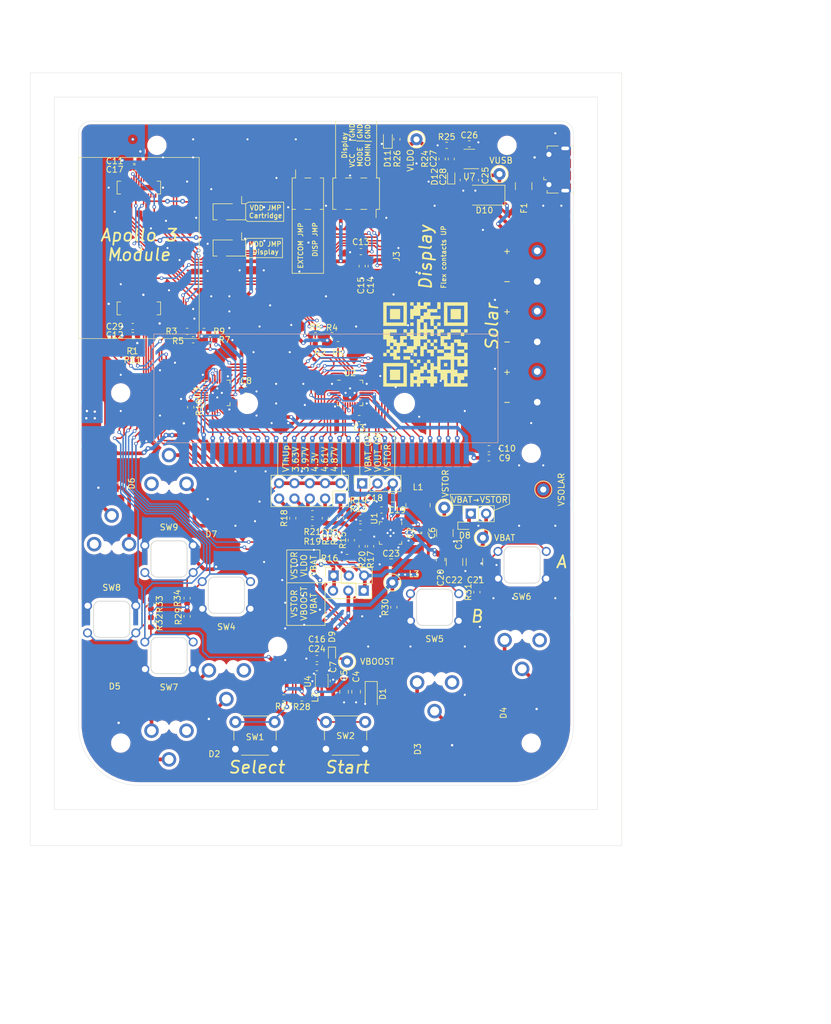
<source format=kicad_pcb>
(kicad_pcb (version 20171130) (host pcbnew 5.1.6)
  (layers (0 F.Cu signal) (31 B.Cu signal) (34 B.Paste user) (35 F.Paste user) (36 B.SilkS user) (37 F.SilkS user) (38 B.Mask user) (39 F.Mask user) (44 Edge.Cuts user))
  (net 0 "")
  (net 1 /Harvester/VSTOR)
  (net 2 GND)
  (net 3 /Cartridge/VCC_MCU)
  (net 4 /Harvester/BTN1/VOUT)
  (net 5 /VCC_5V)
  (net 6 /VCC_3V)
  (net 7 /Display/DISP)
  (net 8 /Display/VIN)
  (net 9 "Net-(C18-Pad2)")
  (net 10 "Net-(C19-Pad1)")
  (net 11 /Harvester/VBAT)
  (net 12 "Net-(C26-Pad1)")
  (net 13 "Net-(C27-Pad2)")
  (net 14 "Net-(C27-Pad1)")
  (net 15 "Net-(D2-Pad3)")
  (net 16 "Net-(D3-Pad3)")
  (net 17 "Net-(D4-Pad3)")
  (net 18 "Net-(D5-Pad3)")
  (net 19 "Net-(D6-Pad3)")
  (net 20 "Net-(D7-Pad3)")
  (net 21 "Net-(D8-Pad2)")
  (net 22 "Net-(D9-Pad1)")
  (net 23 "Net-(D11-Pad2)")
  (net 24 /USB_VOUT)
  (net 25 "Net-(F1-Pad1)")
  (net 26 /MCU/DISP_VCC)
  (net 27 /MCU/GMB_VDD)
  (net 28 /Cartridge/H_CLK)
  (net 29 /Cartridge/H_nWR)
  (net 30 /Cartridge/H_nRD)
  (net 31 /Cartridge/H_CS)
  (net 32 /Cartridge/H_A0)
  (net 33 /Cartridge/H_A1)
  (net 34 /Cartridge/H_A2)
  (net 35 /Cartridge/H_A3)
  (net 36 /Cartridge/H_A4)
  (net 37 /Cartridge/H_A5)
  (net 38 /Cartridge/H_A6)
  (net 39 /Cartridge/H_A7)
  (net 40 /Cartridge/H_A8)
  (net 41 /Cartridge/H_A9)
  (net 42 "Net-(J9-Pad31)")
  (net 43 /Cartridge/H_nRST)
  (net 44 /Cartridge/H_D7)
  (net 45 /Cartridge/H_D5)
  (net 46 /Cartridge/H_D6)
  (net 47 /Cartridge/H_D4)
  (net 48 /Cartridge/H_D3)
  (net 49 /Cartridge/H_D2)
  (net 50 /Cartridge/H_D1)
  (net 51 /Cartridge/H_D0)
  (net 52 /Cartridge/H_A15)
  (net 53 /Cartridge/H_A14)
  (net 54 /Cartridge/H_A13)
  (net 55 /Cartridge/H_A12)
  (net 56 /Cartridge/H_A11)
  (net 57 /Cartridge/H_A10)
  (net 58 /MCU/DISP_DISP)
  (net 59 /Display/EXTCOMIN)
  (net 60 /MCU/DISP_EXTCOMIN)
  (net 61 /Display/DISP_EXTMODE)
  (net 62 /MCU/DISP_nCS)
  (net 63 /MCU/DISP_MOSI)
  (net 64 /Display/CLK)
  (net 65 "Net-(J18-Pad10)")
  (net 66 "Net-(J18-Pad9)")
  (net 67 "Net-(J18-Pad7)")
  (net 68 "Net-(J18-Pad5)")
  (net 69 "Net-(J18-Pad3)")
  (net 70 "Net-(J18-Pad1)")
  (net 71 /Harvester/VOUT_EN)
  (net 72 /Harvester/VBAT_OK)
  (net 73 "Net-(J21-Pad3)")
  (net 74 "Net-(J21-Pad4)")
  (net 75 "Net-(J21-Pad2)")
  (net 76 "Net-(L1-Pad2)")
  (net 77 "Net-(L2-Pad2)")
  (net 78 "Net-(L3-Pad1)")
  (net 79 /Cartridge/SCL0)
  (net 80 /Cartridge/SCL1)
  (net 81 /Cartridge/SDA0)
  (net 82 /Cartridge/SDA1)
  (net 83 /MCU/GMB_nINT0)
  (net 84 /MCU/GMB_nINT1)
  (net 85 /MCU/GMB_nRST)
  (net 86 "Net-(R13-Pad2)")
  (net 87 "Net-(R13-Pad1)")
  (net 88 "Net-(R15-Pad2)")
  (net 89 "Net-(R17-Pad1)")
  (net 90 /BTN_START)
  (net 91 /BTN_SEL)
  (net 92 /Harvester/BTN1)
  (net 93 /Harvester/BTN2)
  (net 94 /Harvester/BTN3)
  (net 95 /Harvester/BTN4)
  (net 96 /Harvester/BTN5)
  (net 97 /Harvester/BTN6)
  (net 98 "Net-(U2-Pad11)")
  (net 99 "Net-(U3-Pad23)")
  (net 100 "Net-(U3-Pad22)")
  (net 101 "Net-(U3-Pad20)")
  (net 102 "Net-(U3-Pad11)")
  (net 103 "Net-(SW4-Pad2)")
  (net 104 "Net-(SW5-Pad2)")
  (net 105 "Net-(SW6-Pad2)")
  (net 106 "Net-(SW7-Pad2)")
  (net 107 "Net-(SW8-Pad2)")
  (net 108 "Net-(SW9-Pad2)")
  (net 109 "Net-(U5-Pad52)")
  (net 110 "Net-(U5-Pad56)")
  (net 111 "Net-(U5-Pad58)")
  (net 112 "Net-(U5-Pad60)")
  (net 113 "Net-(U5-Pad50)")
  (net 114 "Net-(U5-Pad41)")
  (net 115 "Net-(U5-Pad39)")
  (net 116 "Net-(U5-Pad37)")
  (net 117 "Net-(U5-Pad55)")
  (net 118 "Net-(U5-Pad57)")
  (net 119 "Net-(U5-Pad59)")
  (net 120 "Net-(U5-Pad54)")
  (net 121 "Net-(U5-Pad32)")
  (net 122 "Net-(U5-Pad31)")
  (net 123 "Net-(U5-Pad29)")
  (net 124 "Net-(U5-Pad27)")
  (net 125 "Net-(U5-Pad25)")
  (net 126 "Net-(U5-Pad23)")
  (net 127 "Net-(U5-Pad21)")
  (net 128 "Net-(U5-Pad1)")
  (net 129 "Net-(U5-Pad3)")
  (net 130 "Net-(U5-Pad2)")
  (net 131 "Net-(U5-Pad4)")
  (net 132 "Net-(U5-Pad6)")
  (net 133 "Net-(U5-Pad30)")
  (net 134 "Net-(C16-Pad1)")
  (net 135 "Net-(D2-Pad5)")
  (net 136 "Net-(D2-Pad1)")
  (net 137 "Net-(D3-Pad5)")
  (net 138 "Net-(D3-Pad1)")
  (net 139 "Net-(D4-Pad5)")
  (net 140 "Net-(D4-Pad1)")
  (net 141 "Net-(D5-Pad5)")
  (net 142 "Net-(D5-Pad1)")
  (net 143 "Net-(D6-Pad5)")
  (net 144 "Net-(D6-Pad1)")
  (net 145 "Net-(D7-Pad5)")
  (net 146 "Net-(D7-Pad1)")
  (net 147 "Net-(R1-Pad2)")
  (module Resistor_SMD:R_0603_1608Metric (layer F.Cu) (at 27.94 78.105 180)
    (fp_text reference R11 (at 0 -1.43) (layer F.SilkS))
    (fp_text value 1M)
    (pad 2 smd roundrect (at 0.7875 0 180) (size 0.875 0.95) (layers F.Cu F.Paste F.Mask) (net 2 GND))
    (pad 1 smd roundrect (at -0.7875 0 180) (size 0.875 0.95) (layers F.Cu F.Paste F.Mask) (net 147 "Net-(R1-Pad2)"))
  )
  (module Resistor_SMD:R_0603_1608Metric (layer F.Cu) (at 27.94 79.502)
    (fp_text reference R1 (at 0 -1.43) (layer F.SilkS))
    (fp_text value 2M)
    (pad 2 smd roundrect (at 0.7875 0) (size 0.875 0.95) (layers F.Cu F.Paste F.Mask) (net 147 "Net-(R1-Pad2)"))
    (pad 1 smd roundrect (at -0.7875 0) (size 0.875 0.95) (layers F.Cu F.Paste F.Mask) (net 11 /Harvester/VBAT))
  )
  (module jaspers_footprints:DELFT_LOGO2 (layer F.Cu) (at 48 44.5)
    (fp_text reference S2 hide)
    (fp_text value TUD_LOGO hide)
  )
  (module jaspers_footprints:TUDSSL (layer F.Cu) (at 76.5 77)
    (fp_text reference S1 hide)
    (fp_text value TUD_SSL_QR hide)
  )
  (module jaspers_footprints:NSR1030QMUTWG (layer F.Cu) (at 41 105)
    (fp_text reference D7 (at 0 3.4) (layer F.SilkS))
    (fp_text value NSR1030QMUTWG)
    (pad 5 smd rect (at -0.7 -0.455) (size 1.4 0.82) (layers F.Cu F.Paste F.Mask) (net 145 "Net-(D7-Pad5)"))
    (pad 2 smd rect (at 0.65 1.4) (size 0.55 0.5) (layers F.Cu F.Paste F.Mask) (net 4 /Harvester/BTN1/VOUT))
    (pad 1 smd rect (at -0.65 1.4) (size 0.55 0.5) (layers F.Cu F.Paste F.Mask) (net 146 "Net-(D7-Pad1)"))
    (pad 4 smd rect (at -0.65 -1.335) (size 0.55 0.63) (layers F.Cu F.Paste F.Mask) (net 2 GND))
    (pad 3 smd rect (at 0.65 -1.335) (size 0.55 0.63) (layers F.Cu F.Paste F.Mask) (net 20 "Net-(D7-Pad3)"))
    (pad 2 smd rect (at 0.75 0.14) (size 1.2 2.02) (layers F.Cu F.Paste F.Mask) (net 4 /Harvester/BTN1/VOUT))
    (pad 1 smd rect (at -0.7 0.65) (size 1.4 1) (layers F.Cu F.Paste F.Mask) (net 146 "Net-(D7-Pad1)"))
  )
  (module jaspers_footprints:NSR1030QMUTWG (layer F.Cu) (at 24.5 100 90)
    (fp_text reference D6 (at 0 3.3 90) (layer F.SilkS))
    (fp_text value NSR1030QMUTWG)
    (pad 5 smd rect (at -0.7 -0.455 90) (size 1.4 0.82) (layers F.Cu F.Paste F.Mask) (net 143 "Net-(D6-Pad5)"))
    (pad 2 smd rect (at 0.65 1.4 90) (size 0.55 0.5) (layers F.Cu F.Paste F.Mask) (net 4 /Harvester/BTN1/VOUT))
    (pad 1 smd rect (at -0.65 1.4 90) (size 0.55 0.5) (layers F.Cu F.Paste F.Mask) (net 144 "Net-(D6-Pad1)"))
    (pad 4 smd rect (at -0.65 -1.335 90) (size 0.55 0.63) (layers F.Cu F.Paste F.Mask) (net 2 GND))
    (pad 3 smd rect (at 0.65 -1.335 90) (size 0.55 0.63) (layers F.Cu F.Paste F.Mask) (net 19 "Net-(D6-Pad3)"))
    (pad 2 smd rect (at 0.75 0.14 90) (size 1.2 2.02) (layers F.Cu F.Paste F.Mask) (net 4 /Harvester/BTN1/VOUT))
    (pad 1 smd rect (at -0.7 0.65 90) (size 1.4 1) (layers F.Cu F.Paste F.Mask) (net 144 "Net-(D6-Pad1)"))
  )
  (module jaspers_footprints:NSR1030QMUTWG (layer F.Cu) (at 25 137.5 180)
    (fp_text reference D5 (at 0 3.9) (layer F.SilkS))
    (fp_text value NSR1030QMUTWG)
    (pad 5 smd rect (at -0.7 -0.455 180) (size 1.4 0.82) (layers F.Cu F.Paste F.Mask) (net 141 "Net-(D5-Pad5)"))
    (pad 2 smd rect (at 0.65 1.4 180) (size 0.55 0.5) (layers F.Cu F.Paste F.Mask) (net 4 /Harvester/BTN1/VOUT))
    (pad 1 smd rect (at -0.65 1.4 180) (size 0.55 0.5) (layers F.Cu F.Paste F.Mask) (net 142 "Net-(D5-Pad1)"))
    (pad 4 smd rect (at -0.65 -1.335 180) (size 0.55 0.63) (layers F.Cu F.Paste F.Mask) (net 2 GND))
    (pad 3 smd rect (at 0.65 -1.335 180) (size 0.55 0.63) (layers F.Cu F.Paste F.Mask) (net 18 "Net-(D5-Pad3)"))
    (pad 2 smd rect (at 0.75 0.14 180) (size 1.2 2.02) (layers F.Cu F.Paste F.Mask) (net 4 /Harvester/BTN1/VOUT))
    (pad 1 smd rect (at -0.7 0.65 180) (size 1.4 1) (layers F.Cu F.Paste F.Mask) (net 142 "Net-(D5-Pad1)"))
  )
  (module jaspers_footprints:NSR1030QMUTWG (layer F.Cu) (at 92.5 138 270)
    (fp_text reference D4 (at 0 3.1 90) (layer F.SilkS))
    (fp_text value NSR1030QMUTWG)
    (pad 5 smd rect (at -0.7 -0.455 270) (size 1.4 0.82) (layers F.Cu F.Paste F.Mask) (net 139 "Net-(D4-Pad5)"))
    (pad 2 smd rect (at 0.65 1.4 270) (size 0.55 0.5) (layers F.Cu F.Paste F.Mask) (net 4 /Harvester/BTN1/VOUT))
    (pad 1 smd rect (at -0.65 1.4 270) (size 0.55 0.5) (layers F.Cu F.Paste F.Mask) (net 140 "Net-(D4-Pad1)"))
    (pad 4 smd rect (at -0.65 -1.335 270) (size 0.55 0.63) (layers F.Cu F.Paste F.Mask) (net 2 GND))
    (pad 3 smd rect (at 0.65 -1.335 270) (size 0.55 0.63) (layers F.Cu F.Paste F.Mask) (net 17 "Net-(D4-Pad3)"))
    (pad 2 smd rect (at 0.75 0.14 270) (size 1.2 2.02) (layers F.Cu F.Paste F.Mask) (net 4 /Harvester/BTN1/VOUT))
    (pad 1 smd rect (at -0.7 0.65 270) (size 1.4 1) (layers F.Cu F.Paste F.Mask) (net 140 "Net-(D4-Pad1)"))
  )
  (module jaspers_footprints:NSR1030QMUTWG (layer F.Cu) (at 78.5 144 270)
    (fp_text reference D3 (at 0 3.3 90) (layer F.SilkS))
    (fp_text value NSR1030QMUTWG)
    (pad 5 smd rect (at -0.7 -0.455 270) (size 1.4 0.82) (layers F.Cu F.Paste F.Mask) (net 137 "Net-(D3-Pad5)"))
    (pad 2 smd rect (at 0.65 1.4 270) (size 0.55 0.5) (layers F.Cu F.Paste F.Mask) (net 4 /Harvester/BTN1/VOUT))
    (pad 1 smd rect (at -0.65 1.4 270) (size 0.55 0.5) (layers F.Cu F.Paste F.Mask) (net 138 "Net-(D3-Pad1)"))
    (pad 4 smd rect (at -0.65 -1.335 270) (size 0.55 0.63) (layers F.Cu F.Paste F.Mask) (net 2 GND))
    (pad 3 smd rect (at 0.65 -1.335 270) (size 0.55 0.63) (layers F.Cu F.Paste F.Mask) (net 16 "Net-(D3-Pad3)"))
    (pad 2 smd rect (at 0.75 0.14 270) (size 1.2 2.02) (layers F.Cu F.Paste F.Mask) (net 4 /Harvester/BTN1/VOUT))
    (pad 1 smd rect (at -0.7 0.65 270) (size 1.4 1) (layers F.Cu F.Paste F.Mask) (net 138 "Net-(D3-Pad1)"))
  )
  (module jaspers_footprints:NSR1030QMUTWG (layer F.Cu) (at 41.5 141.5)
    (fp_text reference D2 (at 0 3.3) (layer F.SilkS))
    (fp_text value NSR1030QMUTWG)
    (pad 5 smd rect (at -0.7 -0.455) (size 1.4 0.82) (layers F.Cu F.Paste F.Mask) (net 135 "Net-(D2-Pad5)"))
    (pad 2 smd rect (at 0.65 1.4) (size 0.55 0.5) (layers F.Cu F.Paste F.Mask) (net 4 /Harvester/BTN1/VOUT))
    (pad 1 smd rect (at -0.65 1.4) (size 0.55 0.5) (layers F.Cu F.Paste F.Mask) (net 136 "Net-(D2-Pad1)"))
    (pad 4 smd rect (at -0.65 -1.335) (size 0.55 0.63) (layers F.Cu F.Paste F.Mask) (net 2 GND))
    (pad 3 smd rect (at 0.65 -1.335) (size 0.55 0.63) (layers F.Cu F.Paste F.Mask) (net 15 "Net-(D2-Pad3)"))
    (pad 2 smd rect (at 0.75 0.14) (size 1.2 2.02) (layers F.Cu F.Paste F.Mask) (net 4 /Harvester/BTN1/VOUT))
    (pad 1 smd rect (at -0.7 0.65) (size 1.4 1) (layers F.Cu F.Paste F.Mask) (net 136 "Net-(D2-Pad1)"))
  )
  (module jaspers_footprints:EH_SWITCH (layer F.Cu) (at 43.5 118.5 180)
    (fp_text reference SW4 (at 0 -5.25) (layer F.SilkS))
    (fp_text value EH_SWITCH)
    (fp_line (start 2 -3) (end -2 -3) (layer Edge.Cuts) (width 0.12))
    (fp_line (start -3 -2) (end -3 2) (layer Edge.Cuts) (width 0.12))
    (fp_line (start -2 3) (end 2 3) (layer Edge.Cuts) (width 0.12))
    (fp_line (start 3 2) (end 3 -2) (layer Edge.Cuts) (width 0.12))
    (fp_arc (start 2 -2) (end 3 -2) (angle -90) (layer Edge.Cuts) (width 0.12))
    (fp_arc (start 2 2) (end 2 3) (angle -90) (layer Edge.Cuts) (width 0.12))
    (fp_arc (start -2 2) (end -3 2) (angle -90) (layer Edge.Cuts) (width 0.12))
    (fp_arc (start -2 -2) (end -2 -3) (angle -90) (layer Edge.Cuts) (width 0.12))
    (pad 3 thru_hole circle (at 0 -17.2 180) (size 2.4 2.4) (drill 1.5) (layers *.Cu *.Mask) (net 15 "Net-(D2-Pad3)"))
    (pad 5 thru_hole circle (at 4 2.25 180) (size 1.5 1.5) (drill 1) (layers *.Cu *.Mask) (net 92 /Harvester/BTN1))
    (pad 4 thru_hole circle (at -4 2.25 180) (size 1.5 1.5) (drill 1) (layers *.Cu *.Mask) (net 92 /Harvester/BTN1))
    (pad 6 thru_hole circle (at -4 -2.25 180) (size 1.5 1.5) (drill 1) (layers *.Cu *.Mask) (net 2 GND))
    (pad 7 thru_hole circle (at 4 -2.25 180) (size 1.5 1.5) (drill 1) (layers *.Cu *.Mask) (net 2 GND))
    (pad "" np_thru_hole circle (at 1.125 -11.85 180) (size 1.2 1.2) (drill 1.2) (layers *.Cu *.Mask))
    (pad "" np_thru_hole circle (at -1.125 -11.85 180) (size 1.2 1.2) (drill 1.2) (layers *.Cu *.Mask))
    (pad 2 thru_hole circle (at -2.9 -12.45 180) (size 2.4 2.4) (drill 1.5) (layers *.Cu *.Mask) (net 103 "Net-(SW4-Pad2)"))
    (pad 1 thru_hole circle (at 2.9 -12.45 180) (size 2.4 2.4) (drill 1.5) (layers *.Cu *.Mask) (net 136 "Net-(D2-Pad1)"))
  )
  (module jaspers_footprints:EH_SWITCH (layer F.Cu) (at 78 120.5 180)
    (fp_text reference SW5 (at 0 -5.25) (layer F.SilkS))
    (fp_text value EH_SWITCH)
    (fp_line (start 2 -3) (end -2 -3) (layer Edge.Cuts) (width 0.12))
    (fp_line (start -3 -2) (end -3 2) (layer Edge.Cuts) (width 0.12))
    (fp_line (start -2 3) (end 2 3) (layer Edge.Cuts) (width 0.12))
    (fp_line (start 3 2) (end 3 -2) (layer Edge.Cuts) (width 0.12))
    (fp_arc (start 2 -2) (end 3 -2) (angle -90) (layer Edge.Cuts) (width 0.12))
    (fp_arc (start 2 2) (end 2 3) (angle -90) (layer Edge.Cuts) (width 0.12))
    (fp_arc (start -2 2) (end -3 2) (angle -90) (layer Edge.Cuts) (width 0.12))
    (fp_arc (start -2 -2) (end -2 -3) (angle -90) (layer Edge.Cuts) (width 0.12))
    (pad 3 thru_hole circle (at 0 -17.2 180) (size 2.4 2.4) (drill 1.5) (layers *.Cu *.Mask) (net 16 "Net-(D3-Pad3)"))
    (pad 5 thru_hole circle (at 4 2.25 180) (size 1.5 1.5) (drill 1) (layers *.Cu *.Mask) (net 93 /Harvester/BTN2))
    (pad 4 thru_hole circle (at -4 2.25 180) (size 1.5 1.5) (drill 1) (layers *.Cu *.Mask) (net 93 /Harvester/BTN2))
    (pad 6 thru_hole circle (at -4 -2.25 180) (size 1.5 1.5) (drill 1) (layers *.Cu *.Mask) (net 2 GND))
    (pad 7 thru_hole circle (at 4 -2.25 180) (size 1.5 1.5) (drill 1) (layers *.Cu *.Mask) (net 2 GND))
    (pad "" np_thru_hole circle (at 1.125 -11.85 180) (size 1.2 1.2) (drill 1.2) (layers *.Cu *.Mask))
    (pad "" np_thru_hole circle (at -1.125 -11.85 180) (size 1.2 1.2) (drill 1.2) (layers *.Cu *.Mask))
    (pad 2 thru_hole circle (at -2.9 -12.45 180) (size 2.4 2.4) (drill 1.5) (layers *.Cu *.Mask) (net 104 "Net-(SW5-Pad2)"))
    (pad 1 thru_hole circle (at 2.9 -12.45 180) (size 2.4 2.4) (drill 1.5) (layers *.Cu *.Mask) (net 138 "Net-(D3-Pad1)"))
  )
  (module jaspers_footprints:EH_SWITCH (layer F.Cu) (at 92.5 113.5 180)
    (fp_text reference SW6 (at 0 -5.25) (layer F.SilkS))
    (fp_text value EH_SWITCH)
    (fp_line (start 2 -3) (end -2 -3) (layer Edge.Cuts) (width 0.12))
    (fp_line (start -3 -2) (end -3 2) (layer Edge.Cuts) (width 0.12))
    (fp_line (start -2 3) (end 2 3) (layer Edge.Cuts) (width 0.12))
    (fp_line (start 3 2) (end 3 -2) (layer Edge.Cuts) (width 0.12))
    (fp_arc (start 2 -2) (end 3 -2) (angle -90) (layer Edge.Cuts) (width 0.12))
    (fp_arc (start 2 2) (end 2 3) (angle -90) (layer Edge.Cuts) (width 0.12))
    (fp_arc (start -2 2) (end -3 2) (angle -90) (layer Edge.Cuts) (width 0.12))
    (fp_arc (start -2 -2) (end -2 -3) (angle -90) (layer Edge.Cuts) (width 0.12))
    (pad 3 thru_hole circle (at 0 -17.2 180) (size 2.4 2.4) (drill 1.5) (layers *.Cu *.Mask) (net 17 "Net-(D4-Pad3)"))
    (pad 5 thru_hole circle (at 4 2.25 180) (size 1.5 1.5) (drill 1) (layers *.Cu *.Mask) (net 94 /Harvester/BTN3))
    (pad 4 thru_hole circle (at -4 2.25 180) (size 1.5 1.5) (drill 1) (layers *.Cu *.Mask) (net 94 /Harvester/BTN3))
    (pad 6 thru_hole circle (at -4 -2.25 180) (size 1.5 1.5) (drill 1) (layers *.Cu *.Mask) (net 2 GND))
    (pad 7 thru_hole circle (at 4 -2.25 180) (size 1.5 1.5) (drill 1) (layers *.Cu *.Mask) (net 2 GND))
    (pad "" np_thru_hole circle (at 1.125 -11.85 180) (size 1.2 1.2) (drill 1.2) (layers *.Cu *.Mask))
    (pad "" np_thru_hole circle (at -1.125 -11.85 180) (size 1.2 1.2) (drill 1.2) (layers *.Cu *.Mask))
    (pad 2 thru_hole circle (at -2.9 -12.45 180) (size 2.4 2.4) (drill 1.5) (layers *.Cu *.Mask) (net 105 "Net-(SW6-Pad2)"))
    (pad 1 thru_hole circle (at 2.9 -12.45 180) (size 2.4 2.4) (drill 1.5) (layers *.Cu *.Mask) (net 140 "Net-(D4-Pad1)"))
  )
  (module jaspers_footprints:EH_SWITCH (layer F.Cu) (at 34 128.5 180)
    (fp_text reference SW7 (at 0 -5.25) (layer F.SilkS))
    (fp_text value EH_SWITCH)
    (fp_line (start 2 -3) (end -2 -3) (layer Edge.Cuts) (width 0.12))
    (fp_line (start -3 -2) (end -3 2) (layer Edge.Cuts) (width 0.12))
    (fp_line (start -2 3) (end 2 3) (layer Edge.Cuts) (width 0.12))
    (fp_line (start 3 2) (end 3 -2) (layer Edge.Cuts) (width 0.12))
    (fp_arc (start 2 -2) (end 3 -2) (angle -90) (layer Edge.Cuts) (width 0.12))
    (fp_arc (start 2 2) (end 2 3) (angle -90) (layer Edge.Cuts) (width 0.12))
    (fp_arc (start -2 2) (end -3 2) (angle -90) (layer Edge.Cuts) (width 0.12))
    (fp_arc (start -2 -2) (end -2 -3) (angle -90) (layer Edge.Cuts) (width 0.12))
    (pad 3 thru_hole circle (at 0 -17.2 180) (size 2.4 2.4) (drill 1.5) (layers *.Cu *.Mask) (net 18 "Net-(D5-Pad3)"))
    (pad 5 thru_hole circle (at 4 2.25 180) (size 1.5 1.5) (drill 1) (layers *.Cu *.Mask) (net 95 /Harvester/BTN4))
    (pad 4 thru_hole circle (at -4 2.25 180) (size 1.5 1.5) (drill 1) (layers *.Cu *.Mask) (net 95 /Harvester/BTN4))
    (pad 6 thru_hole circle (at -4 -2.25 180) (size 1.5 1.5) (drill 1) (layers *.Cu *.Mask) (net 2 GND))
    (pad 7 thru_hole circle (at 4 -2.25 180) (size 1.5 1.5) (drill 1) (layers *.Cu *.Mask) (net 2 GND))
    (pad "" np_thru_hole circle (at 1.125 -11.85 180) (size 1.2 1.2) (drill 1.2) (layers *.Cu *.Mask))
    (pad "" np_thru_hole circle (at -1.125 -11.85 180) (size 1.2 1.2) (drill 1.2) (layers *.Cu *.Mask))
    (pad 2 thru_hole circle (at -2.9 -12.45 180) (size 2.4 2.4) (drill 1.5) (layers *.Cu *.Mask) (net 106 "Net-(SW7-Pad2)"))
    (pad 1 thru_hole circle (at 2.9 -12.45 180) (size 2.4 2.4) (drill 1.5) (layers *.Cu *.Mask) (net 142 "Net-(D5-Pad1)"))
  )
  (module jaspers_footprints:EH_SWITCH (layer F.Cu) (at 24.5 122.5)
    (fp_text reference SW8 (at 0 -5.25) (layer F.SilkS))
    (fp_text value EH_SWITCH)
    (fp_line (start 2 -3) (end -2 -3) (layer Edge.Cuts) (width 0.12))
    (fp_line (start -3 -2) (end -3 2) (layer Edge.Cuts) (width 0.12))
    (fp_line (start -2 3) (end 2 3) (layer Edge.Cuts) (width 0.12))
    (fp_line (start 3 2) (end 3 -2) (layer Edge.Cuts) (width 0.12))
    (fp_arc (start 2 -2) (end 3 -2) (angle -90) (layer Edge.Cuts) (width 0.12))
    (fp_arc (start 2 2) (end 2 3) (angle -90) (layer Edge.Cuts) (width 0.12))
    (fp_arc (start -2 2) (end -3 2) (angle -90) (layer Edge.Cuts) (width 0.12))
    (fp_arc (start -2 -2) (end -2 -3) (angle -90) (layer Edge.Cuts) (width 0.12))
    (pad 3 thru_hole circle (at 0 -17.2) (size 2.4 2.4) (drill 1.5) (layers *.Cu *.Mask) (net 19 "Net-(D6-Pad3)"))
    (pad 5 thru_hole circle (at 4 2.25) (size 1.5 1.5) (drill 1) (layers *.Cu *.Mask) (net 96 /Harvester/BTN5))
    (pad 4 thru_hole circle (at -4 2.25) (size 1.5 1.5) (drill 1) (layers *.Cu *.Mask) (net 96 /Harvester/BTN5))
    (pad 6 thru_hole circle (at -4 -2.25) (size 1.5 1.5) (drill 1) (layers *.Cu *.Mask) (net 2 GND))
    (pad 7 thru_hole circle (at 4 -2.25) (size 1.5 1.5) (drill 1) (layers *.Cu *.Mask) (net 2 GND))
    (pad "" np_thru_hole circle (at 1.125 -11.85) (size 1.2 1.2) (drill 1.2) (layers *.Cu *.Mask))
    (pad "" np_thru_hole circle (at -1.125 -11.85) (size 1.2 1.2) (drill 1.2) (layers *.Cu *.Mask))
    (pad 2 thru_hole circle (at -2.9 -12.45) (size 2.4 2.4) (drill 1.5) (layers *.Cu *.Mask) (net 107 "Net-(SW8-Pad2)"))
    (pad 1 thru_hole circle (at 2.9 -12.45) (size 2.4 2.4) (drill 1.5) (layers *.Cu *.Mask) (net 144 "Net-(D6-Pad1)"))
  )
  (module jaspers_footprints:EH_SWITCH (layer F.Cu) (at 34 112.5)
    (fp_text reference SW9 (at 0 -5.25) (layer F.SilkS))
    (fp_text value EH_SWITCH)
    (fp_line (start 2 -3) (end -2 -3) (layer Edge.Cuts) (width 0.12))
    (fp_line (start -3 -2) (end -3 2) (layer Edge.Cuts) (width 0.12))
    (fp_line (start -2 3) (end 2 3) (layer Edge.Cuts) (width 0.12))
    (fp_line (start 3 2) (end 3 -2) (layer Edge.Cuts) (width 0.12))
    (fp_arc (start 2 -2) (end 3 -2) (angle -90) (layer Edge.Cuts) (width 0.12))
    (fp_arc (start 2 2) (end 2 3) (angle -90) (layer Edge.Cuts) (width 0.12))
    (fp_arc (start -2 2) (end -3 2) (angle -90) (layer Edge.Cuts) (width 0.12))
    (fp_arc (start -2 -2) (end -2 -3) (angle -90) (layer Edge.Cuts) (width 0.12))
    (pad 3 thru_hole circle (at 0 -17.2) (size 2.4 2.4) (drill 1.5) (layers *.Cu *.Mask) (net 20 "Net-(D7-Pad3)"))
    (pad 5 thru_hole circle (at 4 2.25) (size 1.5 1.5) (drill 1) (layers *.Cu *.Mask) (net 97 /Harvester/BTN6))
    (pad 4 thru_hole circle (at -4 2.25) (size 1.5 1.5) (drill 1) (layers *.Cu *.Mask) (net 97 /Harvester/BTN6))
    (pad 6 thru_hole circle (at -4 -2.25) (size 1.5 1.5) (drill 1) (layers *.Cu *.Mask) (net 2 GND))
    (pad 7 thru_hole circle (at 4 -2.25) (size 1.5 1.5) (drill 1) (layers *.Cu *.Mask) (net 2 GND))
    (pad "" np_thru_hole circle (at 1.125 -11.85) (size 1.2 1.2) (drill 1.2) (layers *.Cu *.Mask))
    (pad "" np_thru_hole circle (at -1.125 -11.85) (size 1.2 1.2) (drill 1.2) (layers *.Cu *.Mask))
    (pad 2 thru_hole circle (at -2.9 -12.45) (size 2.4 2.4) (drill 1.5) (layers *.Cu *.Mask) (net 108 "Net-(SW9-Pad2)"))
    (pad 1 thru_hole circle (at 2.9 -12.45) (size 2.4 2.4) (drill 1.5) (layers *.Cu *.Mask) (net 146 "Net-(D7-Pad1)"))
  )
  (module jaspers_footprints:GB_CART_CON (layer B.Cu) (at 60 95 180)
    (fp_text reference J9 hide)
    (fp_text value GB_CART_CON)
    (pad "" np_thru_hole circle (at -13 8.25 180) (size 2.5 2.5) (drill 2.5) (layers *.Cu *.Mask))
    (pad "" np_thru_hole circle (at 13 8.25 180) (size 2.5 2.5) (drill 2.5) (layers *.Cu *.Mask))
    (pad 16 smd rect (at -0.75 0 180) (size 0.85 3.5) (layers B.Cu B.Paste B.Mask) (net 57 /Cartridge/H_A10))
    (pad 17 smd rect (at 0.75 0 180) (size 0.85 3.5) (layers B.Cu B.Paste B.Mask) (net 56 /Cartridge/H_A11))
    (pad 18 smd rect (at 2.25 0 180) (size 0.85 3.5) (layers B.Cu B.Paste B.Mask) (net 55 /Cartridge/H_A12))
    (pad 19 smd rect (at 3.75 0 180) (size 0.85 3.5) (layers B.Cu B.Paste B.Mask) (net 54 /Cartridge/H_A13))
    (pad 20 smd rect (at 5.25 0 180) (size 0.85 3.5) (layers B.Cu B.Paste B.Mask) (net 53 /Cartridge/H_A14))
    (pad 21 smd rect (at 6.75 0 180) (size 0.85 3.5) (layers B.Cu B.Paste B.Mask) (net 52 /Cartridge/H_A15))
    (pad 22 smd rect (at 8.25 0 180) (size 0.85 3.5) (layers B.Cu B.Paste B.Mask) (net 51 /Cartridge/H_D0))
    (pad 23 smd rect (at 9.75 0 180) (size 0.85 3.5) (layers B.Cu B.Paste B.Mask) (net 50 /Cartridge/H_D1))
    (pad 24 smd rect (at 11.25 0 180) (size 0.85 3.5) (layers B.Cu B.Paste B.Mask) (net 49 /Cartridge/H_D2))
    (pad 25 smd rect (at 12.75 0 180) (size 0.85 3.5) (layers B.Cu B.Paste B.Mask) (net 48 /Cartridge/H_D3))
    (pad 26 smd rect (at 14.25 0 180) (size 0.85 3.5) (layers B.Cu B.Paste B.Mask) (net 47 /Cartridge/H_D4))
    (pad 28 smd rect (at 17.25 0 180) (size 0.85 3.5) (layers B.Cu B.Paste B.Mask) (net 46 /Cartridge/H_D6))
    (pad 27 smd rect (at 15.75 0 180) (size 0.85 3.5) (layers B.Cu B.Paste B.Mask) (net 45 /Cartridge/H_D5))
    (pad 29 smd rect (at 18.75 0 180) (size 0.85 3.5) (layers B.Cu B.Paste B.Mask) (net 44 /Cartridge/H_D7))
    (pad 30 smd rect (at 20.25 0 180) (size 0.85 3.5) (layers B.Cu B.Paste B.Mask) (net 43 /Cartridge/H_nRST))
    (pad 31 smd rect (at 21.75 0 180) (size 0.85 3.5) (layers B.Cu B.Paste B.Mask) (net 42 "Net-(J9-Pad31)"))
    (pad 15 smd rect (at -2.25 0 180) (size 0.85 3.5) (layers B.Cu B.Paste B.Mask) (net 41 /Cartridge/H_A9))
    (pad 14 smd rect (at -3.75 0 180) (size 0.85 3.5) (layers B.Cu B.Paste B.Mask) (net 40 /Cartridge/H_A8))
    (pad 13 smd rect (at -5.25 0 180) (size 0.85 3.5) (layers B.Cu B.Paste B.Mask) (net 39 /Cartridge/H_A7))
    (pad 12 smd rect (at -6.75 0 180) (size 0.85 3.5) (layers B.Cu B.Paste B.Mask) (net 38 /Cartridge/H_A6))
    (pad 11 smd rect (at -8.25 0 180) (size 0.85 3.5) (layers B.Cu B.Paste B.Mask) (net 37 /Cartridge/H_A5))
    (pad 10 smd rect (at -9.75 0 180) (size 0.85 3.5) (layers B.Cu B.Paste B.Mask) (net 36 /Cartridge/H_A4))
    (pad 9 smd rect (at -11.25 0 180) (size 0.85 3.5) (layers B.Cu B.Paste B.Mask) (net 35 /Cartridge/H_A3))
    (pad 8 smd rect (at -12.75 0 180) (size 0.85 3.5) (layers B.Cu B.Paste B.Mask) (net 34 /Cartridge/H_A2))
    (pad 7 smd rect (at -14.25 0 180) (size 0.85 3.5) (layers B.Cu B.Paste B.Mask) (net 33 /Cartridge/H_A1))
    (pad 6 smd rect (at -15.75 0 180) (size 0.85 3.5) (layers B.Cu B.Paste B.Mask) (net 32 /Cartridge/H_A0))
    (pad 5 smd rect (at -17.25 0 180) (size 0.85 3.5) (layers B.Cu B.Paste B.Mask) (net 31 /Cartridge/H_CS))
    (pad 4 smd rect (at -18.75 0 180) (size 0.85 3.5) (layers B.Cu B.Paste B.Mask) (net 30 /Cartridge/H_nRD))
    (pad 3 smd rect (at -20.25 0 180) (size 0.85 3.5) (layers B.Cu B.Paste B.Mask) (net 29 /Cartridge/H_nWR))
    (pad 2 smd rect (at -21.75 0 180) (size 0.85 3.5) (layers B.Cu B.Paste B.Mask) (net 28 /Cartridge/H_CLK))
    (pad 1 smd rect (at -23.25 0 180) (size 0.85 3.5) (layers B.Cu B.Paste B.Mask) (net 5 /VCC_5V))
    (pad 32 smd rect (at 23.25 0 180) (size 0.85 3.5) (layers B.Cu B.Paste B.Mask) (net 2 GND))
    (pad 33 smd rect (at -13 20.25 180) (size 5 4) (layers B.Cu B.Paste B.Mask) (net 2 GND))
    (pad 33 smd rect (at 13 20.25 180) (size 5 4) (layers B.Cu B.Paste B.Mask) (net 2 GND))
  )
  (module jaspers_footprints:eC_Mount (layer F.Cu) (at 75 172)
    (fp_text reference H9 hide)
    (fp_text value eC_Registration)
    (pad "" np_thru_hole circle (at 0 -15) (size 3 3) (drill 3) (layers *.Cu))
  )
  (module jaspers_footprints:eC_Mount (layer F.Cu) (at 45 172)
    (fp_text reference H8 hide)
    (fp_text value eC_Registration)
    (pad "" np_thru_hole circle (at 0 -15) (size 3 3) (drill 3) (layers *.Cu))
  )
  (module jaspers_footprints:FPC_10_TOP (layer F.Cu) (at 70 62.5 90)
    (fp_text reference J3 (at 0.1 1.7 90) (layer F.SilkS))
    (fp_text value 52745-1097)
    (pad 0 smd rect (at 4 1.3 90) (size 1.25 2.6) (layers F.Cu F.Mask) (net 2 GND))
    (pad 0 smd rect (at -4 1.3 90) (size 1.25 2.6) (layers F.Cu F.Mask) (net 2 GND))
    (pad 0 smd rect (at 4.6 1.1 90) (size 1.6 2.2) (layers F.Cu F.Paste F.Mask) (net 2 GND))
    (pad 0 smd rect (at -4.6 1.1 90) (size 1.6 2.2) (layers F.Cu F.Paste F.Mask) (net 2 GND))
    (pad 10 smd rect (at 2.25 -0.3 90) (size 0.3 1) (layers F.Cu F.Paste F.Mask) (net 64 /Display/CLK))
    (pad 9 smd rect (at 1.75 -0.3 90) (size 0.3 1) (layers F.Cu F.Paste F.Mask) (net 63 /MCU/DISP_MOSI))
    (pad 8 smd rect (at 1.25 -0.3 90) (size 0.3 1) (layers F.Cu F.Paste F.Mask) (net 62 /MCU/DISP_nCS))
    (pad 7 smd rect (at 0.75 -0.3 90) (size 0.3 1) (layers F.Cu F.Paste F.Mask) (net 59 /Display/EXTCOMIN))
    (pad 6 smd rect (at 0.25 -0.3 90) (size 0.3 1) (layers F.Cu F.Paste F.Mask) (net 7 /Display/DISP))
    (pad 5 smd rect (at -0.25 -0.3 90) (size 0.3 1) (layers F.Cu F.Paste F.Mask) (net 8 /Display/VIN))
    (pad 4 smd rect (at -0.75 -0.3 90) (size 0.3 1) (layers F.Cu F.Paste F.Mask) (net 8 /Display/VIN))
    (pad 3 smd rect (at -1.25 -0.3 90) (size 0.3 1) (layers F.Cu F.Paste F.Mask) (net 61 /Display/DISP_EXTMODE))
    (pad 2 smd rect (at -1.75 -0.3 90) (size 0.3 1) (layers F.Cu F.Paste F.Mask) (net 2 GND))
    (pad 1 smd rect (at -2.25 -0.3 90) (size 0.3 1) (layers F.Cu F.Paste F.Mask) (net 2 GND))
  )
  (module Button_Switch_THT:SW_PUSH_6mm (layer F.Cu) (at 66.5 144 180)
    (fp_text reference SW2 (at 3.25 2.2) (layer F.SilkS))
    (fp_text value SW_Push)
    (pad 1 thru_hole circle (at 6.5 0 270) (size 2 2) (drill 1.1) (layers *.Cu *.Mask) (net 2 GND))
    (pad 2 thru_hole circle (at 6.5 4.5 270) (size 2 2) (drill 1.1) (layers *.Cu *.Mask) (net 91 /BTN_SEL))
    (pad 1 thru_hole circle (at 0 0 270) (size 2 2) (drill 1.1) (layers *.Cu *.Mask) (net 2 GND))
    (pad 2 thru_hole circle (at 0 4.5 270) (size 2 2) (drill 1.1) (layers *.Cu *.Mask) (net 91 /BTN_SEL))
  )
  (module Button_Switch_THT:SW_PUSH_6mm (layer F.Cu) (at 51.5 144 180)
    (fp_text reference SW1 (at 3.25 2) (layer F.SilkS))
    (fp_text value SW_Push)
    (pad 1 thru_hole circle (at 6.5 0 270) (size 2 2) (drill 1.1) (layers *.Cu *.Mask) (net 2 GND))
    (pad 2 thru_hole circle (at 6.5 4.5 270) (size 2 2) (drill 1.1) (layers *.Cu *.Mask) (net 90 /BTN_START))
    (pad 1 thru_hole circle (at 0 0 270) (size 2 2) (drill 1.1) (layers *.Cu *.Mask) (net 2 GND))
    (pad 2 thru_hole circle (at 0 4.5 270) (size 2 2) (drill 1.1) (layers *.Cu *.Mask) (net 90 /BTN_START))
  )
  (module Capacitor_SMD:C_0603_1608Metric (layer F.Cu) (at 27.99 74 180)
    (fp_text reference C29 (at 2.99 0) (layer F.SilkS))
    (fp_text value 100nF)
    (pad 2 smd roundrect (at 0.7875 0 180) (size 0.875 0.95) (layers F.Cu F.Paste F.Mask) (net 2 GND))
    (pad 1 smd roundrect (at -0.7875 0 180) (size 0.875 0.95) (layers F.Cu F.Paste F.Mask) (net 6 /VCC_3V))
  )
  (module Capacitor_SMD:C_0603_1608Metric (layer F.Cu) (at 28.25 47.75 180)
    (fp_text reference C17 (at 3.25 -0.25) (layer F.SilkS))
    (fp_text value 100nF)
    (pad 2 smd roundrect (at 0.7875 0 180) (size 0.875 0.95) (layers F.Cu F.Paste F.Mask) (net 2 GND))
    (pad 1 smd roundrect (at -0.7875 0 180) (size 0.875 0.95) (layers F.Cu F.Paste F.Mask) (net 6 /VCC_3V))
  )
  (module Connector_PinSocket_2.54mm:PinSocket_2x03_P2.54mm_Vertical_SMD (layer F.Cu) (at 65 52 270)
    (fp_text reference J15 hide)
    (fp_text value Conn_02x03_Odd_Even)
    (pad 6 smd rect (at -2.52 2.54 270) (size 3 1) (layers F.Cu F.Paste F.Mask) (net 2 GND))
    (pad 5 smd rect (at 2.52 2.54 270) (size 3 1) (layers F.Cu F.Paste F.Mask) (net 8 /Display/VIN))
    (pad 4 smd rect (at -2.52 0 270) (size 3 1) (layers F.Cu F.Paste F.Mask) (net 2 GND))
    (pad 3 smd rect (at 2.52 0 270) (size 3 1) (layers F.Cu F.Paste F.Mask) (net 61 /Display/DISP_EXTMODE))
    (pad 2 smd rect (at -2.52 -2.54 270) (size 3 1) (layers F.Cu F.Paste F.Mask) (net 2 GND))
    (pad 1 smd rect (at 2.52 -2.54 270) (size 3 1) (layers F.Cu F.Paste F.Mask) (net 59 /Display/EXTCOMIN))
  )
  (module Connector_PinSocket_2.54mm:PinSocket_2x02_P2.54mm_Vertical_SMD (layer F.Cu) (at 57 52 90)
    (fp_text reference J12 hide)
    (fp_text value Conn_02x02_Odd_Even)
    (pad 4 smd rect (at -2.52 1.27 90) (size 3 1) (layers F.Cu F.Paste F.Mask) (net 7 /Display/DISP))
    (pad 3 smd rect (at 2.52 1.27 90) (size 3 1) (layers F.Cu F.Paste F.Mask) (net 58 /MCU/DISP_DISP))
    (pad 2 smd rect (at -2.52 -1.27 90) (size 3 1) (layers F.Cu F.Paste F.Mask) (net 59 /Display/EXTCOMIN))
    (pad 1 smd rect (at 2.52 -1.27 90) (size 3 1) (layers F.Cu F.Paste F.Mask) (net 60 /MCU/DISP_EXTCOMIN))
  )
  (module Connector_PinSocket_2.54mm:PinSocket_1x02_P2.54mm_Vertical_SMD_Pin1Left (layer F.Cu) (at 44 55 270)
    (fp_text reference J2 hide)
    (fp_text value Conn_01x02)
    (pad 2 smd rect (at 1.65 1.27 270) (size 1.9 1) (layers F.Cu F.Paste F.Mask) (net 3 /Cartridge/VCC_MCU))
    (pad 1 smd rect (at -1.65 -1.27 270) (size 1.9 1) (layers F.Cu F.Paste F.Mask) (net 27 /MCU/GMB_VDD))
  )
  (module Connector_PinSocket_2.54mm:PinSocket_1x02_P2.54mm_Vertical_SMD_Pin1Left (layer F.Cu) (at 44 61 270)
    (fp_text reference J1 hide)
    (fp_text value Conn_01x02)
    (pad 2 smd rect (at 1.65 1.27 270) (size 1.9 1) (layers F.Cu F.Paste F.Mask) (net 8 /Display/VIN))
    (pad 1 smd rect (at -1.65 -1.27 270) (size 1.9 1) (layers F.Cu F.Paste F.Mask) (net 26 /MCU/DISP_VCC))
  )
  (module Capacitor_SMD:C_0603_1608Metric (layer F.Cu) (at 58.5 129 180)
    (fp_text reference C16 (at 0 3.2) (layer F.SilkS))
    (fp_text value DNP)
    (pad 2 smd roundrect (at 0.7875 0 180) (size 0.875 0.95) (layers F.Cu F.Paste F.Mask) (net 2 GND))
    (pad 1 smd roundrect (at -0.7875 0 180) (size 0.875 0.95) (layers F.Cu F.Paste F.Mask) (net 134 "Net-(C16-Pad1)"))
  )
  (module jaspers_footprints:Apollo-3-Module (layer F.Cu) (at 29 51 180)
    (fp_text reference U5 hide)
    (fp_text value Apollo-3-module)
    (pad 52 smd rect (at 1.2 -21.315 180) (size 0.22 0.7) (layers F.Cu F.Paste F.Mask) (net 109 "Net-(U5-Pad52)"))
    (pad 56 smd rect (at 2 -21.315 180) (size 0.22 0.7) (layers F.Cu F.Paste F.Mask) (net 110 "Net-(U5-Pad56)"))
    (pad 58 smd rect (at 2.4 -21.315 180) (size 0.22 0.7) (layers F.Cu F.Paste F.Mask) (net 111 "Net-(U5-Pad58)"))
    (pad 40 smd rect (at -1.2 -21.315 180) (size 0.22 0.7) (layers F.Cu F.Paste F.Mask) (net 95 /Harvester/BTN4))
    (pad 38 smd rect (at -1.6 -21.315 180) (size 0.22 0.7) (layers F.Cu F.Paste F.Mask) (net 92 /Harvester/BTN1))
    (pad 60 smd rect (at 2.8 -21.315 180) (size 0.22 0.7) (layers F.Cu F.Paste F.Mask) (net 112 "Net-(U5-Pad60)"))
    (pad 46 smd rect (at 0 -21.315 180) (size 0.22 0.7) (layers F.Cu F.Paste F.Mask) (net 6 /VCC_3V))
    (pad 48 smd rect (at 0.4 -21.315 180) (size 0.22 0.7) (layers F.Cu F.Paste F.Mask) (net 2 GND))
    (pad 50 smd rect (at 0.8 -21.315 180) (size 0.22 0.7) (layers F.Cu F.Paste F.Mask) (net 113 "Net-(U5-Pad50)"))
    (pad 43 smd rect (at -0.4 -18.685 180) (size 0.22 0.7) (layers F.Cu F.Paste F.Mask) (net 2 GND))
    (pad 41 smd rect (at -0.8 -18.685 180) (size 0.22 0.7) (layers F.Cu F.Paste F.Mask) (net 114 "Net-(U5-Pad41)"))
    (pad 39 smd rect (at -1.2 -18.685 180) (size 0.22 0.7) (layers F.Cu F.Paste F.Mask) (net 115 "Net-(U5-Pad39)"))
    (pad 37 smd rect (at -1.6 -18.685 180) (size 0.22 0.7) (layers F.Cu F.Paste F.Mask) (net 116 "Net-(U5-Pad37)"))
    (pad 35 smd rect (at -2 -18.685 180) (size 0.22 0.7) (layers F.Cu F.Paste F.Mask) (net 94 /Harvester/BTN3))
    (pad 53 smd rect (at 1.6 -18.685 180) (size 0.22 0.7) (layers F.Cu F.Paste F.Mask) (net 97 /Harvester/BTN6))
    (pad 55 smd rect (at 2 -18.685 180) (size 0.22 0.7) (layers F.Cu F.Paste F.Mask) (net 117 "Net-(U5-Pad55)"))
    (pad 57 smd rect (at 2.4 -18.685 180) (size 0.22 0.7) (layers F.Cu F.Paste F.Mask) (net 118 "Net-(U5-Pad57)"))
    (pad 59 smd rect (at 2.8 -18.685 180) (size 0.22 0.7) (layers F.Cu F.Paste F.Mask) (net 119 "Net-(U5-Pad59)"))
    (pad 61 smd rect (at -3.6 -20.74 180) (size 0.5 0.85) (layers F.Cu F.Paste F.Mask) (net 2 GND))
    (pad 61 smd rect (at -3.6 -19.26 180) (size 0.5 0.85) (layers F.Cu F.Paste F.Mask) (net 2 GND))
    (pad 54 smd rect (at 1.6 -21.315 180) (size 0.22 0.7) (layers F.Cu F.Paste F.Mask) (net 120 "Net-(U5-Pad54)"))
    (pad 36 smd rect (at -2 -21.315 180) (size 0.22 0.7) (layers F.Cu F.Paste F.Mask) (net 90 /BTN_START))
    (pad 34 smd rect (at -2.4 -21.315 180) (size 0.22 0.7) (layers F.Cu F.Paste F.Mask) (net 91 /BTN_SEL))
    (pad 32 smd rect (at -2.8 -21.315 180) (size 0.22 0.7) (layers F.Cu F.Paste F.Mask) (net 121 "Net-(U5-Pad32)"))
    (pad 33 smd rect (at -2.4 -18.685 180) (size 0.22 0.7) (layers F.Cu F.Paste F.Mask) (net 147 "Net-(R1-Pad2)"))
    (pad 31 smd rect (at -2.8 -18.685 180) (size 0.22 0.7) (layers F.Cu F.Paste F.Mask) (net 122 "Net-(U5-Pad31)"))
    (pad 45 smd rect (at 0 -18.685 180) (size 0.22 0.7) (layers F.Cu F.Paste F.Mask) (net 6 /VCC_3V))
    (pad 47 smd rect (at 0.4 -18.685 180) (size 0.22 0.7) (layers F.Cu F.Paste F.Mask) (net 2 GND))
    (pad 49 smd rect (at 0.8 -18.685 180) (size 0.22 0.7) (layers F.Cu F.Paste F.Mask) (net 93 /Harvester/BTN2))
    (pad 51 smd rect (at 1.2 -18.685 180) (size 0.22 0.7) (layers F.Cu F.Paste F.Mask) (net 62 /MCU/DISP_nCS))
    (pad 61 smd rect (at 3.6 -20.74 180) (size 0.5 0.85) (layers F.Cu F.Paste F.Mask) (net 2 GND))
    (pad 61 smd rect (at 3.6 -19.26 180) (size 0.5 0.85) (layers F.Cu F.Paste F.Mask) (net 2 GND))
    (pad 42 smd rect (at -0.8 -21.315 180) (size 0.22 0.7) (layers F.Cu F.Paste F.Mask) (net 96 /Harvester/BTN5))
    (pad 44 smd rect (at -0.4 -21.315 180) (size 0.22 0.7) (layers F.Cu F.Paste F.Mask) (net 2 GND))
    (pad 61 smd rect (at 3.6 0.74 180) (size 0.5 0.85) (layers F.Cu F.Paste F.Mask) (net 2 GND))
    (pad 61 smd rect (at 3.6 -0.74 180) (size 0.5 0.85) (layers F.Cu F.Paste F.Mask) (net 2 GND))
    (pad 61 smd rect (at -3.6 0.74 180) (size 0.5 0.85) (layers F.Cu F.Paste F.Mask) (net 2 GND))
    (pad 61 smd rect (at -3.6 -0.74 180) (size 0.5 0.85) (layers F.Cu F.Paste F.Mask) (net 2 GND))
    (pad 29 smd rect (at 2.8 1.315 180) (size 0.22 0.7) (layers F.Cu F.Paste F.Mask) (net 123 "Net-(U5-Pad29)"))
    (pad 27 smd rect (at 2.4 1.315 180) (size 0.22 0.7) (layers F.Cu F.Paste F.Mask) (net 124 "Net-(U5-Pad27)"))
    (pad 25 smd rect (at 2 1.315 180) (size 0.22 0.7) (layers F.Cu F.Paste F.Mask) (net 125 "Net-(U5-Pad25)"))
    (pad 23 smd rect (at 1.6 1.315 180) (size 0.22 0.7) (layers F.Cu F.Paste F.Mask) (net 126 "Net-(U5-Pad23)"))
    (pad 21 smd rect (at 1.2 1.315 180) (size 0.22 0.7) (layers F.Cu F.Paste F.Mask) (net 127 "Net-(U5-Pad21)"))
    (pad 19 smd rect (at 0.8 1.315 180) (size 0.22 0.7) (layers F.Cu F.Paste F.Mask) (net 64 /Display/CLK))
    (pad 17 smd rect (at 0.4 1.315 180) (size 0.22 0.7) (layers F.Cu F.Paste F.Mask) (net 2 GND))
    (pad 15 smd rect (at 0 1.315 180) (size 0.22 0.7) (layers F.Cu F.Paste F.Mask) (net 6 /VCC_3V))
    (pad 1 smd rect (at -2.8 1.315 180) (size 0.22 0.7) (layers F.Cu F.Paste F.Mask) (net 128 "Net-(U5-Pad1)"))
    (pad 3 smd rect (at -2.4 1.315 180) (size 0.22 0.7) (layers F.Cu F.Paste F.Mask) (net 129 "Net-(U5-Pad3)"))
    (pad 5 smd rect (at -2 1.315 180) (size 0.22 0.7) (layers F.Cu F.Paste F.Mask) (net 82 /Cartridge/SDA1))
    (pad 7 smd rect (at -1.6 1.315 180) (size 0.22 0.7) (layers F.Cu F.Paste F.Mask) (net 80 /Cartridge/SCL1))
    (pad 9 smd rect (at -1.2 1.315 180) (size 0.22 0.7) (layers F.Cu F.Paste F.Mask) (net 58 /MCU/DISP_DISP))
    (pad 11 smd rect (at -0.8 1.315 180) (size 0.22 0.7) (layers F.Cu F.Paste F.Mask) (net 60 /MCU/DISP_EXTCOMIN))
    (pad 13 smd rect (at -0.4 1.315 180) (size 0.22 0.7) (layers F.Cu F.Paste F.Mask) (net 2 GND))
    (pad 2 smd rect (at -2.8 -1.315 180) (size 0.22 0.7) (layers F.Cu F.Paste F.Mask) (net 130 "Net-(U5-Pad2)"))
    (pad 4 smd rect (at -2.4 -1.315 180) (size 0.22 0.7) (layers F.Cu F.Paste F.Mask) (net 131 "Net-(U5-Pad4)"))
    (pad 6 smd rect (at -2 -1.315 180) (size 0.22 0.7) (layers F.Cu F.Paste F.Mask) (net 132 "Net-(U5-Pad6)"))
    (pad 30 smd rect (at 2.8 -1.315 180) (size 0.22 0.7) (layers F.Cu F.Paste F.Mask) (net 133 "Net-(U5-Pad30)"))
    (pad 28 smd rect (at 2.4 -1.315 180) (size 0.22 0.7) (layers F.Cu F.Paste F.Mask) (net 81 /Cartridge/SDA0))
    (pad 26 smd rect (at 2 -1.315 180) (size 0.22 0.7) (layers F.Cu F.Paste F.Mask) (net 79 /Cartridge/SCL0))
    (pad 24 smd rect (at 1.6 -1.315 180) (size 0.22 0.7) (layers F.Cu F.Paste F.Mask) (net 83 /MCU/GMB_nINT0))
    (pad 22 smd rect (at 1.2 -1.315 180) (size 0.22 0.7) (layers F.Cu F.Paste F.Mask) (net 26 /MCU/DISP_VCC))
    (pad 20 smd rect (at 0.8 -1.315 180) (size 0.22 0.7) (layers F.Cu F.Paste F.Mask) (net 84 /MCU/GMB_nINT1))
    (pad 18 smd rect (at 0.4 -1.315 180) (size 0.22 0.7) (layers F.Cu F.Paste F.Mask) (net 2 GND))
    (pad 16 smd rect (at 0 -1.315 180) (size 0.22 0.7) (layers F.Cu F.Paste F.Mask) (net 6 /VCC_3V))
    (pad 8 smd rect (at -1.6 -1.315 180) (size 0.22 0.7) (layers F.Cu F.Paste F.Mask) (net 27 /MCU/GMB_VDD))
    (pad 10 smd rect (at -1.2 -1.315 180) (size 0.22 0.7) (layers F.Cu F.Paste F.Mask) (net 63 /MCU/DISP_MOSI))
    (pad 12 smd rect (at -0.8 -1.315 180) (size 0.22 0.7) (layers F.Cu F.Paste F.Mask) (net 85 /MCU/GMB_nRST))
    (pad 14 smd rect (at -0.4 -1.315 180) (size 0.22 0.7) (layers F.Cu F.Paste F.Mask) (net 2 GND))
  )
  (module MountingHole:MountingHole_2.2mm_M2 (layer F.Cu) (at 52 127 90)
    (fp_text reference H7 hide)
    (fp_text value MountingHole)
    (pad 1 np_thru_hole circle (at 0 0 90) (size 2.2 2.2) (drill 2.2) (layers *.Cu *.Mask))
  )
  (module MountingHole:MountingHole_2.2mm_M2 (layer F.Cu) (at 94 95)
    (fp_text reference H6 hide)
    (fp_text value MountingHole)
    (pad 1 np_thru_hole circle (at 0 0) (size 2.2 2.2) (drill 2.2) (layers *.Cu *.Mask))
  )
  (module MountingHole:MountingHole_2.2mm_M2 (layer F.Cu) (at 32 44)
    (fp_text reference H5 hide)
    (fp_text value MountingHole)
    (pad 1 np_thru_hole circle (at 0 0) (size 2.2 2.2) (drill 2.2) (layers *.Cu *.Mask))
  )
  (module MountingHole:MountingHole_2.2mm_M2 (layer F.Cu) (at 94 143)
    (fp_text reference H4 hide)
    (fp_text value MountingHole)
    (pad 1 np_thru_hole circle (at 0 0) (size 2.2 2.2) (drill 2.2) (layers *.Cu *.Mask))
  )
  (module MountingHole:MountingHole_2.2mm_M2 (layer F.Cu) (at 90 44)
    (fp_text reference H3 hide)
    (fp_text value MountingHole)
    (pad 1 np_thru_hole circle (at 0 0) (size 2.2 2.2) (drill 2.2) (layers *.Cu *.Mask))
  )
  (module MountingHole:MountingHole_2.2mm_M2 (layer F.Cu) (at 26 85)
    (fp_text reference H2 hide)
    (fp_text value MountingHole)
    (pad 1 np_thru_hole circle (at 0 0) (size 2.2 2.2) (drill 2.2) (layers *.Cu *.Mask))
  )
  (module MountingHole:MountingHole_2.2mm_M2 (layer F.Cu) (at 26 143)
    (fp_text reference H1 hide)
    (fp_text value MountingHole)
    (pad 1 np_thru_hole circle (at 0 0) (size 2.2 2.2) (drill 2.2) (layers *.Cu *.Mask))
  )
  (module TestPoint:TestPoint_Keystone_5000-5004_Miniature (layer F.Cu) (at 75 43)
    (fp_text reference TP7 hide)
    (fp_text value TestPoint)
    (pad 1 thru_hole circle (at 0 0) (size 2 2) (drill 1) (layers *.Cu *.Mask) (net 14 "Net-(C27-Pad1)"))
  )
  (module TestPoint:TestPoint_Keystone_5000-5004_Miniature (layer F.Cu) (at 88.75 48.75)
    (fp_text reference TP6 hide)
    (fp_text value TestPoint)
    (pad 1 thru_hole circle (at 0 0) (size 2 2) (drill 1) (layers *.Cu *.Mask) (net 5 /VCC_5V))
  )
  (module TestPoint:TestPoint_Keystone_5000-5004_Miniature (layer F.Cu) (at 71 116.4 90)
    (fp_text reference TP5 hide)
    (fp_text value TestPoint)
    (pad 1 thru_hole circle (at 0 0 90) (size 2 2) (drill 1) (layers *.Cu *.Mask) (net 6 /VCC_3V))
  )
  (module TestPoint:TestPoint_Keystone_5000-5004_Miniature (layer F.Cu) (at 63.5 129.5 270)
    (fp_text reference TP4 hide)
    (fp_text value TestPoint)
    (pad 1 thru_hole circle (at 0 0 270) (size 2 2) (drill 1) (layers *.Cu *.Mask) (net 134 "Net-(C16-Pad1)"))
  )
  (module TestPoint:TestPoint_Keystone_5000-5004_Miniature (layer F.Cu) (at 86 109 270)
    (fp_text reference TP3 hide)
    (fp_text value TestPoint)
    (pad 1 thru_hole circle (at 0 0 270) (size 2 2) (drill 1) (layers *.Cu *.Mask) (net 11 /Harvester/VBAT))
  )
  (module TestPoint:TestPoint_Keystone_5000-5004_Miniature (layer F.Cu) (at 79.6 104 270)
    (fp_text reference TP2 hide)
    (fp_text value TestPoint)
    (pad 1 thru_hole circle (at 0 0 270) (size 2 2) (drill 1) (layers *.Cu *.Mask) (net 1 /Harvester/VSTOR))
  )
  (module TestPoint:TestPoint_Keystone_5000-5004_Miniature (layer F.Cu) (at 96 101 90)
    (fp_text reference TP1 hide)
    (fp_text value TestPoint)
    (pad 1 thru_hole circle (at 0 0 90) (size 2 2) (drill 1) (layers *.Cu *.Mask) (net 9 "Net-(C18-Pad2)"))
  )
  (module Resistor_SMD:R_0603_1608Metric (layer F.Cu) (at 37 119 270)
    (fp_text reference R34 (at 0 1.6 90) (layer F.SilkS))
    (fp_text value 1M)
    (pad 2 smd roundrect (at 0.7875 0 270) (size 0.875 0.95) (layers F.Cu F.Paste F.Mask) (net 6 /VCC_3V))
    (pad 1 smd roundrect (at -0.7875 0 270) (size 0.875 0.95) (layers F.Cu F.Paste F.Mask) (net 97 /Harvester/BTN6))
  )
  (module Resistor_SMD:R_0603_1608Metric (layer F.Cu) (at 31 120 270)
    (fp_text reference R33 (at 0 -1.43 90) (layer F.SilkS))
    (fp_text value 1M)
    (pad 2 smd roundrect (at 0.7875 0 270) (size 0.875 0.95) (layers F.Cu F.Paste F.Mask) (net 6 /VCC_3V))
    (pad 1 smd roundrect (at -0.7875 0 270) (size 0.875 0.95) (layers F.Cu F.Paste F.Mask) (net 96 /Harvester/BTN5))
  )
  (module Resistor_SMD:R_0603_1608Metric (layer F.Cu) (at 31 123 90)
    (fp_text reference R32 (at 0 1.4 90) (layer F.SilkS))
    (fp_text value 1M)
    (pad 2 smd roundrect (at 0.7875 0 90) (size 0.875 0.95) (layers F.Cu F.Paste F.Mask) (net 6 /VCC_3V))
    (pad 1 smd roundrect (at -0.7875 0 90) (size 0.875 0.95) (layers F.Cu F.Paste F.Mask) (net 95 /Harvester/BTN4))
  )
  (module Resistor_SMD:R_0603_1608Metric (layer F.Cu) (at 85 118 90)
    (fp_text reference R31 (at 0 -1.43 90) (layer F.SilkS))
    (fp_text value 1M)
    (pad 2 smd roundrect (at 0.7875 0 90) (size 0.875 0.95) (layers F.Cu F.Paste F.Mask) (net 6 /VCC_3V))
    (pad 1 smd roundrect (at -0.7875 0 90) (size 0.875 0.95) (layers F.Cu F.Paste F.Mask) (net 94 /Harvester/BTN3))
  )
  (module Resistor_SMD:R_0603_1608Metric (layer F.Cu) (at 71.25 120.5 90)
    (fp_text reference R30 (at 0 -1.43 90) (layer F.SilkS))
    (fp_text value 1M)
    (pad 2 smd roundrect (at 0.7875 0 90) (size 0.875 0.95) (layers F.Cu F.Paste F.Mask) (net 6 /VCC_3V))
    (pad 1 smd roundrect (at -0.7875 0 90) (size 0.875 0.95) (layers F.Cu F.Paste F.Mask) (net 93 /Harvester/BTN2))
  )
  (module Resistor_SMD:R_0603_1608Metric (layer F.Cu) (at 37 122 90)
    (fp_text reference R29 (at 0 -1.43 90) (layer F.SilkS))
    (fp_text value 1M)
    (pad 2 smd roundrect (at 0.7875 0 90) (size 0.875 0.95) (layers F.Cu F.Paste F.Mask) (net 6 /VCC_3V))
    (pad 1 smd roundrect (at -0.7875 0 90) (size 0.875 0.95) (layers F.Cu F.Paste F.Mask) (net 92 /Harvester/BTN1))
  )
  (module Resistor_SMD:R_0603_1608Metric (layer F.Cu) (at 56 135.5)
    (fp_text reference R28 (at 0 1.5) (layer F.SilkS))
    (fp_text value 1M)
    (pad 2 smd roundrect (at 0.7875 0) (size 0.875 0.95) (layers F.Cu F.Paste F.Mask) (net 6 /VCC_3V))
    (pad 1 smd roundrect (at -0.7875 0) (size 0.875 0.95) (layers F.Cu F.Paste F.Mask) (net 91 /BTN_SEL))
  )
  (module Resistor_SMD:R_0603_1608Metric (layer F.Cu) (at 53 135.5 180)
    (fp_text reference R27 (at 0 -1.43) (layer F.SilkS))
    (fp_text value 1M)
    (pad 2 smd roundrect (at 0.7875 0 180) (size 0.875 0.95) (layers F.Cu F.Paste F.Mask) (net 6 /VCC_3V))
    (pad 1 smd roundrect (at -0.7875 0 180) (size 0.875 0.95) (layers F.Cu F.Paste F.Mask) (net 90 /BTN_START))
  )
  (module jaspers_footprints:Fuse_1210_3225Metric (layer F.Cu) (at 92.75 50.75 270)
    (fp_text reference F1 (at 3.65 -0.05 90) (layer F.SilkS))
    (fp_text value MF-USMF010)
    (pad 2 smd roundrect (at 1.4 0 270) (size 1.25 2.65) (layers F.Cu F.Paste F.Mask) (roundrect_rratio 0.2) (net 5 /VCC_5V))
    (pad 1 smd roundrect (at -1.4 0 270) (size 1.25 2.65) (layers F.Cu F.Paste F.Mask) (roundrect_rratio 0.2) (net 25 "Net-(F1-Pad1)"))
  )
  (module jaspers_footprints:WE_3816 (layer F.Cu) (at 75.25 103.6)
    (fp_text reference L1 (at 0 -3) (layer F.SilkS))
    (fp_text value 744031220)
    (pad 2 smd circle (at 1.45 1.45) (size 1.4 1.4) (layers F.Cu F.Paste F.Mask) (net 76 "Net-(L1-Pad2)"))
    (pad 2 smd circle (at -1.45 1.45) (size 1.4 1.4) (layers F.Cu F.Paste F.Mask) (net 76 "Net-(L1-Pad2)"))
    (pad 1 smd circle (at 1.45 -1.45) (size 1.4 1.4) (layers F.Cu F.Paste F.Mask) (net 9 "Net-(C18-Pad2)"))
    (pad 1 smd circle (at -1.45 -1.45) (size 1.4 1.4) (layers F.Cu F.Paste F.Mask) (net 9 "Net-(C18-Pad2)"))
    (pad 2 smd rect (at -1.675 1) (size 0.95 0.9) (layers F.Cu F.Paste F.Mask) (net 76 "Net-(L1-Pad2)"))
    (pad 2 smd rect (at 1.675 1) (size 0.95 0.9) (layers F.Cu F.Paste F.Mask) (net 76 "Net-(L1-Pad2)"))
    (pad 1 smd rect (at 1.675 -1) (size 0.95 0.9) (layers F.Cu F.Paste F.Mask) (net 9 "Net-(C18-Pad2)"))
    (pad 2 smd rect (at 0 1.725) (size 2.9 0.85) (layers F.Cu F.Paste F.Mask) (net 76 "Net-(L1-Pad2)"))
    (pad 1 smd rect (at -1.675 -1) (size 0.95 0.9) (layers F.Cu F.Paste F.Mask) (net 9 "Net-(C18-Pad2)"))
    (pad 1 smd rect (at 0 -1.725) (size 2.9 0.85) (layers F.Cu F.Paste F.Mask) (net 9 "Net-(C18-Pad2)"))
  )
  (module jaspers_footprints:USB_Micro-B_Molex-105017-0001 (layer F.Cu) (at 98.4 48 90)
    (fp_text reference J21 hide)
    (fp_text value USB_B_Micro)
    (pad 6 smd rect (at -2.9 1.2375 90) (size 1.2 1.9) (layers F.Cu F.Mask) (net 2 GND))
    (pad 6 smd rect (at 2.9 1.2375 90) (size 1.2 1.9) (layers F.Cu F.Mask) (net 2 GND))
    (pad 6 thru_hole oval (at 3.5 1.2375 90) (size 1.2 1.9) (drill oval 0.6 1.3) (layers *.Cu *.Mask) (net 2 GND))
    (pad 6 thru_hole oval (at -3.5 1.2375 270) (size 1.2 1.9) (drill oval 0.6 1.3) (layers *.Cu *.Mask) (net 2 GND))
    (pad 6 smd rect (at -1 1.2375 90) (size 1.5 1.9) (layers F.Cu F.Paste F.Mask) (net 2 GND))
    (pad 6 thru_hole circle (at 2.5 -1.4625 90) (size 1.45 1.45) (drill 0.85) (layers *.Cu *.Mask) (net 2 GND))
    (pad 3 smd rect (at 0 -1.4625 90) (size 0.4 1.35) (layers F.Cu F.Paste F.Mask) (net 73 "Net-(J21-Pad3)"))
    (pad 4 smd rect (at 0.65 -1.4625 90) (size 0.4 1.35) (layers F.Cu F.Paste F.Mask) (net 74 "Net-(J21-Pad4)"))
    (pad 5 smd rect (at 1.3 -1.4625 90) (size 0.4 1.35) (layers F.Cu F.Paste F.Mask) (net 2 GND))
    (pad 1 smd rect (at -1.3 -1.4625 90) (size 0.4 1.35) (layers F.Cu F.Paste F.Mask) (net 25 "Net-(F1-Pad1)"))
    (pad 2 smd rect (at -0.65 -1.4625 90) (size 0.4 1.35) (layers F.Cu F.Paste F.Mask) (net 75 "Net-(J21-Pad2)"))
    (pad 6 thru_hole circle (at -2.5 -1.4625 90) (size 1.45 1.45) (drill 0.85) (layers *.Cu *.Mask) (net 2 GND))
    (pad 6 smd rect (at 1 1.2375 90) (size 1.5 1.9) (layers F.Cu F.Paste F.Mask) (net 2 GND))
  )
  (module Package_TO_SOT_SMD:SOT-23-6 (layer F.Cu) (at 83.75 46.25 180)
    (fp_text reference U7 (at 0 -2.9) (layer F.SilkS))
    (fp_text value TPS79301-EP)
    (pad 5 smd rect (at 1.1 0 180) (size 1.06 0.65) (layers F.Cu F.Paste F.Mask) (net 13 "Net-(C27-Pad2)"))
    (pad 6 smd rect (at 1.1 -0.95 180) (size 1.06 0.65) (layers F.Cu F.Paste F.Mask) (net 14 "Net-(C27-Pad1)"))
    (pad 4 smd rect (at 1.1 0.95 180) (size 1.06 0.65) (layers F.Cu F.Paste F.Mask) (net 12 "Net-(C26-Pad1)"))
    (pad 3 smd rect (at -1.1 0.95 180) (size 1.06 0.65) (layers F.Cu F.Paste F.Mask) (net 5 /VCC_5V))
    (pad 2 smd rect (at -1.1 0 180) (size 1.06 0.65) (layers F.Cu F.Paste F.Mask) (net 2 GND))
    (pad 1 smd rect (at -1.1 -0.95 180) (size 1.06 0.65) (layers F.Cu F.Paste F.Mask) (net 5 /VCC_5V))
  )
  (module jaspers_footprints:Texas_WSON_6 (layer F.Cu) (at 59.3 132.7 270)
    (fp_text reference U4 (at 0.1 2.3 90) (layer F.SilkS))
    (fp_text value TPS610995DRV)
    (pad 7 smd rect (at 0 0 270) (size 1 1.6) (layers F.Cu F.Paste F.Mask) (net 2 GND))
    (pad 6 smd rect (at 0.975 -0.65 270) (size 0.45 0.3) (layers F.Cu F.Paste F.Mask) (net 4 /Harvester/BTN1/VOUT))
    (pad 5 smd rect (at 0.975 0 270) (size 0.45 0.3) (layers F.Cu F.Paste F.Mask) (net 77 "Net-(L2-Pad2)"))
    (pad 4 smd rect (at 0.975 0.65 270) (size 0.45 0.3) (layers F.Cu F.Paste F.Mask) (net 4 /Harvester/BTN1/VOUT))
    (pad 3 smd rect (at -0.975 0.65 270) (size 0.45 0.3) (layers F.Cu F.Paste F.Mask) (net 2 GND))
    (pad 2 smd rect (at -0.975 0 270) (size 0.45 0.3) (layers F.Cu F.Paste F.Mask) (net 134 "Net-(C16-Pad1)"))
    (pad 1 smd rect (at -0.975 -0.65 270) (size 0.45 0.3) (layers F.Cu F.Paste F.Mask) (net 2 GND))
  )
  (module Package_DFN_QFN:QFN-28-1EP_4x4mm_P0.4mm_EP2.4x2.4mm (layer F.Cu) (at 42 85 90)
    (fp_text reference U3 (at 0 -3.3 90) (layer F.SilkS))
    (fp_text value SX1503)
    (pad 29 smd roundrect (at 0 0 90) (size 2.4 2.4) (layers F.Cu F.Mask) (roundrect_rratio 0.104167) (net 2 GND))
    (pad 1 smd roundrect (at -1.9375 -1.2 90) (size 0.825 0.25) (layers F.Cu F.Paste F.Mask) (net 2 GND))
    (pad 2 smd roundrect (at -1.9375 -0.8 90) (size 0.825 0.25) (layers F.Cu F.Paste F.Mask) (net 45 /Cartridge/H_D5))
    (pad 3 smd roundrect (at -1.9375 -0.4 90) (size 0.825 0.25) (layers F.Cu F.Paste F.Mask) (net 47 /Cartridge/H_D4))
    (pad 4 smd roundrect (at -1.9375 0 90) (size 0.825 0.25) (layers F.Cu F.Paste F.Mask) (net 5 /VCC_5V))
    (pad 5 smd roundrect (at -1.9375 0.4 90) (size 0.825 0.25) (layers F.Cu F.Paste F.Mask) (net 48 /Cartridge/H_D3))
    (pad 6 smd roundrect (at -1.9375 0.8 90) (size 0.825 0.25) (layers F.Cu F.Paste F.Mask) (net 49 /Cartridge/H_D2))
    (pad 7 smd roundrect (at -1.9375 1.2 90) (size 0.825 0.25) (layers F.Cu F.Paste F.Mask) (net 2 GND))
    (pad 8 smd roundrect (at -1.2 1.9375 90) (size 0.25 0.825) (layers F.Cu F.Paste F.Mask) (net 50 /Cartridge/H_D1))
    (pad 9 smd roundrect (at -0.8 1.9375 90) (size 0.25 0.825) (layers F.Cu F.Paste F.Mask) (net 51 /Cartridge/H_D0))
    (pad 10 smd roundrect (at -0.4 1.9375 90) (size 0.25 0.825) (layers F.Cu F.Paste F.Mask) (net 84 /MCU/GMB_nINT1))
    (pad 11 smd roundrect (at 0 1.9375 90) (size 0.25 0.825) (layers F.Cu F.Paste F.Mask) (net 102 "Net-(U3-Pad11)"))
    (pad 12 smd roundrect (at 0.4 1.9375 90) (size 0.25 0.825) (layers F.Cu F.Paste F.Mask) (net 3 /Cartridge/VCC_MCU))
    (pad 13 smd roundrect (at 0.8 1.9375 90) (size 0.25 0.825) (layers F.Cu F.Paste F.Mask) (net 31 /Cartridge/H_CS))
    (pad 14 smd roundrect (at 1.2 1.9375 90) (size 0.25 0.825) (layers F.Cu F.Paste F.Mask) (net 30 /Cartridge/H_nRD))
    (pad 15 smd roundrect (at 1.9375 1.2 90) (size 0.825 0.25) (layers F.Cu F.Paste F.Mask) (net 2 GND))
    (pad 16 smd roundrect (at 1.9375 0.8 90) (size 0.825 0.25) (layers F.Cu F.Paste F.Mask) (net 29 /Cartridge/H_nWR))
    (pad 17 smd roundrect (at 1.9375 0.4 90) (size 0.825 0.25) (layers F.Cu F.Paste F.Mask) (net 28 /Cartridge/H_CLK))
    (pad 18 smd roundrect (at 1.9375 0 90) (size 0.825 0.25) (layers F.Cu F.Paste F.Mask) (net 5 /VCC_5V))
    (pad 19 smd roundrect (at 1.9375 -0.4 90) (size 0.825 0.25) (layers F.Cu F.Paste F.Mask) (net 43 /Cartridge/H_nRST))
    (pad 20 smd roundrect (at 1.9375 -0.8 90) (size 0.825 0.25) (layers F.Cu F.Paste F.Mask) (net 101 "Net-(U3-Pad20)"))
    (pad 21 smd roundrect (at 1.9375 -1.2 90) (size 0.825 0.25) (layers F.Cu F.Paste F.Mask) (net 2 GND))
    (pad 22 smd roundrect (at 1.2 -1.9375 90) (size 0.25 0.825) (layers F.Cu F.Paste F.Mask) (net 100 "Net-(U3-Pad22)"))
    (pad 23 smd roundrect (at 0.8 -1.9375 90) (size 0.25 0.825) (layers F.Cu F.Paste F.Mask) (net 99 "Net-(U3-Pad23)"))
    (pad 24 smd roundrect (at 0.4 -1.9375 90) (size 0.25 0.825) (layers F.Cu F.Paste F.Mask) (net 85 /MCU/GMB_nRST))
    (pad 25 smd roundrect (at 0 -1.9375 90) (size 0.25 0.825) (layers F.Cu F.Paste F.Mask) (net 82 /Cartridge/SDA1))
    (pad 26 smd roundrect (at -0.4 -1.9375 90) (size 0.25 0.825) (layers F.Cu F.Paste F.Mask) (net 80 /Cartridge/SCL1))
    (pad 27 smd roundrect (at -0.8 -1.9375 90) (size 0.25 0.825) (layers F.Cu F.Paste F.Mask) (net 44 /Cartridge/H_D7))
    (pad 28 smd roundrect (at -1.2 -1.9375 90) (size 0.25 0.825) (layers F.Cu F.Paste F.Mask) (net 46 /Cartridge/H_D6))
  )
  (module Package_DFN_QFN:QFN-28-1EP_4x4mm_P0.4mm_EP2.4x2.4mm (layer F.Cu) (at 64 85)
    (fp_text reference U2 (at 0 -3.3) (layer F.SilkS))
    (fp_text value SX1503)
    (pad 29 smd roundrect (at 0 0) (size 2.4 2.4) (layers F.Cu F.Mask) (roundrect_rratio 0.104167) (net 2 GND))
    (pad 1 smd roundrect (at -1.9375 -1.2) (size 0.825 0.25) (layers F.Cu F.Paste F.Mask) (net 2 GND))
    (pad 2 smd roundrect (at -1.9375 -0.8) (size 0.825 0.25) (layers F.Cu F.Paste F.Mask) (net 54 /Cartridge/H_A13))
    (pad 3 smd roundrect (at -1.9375 -0.4) (size 0.825 0.25) (layers F.Cu F.Paste F.Mask) (net 55 /Cartridge/H_A12))
    (pad 4 smd roundrect (at -1.9375 0) (size 0.825 0.25) (layers F.Cu F.Paste F.Mask) (net 5 /VCC_5V))
    (pad 5 smd roundrect (at -1.9375 0.4) (size 0.825 0.25) (layers F.Cu F.Paste F.Mask) (net 56 /Cartridge/H_A11))
    (pad 6 smd roundrect (at -1.9375 0.8) (size 0.825 0.25) (layers F.Cu F.Paste F.Mask) (net 57 /Cartridge/H_A10))
    (pad 7 smd roundrect (at -1.9375 1.2) (size 0.825 0.25) (layers F.Cu F.Paste F.Mask) (net 2 GND))
    (pad 8 smd roundrect (at -1.2 1.9375) (size 0.25 0.825) (layers F.Cu F.Paste F.Mask) (net 41 /Cartridge/H_A9))
    (pad 9 smd roundrect (at -0.8 1.9375) (size 0.25 0.825) (layers F.Cu F.Paste F.Mask) (net 40 /Cartridge/H_A8))
    (pad 10 smd roundrect (at -0.4 1.9375) (size 0.25 0.825) (layers F.Cu F.Paste F.Mask) (net 83 /MCU/GMB_nINT0))
    (pad 11 smd roundrect (at 0 1.9375) (size 0.25 0.825) (layers F.Cu F.Paste F.Mask) (net 98 "Net-(U2-Pad11)"))
    (pad 12 smd roundrect (at 0.4 1.9375) (size 0.25 0.825) (layers F.Cu F.Paste F.Mask) (net 3 /Cartridge/VCC_MCU))
    (pad 13 smd roundrect (at 0.8 1.9375) (size 0.25 0.825) (layers F.Cu F.Paste F.Mask) (net 39 /Cartridge/H_A7))
    (pad 14 smd roundrect (at 1.2 1.9375) (size 0.25 0.825) (layers F.Cu F.Paste F.Mask) (net 38 /Cartridge/H_A6))
    (pad 15 smd roundrect (at 1.9375 1.2) (size 0.825 0.25) (layers F.Cu F.Paste F.Mask) (net 2 GND))
    (pad 16 smd roundrect (at 1.9375 0.8) (size 0.825 0.25) (layers F.Cu F.Paste F.Mask) (net 37 /Cartridge/H_A5))
    (pad 17 smd roundrect (at 1.9375 0.4) (size 0.825 0.25) (layers F.Cu F.Paste F.Mask) (net 36 /Cartridge/H_A4))
    (pad 18 smd roundrect (at 1.9375 0) (size 0.825 0.25) (layers F.Cu F.Paste F.Mask) (net 5 /VCC_5V))
    (pad 19 smd roundrect (at 1.9375 -0.4) (size 0.825 0.25) (layers F.Cu F.Paste F.Mask) (net 35 /Cartridge/H_A3))
    (pad 20 smd roundrect (at 1.9375 -0.8) (size 0.825 0.25) (layers F.Cu F.Paste F.Mask) (net 34 /Cartridge/H_A2))
    (pad 21 smd roundrect (at 1.9375 -1.2) (size 0.825 0.25) (layers F.Cu F.Paste F.Mask) (net 2 GND))
    (pad 22 smd roundrect (at 1.2 -1.9375) (size 0.25 0.825) (layers F.Cu F.Paste F.Mask) (net 33 /Cartridge/H_A1))
    (pad 23 smd roundrect (at 0.8 -1.9375) (size 0.25 0.825) (layers F.Cu F.Paste F.Mask) (net 32 /Cartridge/H_A0))
    (pad 24 smd roundrect (at 0.4 -1.9375) (size 0.25 0.825) (layers F.Cu F.Paste F.Mask) (net 85 /MCU/GMB_nRST))
    (pad 25 smd roundrect (at 0 -1.9375) (size 0.25 0.825) (layers F.Cu F.Paste F.Mask) (net 81 /Cartridge/SDA0))
    (pad 26 smd roundrect (at -0.4 -1.9375) (size 0.25 0.825) (layers F.Cu F.Paste F.Mask) (net 79 /Cartridge/SCL0))
    (pad 27 smd roundrect (at -0.8 -1.9375) (size 0.25 0.825) (layers F.Cu F.Paste F.Mask) (net 52 /Cartridge/H_A15))
    (pad 28 smd roundrect (at -1.2 -1.9375) (size 0.25 0.825) (layers F.Cu F.Paste F.Mask) (net 53 /Cartridge/H_A14))
  )
  (module Package_DFN_QFN:QFN-20-1EP_3.5x3.5mm_P0.5mm_EP2x2mm (layer F.Cu) (at 70.7 108.2 270)
    (fp_text reference U1 (at -2.4 2.7 90) (layer F.SilkS))
    (fp_text value BQ25570)
    (pad 21 smd roundrect (at 0 0 270) (size 2 2) (layers F.Cu F.Mask) (roundrect_rratio 0.125) (net 2 GND))
    (pad 1 smd roundrect (at -1.6875 -1 270) (size 0.875 0.25) (layers F.Cu F.Paste F.Mask) (net 2 GND))
    (pad 2 smd roundrect (at -1.6875 -0.5 270) (size 0.875 0.25) (layers F.Cu F.Paste F.Mask) (net 9 "Net-(C18-Pad2)"))
    (pad 3 smd roundrect (at -1.6875 0 270) (size 0.875 0.25) (layers F.Cu F.Paste F.Mask) (net 1 /Harvester/VSTOR))
    (pad 4 smd roundrect (at -1.6875 0.5 270) (size 0.875 0.25) (layers F.Cu F.Paste F.Mask) (net 10 "Net-(C19-Pad1)"))
    (pad 5 smd roundrect (at -1.6875 1 270) (size 0.875 0.25) (layers F.Cu F.Paste F.Mask) (net 2 GND))
    (pad 6 smd roundrect (at -1 1.6875 270) (size 0.25 0.875) (layers F.Cu F.Paste F.Mask) (net 71 /Harvester/VOUT_EN))
    (pad 7 smd roundrect (at -0.5 1.6875 270) (size 0.25 0.875) (layers F.Cu F.Paste F.Mask) (net 86 "Net-(R13-Pad2)"))
    (pad 8 smd roundrect (at 0 1.6875 270) (size 0.25 0.875) (layers F.Cu F.Paste F.Mask) (net 87 "Net-(R13-Pad1)"))
    (pad 9 smd roundrect (at 0.5 1.6875 270) (size 0.25 0.875) (layers F.Cu F.Paste F.Mask) (net 2 GND))
    (pad 10 smd roundrect (at 1 1.6875 270) (size 0.25 0.875) (layers F.Cu F.Paste F.Mask) (net 65 "Net-(J18-Pad10)"))
    (pad 11 smd roundrect (at 1.6875 1 270) (size 0.875 0.25) (layers F.Cu F.Paste F.Mask) (net 89 "Net-(R17-Pad1)"))
    (pad 12 smd roundrect (at 1.6875 0.5 270) (size 0.875 0.25) (layers F.Cu F.Paste F.Mask) (net 88 "Net-(R15-Pad2)"))
    (pad 13 smd roundrect (at 1.6875 0 270) (size 0.875 0.25) (layers F.Cu F.Paste F.Mask) (net 72 /Harvester/VBAT_OK))
    (pad 14 smd roundrect (at 1.6875 -0.5 270) (size 0.875 0.25) (layers F.Cu F.Paste F.Mask) (net 6 /VCC_3V))
    (pad 15 smd roundrect (at 1.6875 -1 270) (size 0.875 0.25) (layers F.Cu F.Paste F.Mask) (net 2 GND))
    (pad 16 smd roundrect (at 1 -1.6875 270) (size 0.25 0.875) (layers F.Cu F.Paste F.Mask) (net 78 "Net-(L3-Pad1)"))
    (pad 17 smd roundrect (at 0.5 -1.6875 270) (size 0.25 0.875) (layers F.Cu F.Paste F.Mask) (net 2 GND))
    (pad 18 smd roundrect (at 0 -1.6875 270) (size 0.25 0.875) (layers F.Cu F.Paste F.Mask) (net 11 /Harvester/VBAT))
    (pad 19 smd roundrect (at -0.5 -1.6875 270) (size 0.25 0.875) (layers F.Cu F.Paste F.Mask) (net 1 /Harvester/VSTOR))
    (pad 20 smd roundrect (at -1 -1.6875 270) (size 0.25 0.875) (layers F.Cu F.Paste F.Mask) (net 76 "Net-(L1-Pad2)"))
  )
  (module Resistor_SMD:R_0603_1608Metric (layer F.Cu) (at 71.75 43 90)
    (fp_text reference R26 (at -3.2 0.05 90) (layer F.SilkS))
    (fp_text value 560)
    (pad 2 smd roundrect (at 0.7875 0 90) (size 0.875 0.95) (layers F.Cu F.Paste F.Mask) (net 23 "Net-(D11-Pad2)"))
    (pad 1 smd roundrect (at -0.7875 0 90) (size 0.875 0.95) (layers F.Cu F.Paste F.Mask) (net 14 "Net-(C27-Pad1)"))
  )
  (module Resistor_SMD:R_0603_1608Metric (layer F.Cu) (at 80 44 180)
    (fp_text reference R25 (at 0 1.4) (layer F.SilkS))
    (fp_text value 30.1k)
    (pad 2 smd roundrect (at 0.7875 0 180) (size 0.875 0.95) (layers F.Cu F.Paste F.Mask) (net 2 GND))
    (pad 1 smd roundrect (at -0.7875 0 180) (size 0.875 0.95) (layers F.Cu F.Paste F.Mask) (net 13 "Net-(C27-Pad2)"))
  )
  (module Resistor_SMD:R_0603_1608Metric (layer F.Cu) (at 79.25 46.25 90)
    (fp_text reference R24 (at 0 -2.85 90) (layer F.SilkS))
    (fp_text value 82k)
    (pad 2 smd roundrect (at 0.7875 0 90) (size 0.875 0.95) (layers F.Cu F.Paste F.Mask) (net 13 "Net-(C27-Pad2)"))
    (pad 1 smd roundrect (at -0.7875 0 90) (size 0.875 0.95) (layers F.Cu F.Paste F.Mask) (net 14 "Net-(C27-Pad1)"))
  )
  (module Resistor_SMD:R_0603_1608Metric (layer F.Cu) (at 62.4 105.75 90)
    (fp_text reference R23 (at -3.05 -1 90) (layer F.SilkS))
    (fp_text value 4.7M)
    (pad 2 smd roundrect (at 0.7875 0 90) (size 0.875 0.95) (layers F.Cu F.Paste F.Mask) (net 70 "Net-(J18-Pad1)"))
    (pad 1 smd roundrect (at -0.7875 0 90) (size 0.875 0.95) (layers F.Cu F.Paste F.Mask) (net 87 "Net-(R13-Pad1)"))
  )
  (module Resistor_SMD:R_0603_1608Metric (layer F.Cu) (at 59.9 105.75 90)
    (fp_text reference R22 (at -3.05 0.1 90) (layer F.SilkS))
    (fp_text value 3.9M)
    (pad 2 smd roundrect (at 0.7875 0 90) (size 0.875 0.95) (layers F.Cu F.Paste F.Mask) (net 69 "Net-(J18-Pad3)"))
    (pad 1 smd roundrect (at -0.7875 0 90) (size 0.875 0.95) (layers F.Cu F.Paste F.Mask) (net 87 "Net-(R13-Pad1)"))
  )
  (module Resistor_SMD:R_0603_1608Metric (layer F.Cu) (at 57.75 105 180)
    (fp_text reference R21 (at 0 -3) (layer F.SilkS))
    (fp_text value 3M)
    (pad 2 smd roundrect (at 0.7875 0 180) (size 0.875 0.95) (layers F.Cu F.Paste F.Mask) (net 68 "Net-(J18-Pad5)"))
    (pad 1 smd roundrect (at -0.7875 0 180) (size 0.875 0.95) (layers F.Cu F.Paste F.Mask) (net 87 "Net-(R13-Pad1)"))
  )
  (module Resistor_SMD:R_0603_1608Metric (layer F.Cu) (at 66 110.4 270)
    (fp_text reference R20 (at 2.2 0 90) (layer F.SilkS))
    (fp_text value 6.2M)
    (pad 2 smd roundrect (at 0.7875 0 270) (size 0.875 0.95) (layers F.Cu F.Paste F.Mask) (net 89 "Net-(R17-Pad1)"))
    (pad 1 smd roundrect (at -0.7875 0 270) (size 0.875 0.95) (layers F.Cu F.Paste F.Mask) (net 65 "Net-(J18-Pad10)"))
  )
  (module Resistor_SMD:R_0603_1608Metric (layer F.Cu) (at 57.75 106.5 180)
    (fp_text reference R19 (at 0 -3.1) (layer F.SilkS))
    (fp_text value 2M)
    (pad 2 smd roundrect (at 0.7875 0 180) (size 0.875 0.95) (layers F.Cu F.Paste F.Mask) (net 67 "Net-(J18-Pad7)"))
    (pad 1 smd roundrect (at -0.7875 0 180) (size 0.875 0.95) (layers F.Cu F.Paste F.Mask) (net 87 "Net-(R13-Pad1)"))
  )
  (module Resistor_SMD:R_0603_1608Metric (layer F.Cu) (at 54.5 105.75 90)
    (fp_text reference R18 (at 0 -1.43 90) (layer F.SilkS))
    (fp_text value 1M)
    (pad 2 smd roundrect (at 0.7875 0 90) (size 0.875 0.95) (layers F.Cu F.Paste F.Mask) (net 66 "Net-(J18-Pad9)"))
    (pad 1 smd roundrect (at -0.7875 0 90) (size 0.875 0.95) (layers F.Cu F.Paste F.Mask) (net 87 "Net-(R13-Pad1)"))
  )
  (module Resistor_SMD:R_0603_1608Metric (layer F.Cu) (at 67.4 110.4 90)
    (fp_text reference R17 (at -2.2 0 90) (layer F.SilkS))
    (fp_text value 3.6M)
    (pad 2 smd roundrect (at 0.7875 0 90) (size 0.875 0.95) (layers F.Cu F.Paste F.Mask) (net 2 GND))
    (pad 1 smd roundrect (at -0.7875 0 90) (size 0.875 0.95) (layers F.Cu F.Paste F.Mask) (net 89 "Net-(R17-Pad1)"))
  )
  (module Resistor_SMD:R_0603_1608Metric (layer F.Cu) (at 63.5 112.25 180)
    (fp_text reference R16 (at 2.9 -0.15) (layer F.SilkS))
    (fp_text value 5.1M)
    (pad 2 smd roundrect (at 0.7875 0 180) (size 0.875 0.95) (layers F.Cu F.Paste F.Mask) (net 2 GND))
    (pad 1 smd roundrect (at -0.7875 0 180) (size 0.875 0.95) (layers F.Cu F.Paste F.Mask) (net 88 "Net-(R15-Pad2)"))
  )
  (module Resistor_SMD:R_0603_1608Metric (layer F.Cu) (at 64.2 109.4 270)
    (fp_text reference R15 (at 0 1.4 90) (layer F.SilkS))
    (fp_text value 7.5M)
    (pad 2 smd roundrect (at 0.7875 0 270) (size 0.875 0.95) (layers F.Cu F.Paste F.Mask) (net 88 "Net-(R15-Pad2)"))
    (pad 1 smd roundrect (at -0.7875 0 270) (size 0.875 0.95) (layers F.Cu F.Paste F.Mask) (net 87 "Net-(R13-Pad1)"))
  )
  (module Resistor_SMD:R_0603_1608Metric (layer F.Cu) (at 65.7 105.7 180)
    (fp_text reference R14 (at 0.3 2.9) (layer F.SilkS))
    (fp_text value 4.7M)
    (pad 2 smd roundrect (at 0.7875 0 180) (size 0.875 0.95) (layers F.Cu F.Paste F.Mask) (net 2 GND))
    (pad 1 smd roundrect (at -0.7875 0 180) (size 0.875 0.95) (layers F.Cu F.Paste F.Mask) (net 86 "Net-(R13-Pad2)"))
  )
  (module Resistor_SMD:R_0603_1608Metric (layer F.Cu) (at 65.7 107.2)
    (fp_text reference R13 (at -0.3 -3) (layer F.SilkS))
    (fp_text value 8.2M)
    (pad 2 smd roundrect (at 0.7875 0) (size 0.875 0.95) (layers F.Cu F.Paste F.Mask) (net 86 "Net-(R13-Pad2)"))
    (pad 1 smd roundrect (at -0.7875 0) (size 0.875 0.95) (layers F.Cu F.Paste F.Mask) (net 87 "Net-(R13-Pad1)"))
  )
  (module Resistor_SMD:R_0603_1608Metric (layer F.Cu) (at 37.592 87.376 270)
    (fp_text reference R10 (at 0 -1.43 90) (layer F.SilkS))
    (fp_text value 1M)
    (pad 2 smd roundrect (at 0.7875 0 270) (size 0.875 0.95) (layers F.Cu F.Paste F.Mask) (net 43 /Cartridge/H_nRST))
    (pad 1 smd roundrect (at -0.7875 0 270) (size 0.875 0.95) (layers F.Cu F.Paste F.Mask) (net 5 /VCC_5V))
  )
  (module Resistor_SMD:R_0603_1608Metric (layer F.Cu) (at 39.8 74.803 180)
    (fp_text reference R9 (at -2.5 0) (layer F.SilkS))
    (fp_text value DNP)
    (pad 2 smd roundrect (at 0.7875 0 180) (size 0.875 0.95) (layers F.Cu F.Paste F.Mask) (net 3 /Cartridge/VCC_MCU))
    (pad 1 smd roundrect (at -0.7875 0 180) (size 0.875 0.95) (layers F.Cu F.Paste F.Mask) (net 85 /MCU/GMB_nRST))
  )
  (module Resistor_SMD:R_0603_1608Metric (layer F.Cu) (at 62 77 180)
    (fp_text reference R8 (at 0 -1.43) (layer F.SilkS))
    (fp_text value DNP)
    (pad 2 smd roundrect (at 0.7875 0 180) (size 0.875 0.95) (layers F.Cu F.Paste F.Mask) (net 3 /Cartridge/VCC_MCU))
    (pad 1 smd roundrect (at -0.7875 0 180) (size 0.875 0.95) (layers F.Cu F.Paste F.Mask) (net 85 /MCU/GMB_nRST))
  )
  (module Resistor_SMD:R_0603_1608Metric (layer F.Cu) (at 40.8 76.2 180)
    (fp_text reference R7 (at -2.4 0) (layer F.SilkS))
    (fp_text value DNP)
    (pad 2 smd roundrect (at 0.7875 0 180) (size 0.875 0.95) (layers F.Cu F.Paste F.Mask) (net 3 /Cartridge/VCC_MCU))
    (pad 1 smd roundrect (at -0.7875 0 180) (size 0.875 0.95) (layers F.Cu F.Paste F.Mask) (net 84 /MCU/GMB_nINT1))
  )
  (module Resistor_SMD:R_0603_1608Metric (layer F.Cu) (at 58.25 75.5)
    (fp_text reference R6 (at 0 -1.43) (layer F.SilkS))
    (fp_text value DNP)
    (pad 2 smd roundrect (at 0.7875 0) (size 0.875 0.95) (layers F.Cu F.Paste F.Mask) (net 3 /Cartridge/VCC_MCU))
    (pad 1 smd roundrect (at -0.7875 0) (size 0.875 0.95) (layers F.Cu F.Paste F.Mask) (net 83 /MCU/GMB_nINT0))
  )
  (module Resistor_SMD:R_0603_1608Metric (layer F.Cu) (at 38 76.2)
    (fp_text reference R5 (at -2.5 0.2) (layer F.SilkS))
    (fp_text value DNP)
    (pad 2 smd roundrect (at 0.7875 0) (size 0.875 0.95) (layers F.Cu F.Paste F.Mask) (net 3 /Cartridge/VCC_MCU))
    (pad 1 smd roundrect (at -0.7875 0) (size 0.875 0.95) (layers F.Cu F.Paste F.Mask) (net 82 /Cartridge/SDA1))
  )
  (module Resistor_SMD:R_0603_1608Metric (layer F.Cu) (at 61 75.5 180)
    (fp_text reference R4 (at 0 1.3) (layer F.SilkS))
    (fp_text value DNP)
    (pad 2 smd roundrect (at 0.7875 0 180) (size 0.875 0.95) (layers F.Cu F.Paste F.Mask) (net 3 /Cartridge/VCC_MCU))
    (pad 1 smd roundrect (at -0.7875 0 180) (size 0.875 0.95) (layers F.Cu F.Paste F.Mask) (net 81 /Cartridge/SDA0))
  )
  (module Resistor_SMD:R_0603_1608Metric (layer F.Cu) (at 37 74.8)
    (fp_text reference R3 (at -2.6 0) (layer F.SilkS))
    (fp_text value DNP)
    (pad 2 smd roundrect (at 0.7875 0) (size 0.875 0.95) (layers F.Cu F.Paste F.Mask) (net 3 /Cartridge/VCC_MCU))
    (pad 1 smd roundrect (at -0.7875 0) (size 0.875 0.95) (layers F.Cu F.Paste F.Mask) (net 80 /Cartridge/SCL1))
  )
  (module Resistor_SMD:R_0603_1608Metric (layer F.Cu) (at 59 77)
    (fp_text reference R2 (at 0 1.4) (layer F.SilkS))
    (fp_text value DNP)
    (pad 2 smd roundrect (at 0.7875 0) (size 0.875 0.95) (layers F.Cu F.Paste F.Mask) (net 3 /Cartridge/VCC_MCU))
    (pad 1 smd roundrect (at -0.7875 0) (size 0.875 0.95) (layers F.Cu F.Paste F.Mask) (net 79 /Cartridge/SCL0))
  )
  (module jaspers_footprints:WE_2813 (layer F.Cu) (at 74.6 112.2)
    (fp_text reference L3 (at 0 2.8) (layer F.SilkS))
    (fp_text value 744029100)
    (pad 2 smd rect (at 0 1.1) (size 3.2 1) (layers F.Cu F.Paste F.Mask) (net 6 /VCC_3V))
    (pad 1 smd rect (at 0 -1.1) (size 3.2 1) (layers F.Cu F.Paste F.Mask) (net 78 "Net-(L3-Pad1)"))
  )
  (module jaspers_footprints:Murata_2520 (layer F.Cu) (at 60.3 135.5 270)
    (fp_text reference L2 (at -0.1 2.1 90) (layer F.SilkS))
    (fp_text value LQH2HPN2R2MJRL)
    (pad 2 smd rect (at 0 0.9375 270) (size 2 0.625) (layers F.Cu F.Paste F.Mask) (net 77 "Net-(L2-Pad2)"))
    (pad 1 smd rect (at 0 -0.9375 270) (size 2 0.625) (layers F.Cu F.Paste F.Mask) (net 4 /Harvester/BTN1/VOUT))
  )
  (module jaspers_footprints:282837-2 (layer F.Cu) (at 95 74 270)
    (fp_text reference J24 hide)
    (fp_text value Screw_Terminal_01x02)
    (pad 2 thru_hole circle (at 2.54 0 270) (size 1.9 1.9) (drill 1.1) (layers *.Cu *.Mask) (net 2 GND))
    (pad 1 thru_hole circle (at -2.54 0 270) (size 1.9 1.9) (drill 1.1) (layers *.Cu *.Mask) (net 9 "Net-(C18-Pad2)"))
  )
  (module jaspers_footprints:282837-2 (layer F.Cu) (at 95 84 270)
    (fp_text reference J23 hide)
    (fp_text value Screw_Terminal_01x02)
    (pad 2 thru_hole circle (at 2.54 0 270) (size 1.9 1.9) (drill 1.1) (layers *.Cu *.Mask) (net 2 GND))
    (pad 1 thru_hole circle (at -2.54 0 270) (size 1.9 1.9) (drill 1.1) (layers *.Cu *.Mask) (net 9 "Net-(C18-Pad2)"))
  )
  (module jaspers_footprints:282837-2 (layer F.Cu) (at 95 64 270)
    (fp_text reference J22 hide)
    (fp_text value Screw_Terminal_01x02)
    (pad 2 thru_hole circle (at 2.54 0 270) (size 1.9 1.9) (drill 1.1) (layers *.Cu *.Mask) (net 2 GND))
    (pad 1 thru_hole circle (at -2.54 0 270) (size 1.9 1.9) (drill 1.1) (layers *.Cu *.Mask) (net 9 "Net-(C18-Pad2)"))
  )
  (module Connector_PinSocket_2.54mm:PinSocket_1x03_P2.54mm_Vertical (layer F.Cu) (at 66.25 117.75 270)
    (fp_text reference J20 hide)
    (fp_text value Conn_01x03)
    (pad 3 thru_hole oval (at 0 5.08 270) (size 1.7 1.7) (drill 1) (layers *.Cu *.Mask) (net 1 /Harvester/VSTOR))
    (pad 2 thru_hole oval (at 0 2.54 270) (size 1.7 1.7) (drill 1) (layers *.Cu *.Mask) (net 22 "Net-(D9-Pad1)"))
    (pad 1 thru_hole rect (at 0 0 270) (size 1.7 1.7) (drill 1) (layers *.Cu *.Mask) (net 11 /Harvester/VBAT))
  )
  (module Connector_PinSocket_2.54mm:PinSocket_1x03_P2.54mm_Vertical (layer F.Cu) (at 66 100 90)
    (fp_text reference J19 hide)
    (fp_text value Conn_01x03)
    (pad 3 thru_hole oval (at 0 5.08 90) (size 1.7 1.7) (drill 1) (layers *.Cu *.Mask) (net 1 /Harvester/VSTOR))
    (pad 2 thru_hole oval (at 0 2.54 90) (size 1.7 1.7) (drill 1) (layers *.Cu *.Mask) (net 71 /Harvester/VOUT_EN))
    (pad 1 thru_hole rect (at 0 0 90) (size 1.7 1.7) (drill 1) (layers *.Cu *.Mask) (net 72 /Harvester/VBAT_OK))
  )
  (module Connector_PinSocket_2.54mm:PinSocket_2x05_P2.54mm_Vertical (layer F.Cu) (at 62.4 102.5 270)
    (fp_text reference J18 hide)
    (fp_text value Conn_02x05_Odd_Even)
    (pad 10 thru_hole oval (at -2.54 10.16 270) (size 1.7 1.7) (drill 1) (layers *.Cu *.Mask) (net 65 "Net-(J18-Pad10)"))
    (pad 9 thru_hole oval (at 0 10.16 270) (size 1.7 1.7) (drill 1) (layers *.Cu *.Mask) (net 66 "Net-(J18-Pad9)"))
    (pad 8 thru_hole oval (at -2.54 7.62 270) (size 1.7 1.7) (drill 1) (layers *.Cu *.Mask) (net 65 "Net-(J18-Pad10)"))
    (pad 7 thru_hole oval (at 0 7.62 270) (size 1.7 1.7) (drill 1) (layers *.Cu *.Mask) (net 67 "Net-(J18-Pad7)"))
    (pad 6 thru_hole oval (at -2.54 5.08 270) (size 1.7 1.7) (drill 1) (layers *.Cu *.Mask) (net 65 "Net-(J18-Pad10)"))
    (pad 5 thru_hole oval (at 0 5.08 270) (size 1.7 1.7) (drill 1) (layers *.Cu *.Mask) (net 68 "Net-(J18-Pad5)"))
    (pad 4 thru_hole oval (at -2.54 2.54 270) (size 1.7 1.7) (drill 1) (layers *.Cu *.Mask) (net 65 "Net-(J18-Pad10)"))
    (pad 3 thru_hole oval (at 0 2.54 270) (size 1.7 1.7) (drill 1) (layers *.Cu *.Mask) (net 69 "Net-(J18-Pad3)"))
    (pad 2 thru_hole oval (at -2.54 0 270) (size 1.7 1.7) (drill 1) (layers *.Cu *.Mask) (net 65 "Net-(J18-Pad10)"))
    (pad 1 thru_hole rect (at 0 0 270) (size 1.7 1.7) (drill 1) (layers *.Cu *.Mask) (net 70 "Net-(J18-Pad1)"))
  )
  (module Connector_PinSocket_2.54mm:PinSocket_1x02_P2.54mm_Vertical (layer F.Cu) (at 84 105 90)
    (fp_text reference J17 hide)
    (fp_text value Conn_01x02)
    (pad 2 thru_hole oval (at 0 2.54 90) (size 1.7 1.7) (drill 1) (layers *.Cu *.Mask) (net 11 /Harvester/VBAT))
    (pad 1 thru_hole rect (at 0 0 90) (size 1.7 1.7) (drill 1) (layers *.Cu *.Mask) (net 21 "Net-(D8-Pad2)"))
  )
  (module Connector_PinSocket_2.54mm:PinSocket_1x03_P2.54mm_Vertical (layer F.Cu) (at 61.25 115.25 90)
    (fp_text reference J14 hide)
    (fp_text value Conn_01x03)
    (pad 3 thru_hole oval (at 0 5.08 90) (size 1.7 1.7) (drill 1) (layers *.Cu *.Mask) (net 11 /Harvester/VBAT))
    (pad 2 thru_hole oval (at 0 2.54 90) (size 1.7 1.7) (drill 1) (layers *.Cu *.Mask) (net 24 /USB_VOUT))
    (pad 1 thru_hole rect (at 0 0 90) (size 1.7 1.7) (drill 1) (layers *.Cu *.Mask) (net 1 /Harvester/VSTOR))
  )
  (module Diode_SMD:D_SOD-523 (layer F.Cu) (at 80.75 49.25 90)
    (fp_text reference D12 (at 0.05 -2.75 90) (layer F.SilkS))
    (fp_text value BAS40-02V-V-G-08)
    (pad 1 smd rect (at -0.7 0 270) (size 0.6 0.7) (layers F.Cu F.Paste F.Mask) (net 24 /USB_VOUT))
    (pad 2 smd rect (at 0.7 0 270) (size 0.6 0.7) (layers F.Cu F.Paste F.Mask) (net 14 "Net-(C27-Pad1)"))
  )
  (module LED_SMD:LED_0603_1608Metric (layer F.Cu) (at 70.25 43 90)
    (fp_text reference D11 (at -3.2 -0.05 90) (layer F.SilkS))
    (fp_text value LED)
    (pad 2 smd roundrect (at 0.7875 0 90) (size 0.875 0.95) (layers F.Cu F.Paste F.Mask) (net 23 "Net-(D11-Pad2)"))
    (pad 1 smd roundrect (at -0.7875 0 90) (size 0.875 0.95) (layers F.Cu F.Paste F.Mask) (net 2 GND))
  )
  (module Diode_SMD:D_SMA (layer F.Cu) (at 86.25 52.25 180)
    (fp_text reference D10 (at 0 -2.5) (layer F.SilkS))
    (fp_text value 3SMAJ5919B-TP)
    (pad 2 smd rect (at 2 0 180) (size 2.5 1.8) (layers F.Cu F.Paste F.Mask) (net 2 GND))
    (pad 1 smd rect (at -2 0 180) (size 2.5 1.8) (layers F.Cu F.Paste F.Mask) (net 5 /VCC_5V))
  )
  (module Diode_SMD:D_SOD-523 (layer F.Cu) (at 61 128.25 270)
    (fp_text reference D9 (at -2.85 0 90) (layer F.SilkS))
    (fp_text value BAS40-02V-V-G-08)
    (pad 1 smd rect (at -0.7 0 90) (size 0.6 0.7) (layers F.Cu F.Paste F.Mask) (net 22 "Net-(D9-Pad1)"))
    (pad 2 smd rect (at 0.7 0 90) (size 0.6 0.7) (layers F.Cu F.Paste F.Mask) (net 134 "Net-(C16-Pad1)"))
  )
  (module Diode_SMD:D_SOD-523 (layer F.Cu) (at 83 107)
    (fp_text reference D8 (at 0 1.6) (layer F.SilkS))
    (fp_text value BAS40-02V-V-G-08)
    (pad 1 smd rect (at -0.7 0 180) (size 0.6 0.7) (layers F.Cu F.Paste F.Mask) (net 1 /Harvester/VSTOR))
    (pad 2 smd rect (at 0.7 0 180) (size 0.6 0.7) (layers F.Cu F.Paste F.Mask) (net 21 "Net-(D8-Pad2)"))
  )
  (module Diode_SMD:D_SOD-123F (layer F.Cu) (at 67.5 135 270)
    (fp_text reference D1 (at -0.127 -1.905 90) (layer F.SilkS))
    (fp_text value SZMM3Z5V1ST1G)
    (pad 2 smd rect (at 1.4 0 270) (size 1.1 1.1) (layers F.Cu F.Paste F.Mask) (net 2 GND))
    (pad 1 smd rect (at -1.4 0 270) (size 1.1 1.1) (layers F.Cu F.Paste F.Mask) (net 4 /Harvester/BTN1/VOUT))
  )
  (module Capacitor_SMD:C_0603_1608Metric (layer F.Cu) (at 82.75 49.75 270)
    (fp_text reference C28 (at -0.55 3.35 90) (layer F.SilkS))
    (fp_text value 10uF)
    (pad 2 smd roundrect (at 0.7875 0 270) (size 0.875 0.95) (layers F.Cu F.Paste F.Mask) (net 2 GND))
    (pad 1 smd roundrect (at -0.7875 0 270) (size 0.875 0.95) (layers F.Cu F.Paste F.Mask) (net 14 "Net-(C27-Pad1)"))
  )
  (module Capacitor_SMD:C_0603_1608Metric (layer F.Cu) (at 80.75 46.25 90)
    (fp_text reference C27 (at 0.05 -2.95 90) (layer F.SilkS))
    (fp_text value 15pF)
    (pad 2 smd roundrect (at 0.7875 0 90) (size 0.875 0.95) (layers F.Cu F.Paste F.Mask) (net 13 "Net-(C27-Pad2)"))
    (pad 1 smd roundrect (at -0.7875 0 90) (size 0.875 0.95) (layers F.Cu F.Paste F.Mask) (net 14 "Net-(C27-Pad1)"))
  )
  (module Capacitor_SMD:C_0603_1608Metric (layer F.Cu) (at 83.75 43.75)
    (fp_text reference C26 (at 0 -1.43) (layer F.SilkS))
    (fp_text value 10nF)
    (pad 2 smd roundrect (at 0.7875 0) (size 0.875 0.95) (layers F.Cu F.Paste F.Mask) (net 2 GND))
    (pad 1 smd roundrect (at -0.7875 0) (size 0.875 0.95) (layers F.Cu F.Paste F.Mask) (net 12 "Net-(C26-Pad1)"))
  )
  (module Capacitor_SMD:C_0603_1608Metric (layer F.Cu) (at 84.75 49.75 270)
    (fp_text reference C25 (at -0.75 -1.65 90) (layer F.SilkS))
    (fp_text value 10uF)
    (pad 2 smd roundrect (at 0.7875 0 270) (size 0.875 0.95) (layers F.Cu F.Paste F.Mask) (net 2 GND))
    (pad 1 smd roundrect (at -0.7875 0 270) (size 0.875 0.95) (layers F.Cu F.Paste F.Mask) (net 5 /VCC_5V))
  )
  (module Capacitor_SMD:C_0603_1608Metric (layer F.Cu) (at 58.5 130.5 180)
    (fp_text reference C24 (at 0 3.1) (layer F.SilkS))
    (fp_text value 10uF)
    (pad 2 smd roundrect (at 0.7875 0 180) (size 0.875 0.95) (layers F.Cu F.Paste F.Mask) (net 2 GND))
    (pad 1 smd roundrect (at -0.7875 0 180) (size 0.875 0.95) (layers F.Cu F.Paste F.Mask) (net 134 "Net-(C16-Pad1)"))
  )
  (module Capacitor_SMD:C_0805_2012Metric (layer F.Cu) (at 70.8 113.2 180)
    (fp_text reference C23 (at 0 1.6) (layer F.SilkS))
    (fp_text value 22uF)
    (pad 2 smd roundrect (at 0.9375 0 180) (size 0.975 1.4) (layers F.Cu F.Paste F.Mask) (net 2 GND))
    (pad 1 smd roundrect (at -0.9375 0 180) (size 0.975 1.4) (layers F.Cu F.Paste F.Mask) (net 6 /VCC_3V))
  )
  (module Capacitor_SMD:C_1210_3225Metric (layer F.Cu) (at 81.3 113 90)
    (fp_text reference C22 (at -3 -0.1 180) (layer F.SilkS))
    (fp_text value DNP)
    (pad 2 smd roundrect (at 1.4 0 90) (size 1.25 2.65) (layers F.Cu F.Paste F.Mask) (roundrect_rratio 0.2) (net 11 /Harvester/VBAT))
    (pad 1 smd roundrect (at -1.4 0 90) (size 1.25 2.65) (layers F.Cu F.Paste F.Mask) (roundrect_rratio 0.2) (net 2 GND))
  )
  (module Capacitor_SMD:C_1210_3225Metric (layer F.Cu) (at 84.6 113 90)
    (fp_text reference C21 (at -3 0.2 180) (layer F.SilkS))
    (fp_text value 100uF)
    (pad 2 smd roundrect (at 1.4 0 90) (size 1.25 2.65) (layers F.Cu F.Paste F.Mask) (roundrect_rratio 0.2) (net 11 /Harvester/VBAT))
    (pad 1 smd roundrect (at -1.4 0 90) (size 1.25 2.65) (layers F.Cu F.Paste F.Mask) (roundrect_rratio 0.2) (net 2 GND))
  )
  (module Capacitor_SMD:C_0805_2012Metric (layer F.Cu) (at 79 112.6 90)
    (fp_text reference C20 (at -3 0 90) (layer F.SilkS))
    (fp_text value DNP)
    (pad 2 smd roundrect (at 0.9375 0 90) (size 0.975 1.4) (layers F.Cu F.Paste F.Mask) (net 11 /Harvester/VBAT))
    (pad 1 smd roundrect (at -0.9375 0 90) (size 0.975 1.4) (layers F.Cu F.Paste F.Mask) (net 2 GND))
  )
  (module Capacitor_SMD:C_0603_1608Metric (layer F.Cu) (at 69.2 104.4 180)
    (fp_text reference C19 (at -2.6 0) (layer F.SilkS))
    (fp_text value 10nF)
    (pad 2 smd roundrect (at 0.7875 0 180) (size 0.875 0.95) (layers F.Cu F.Paste F.Mask) (net 2 GND))
    (pad 1 smd roundrect (at -0.7875 0 180) (size 0.875 0.95) (layers F.Cu F.Paste F.Mask) (net 10 "Net-(C19-Pad1)"))
  )
  (module Capacitor_SMD:C_0805_2012Metric (layer F.Cu) (at 71 102.35)
    (fp_text reference C18 (at -3 0.05) (layer F.SilkS))
    (fp_text value 4.7uF)
    (pad 2 smd roundrect (at 0.9375 0) (size 0.975 1.4) (layers F.Cu F.Paste F.Mask) (net 9 "Net-(C18-Pad2)"))
    (pad 1 smd roundrect (at -0.9375 0) (size 0.975 1.4) (layers F.Cu F.Paste F.Mask) (net 2 GND))
  )
  (module Capacitor_SMD:C_0603_1608Metric (layer F.Cu) (at 66 64 270)
    (fp_text reference C15 (at 3.2 0.2 90) (layer F.SilkS))
    (fp_text value 1uF)
    (pad 2 smd roundrect (at 0.7875 0 270) (size 0.875 0.95) (layers F.Cu F.Paste F.Mask) (net 2 GND))
    (pad 1 smd roundrect (at -0.7875 0 270) (size 0.875 0.95) (layers F.Cu F.Paste F.Mask) (net 8 /Display/VIN))
  )
  (module Capacitor_SMD:C_0603_1608Metric (layer F.Cu) (at 67.5 64 270)
    (fp_text reference C14 (at 3.2 0.1 90) (layer F.SilkS))
    (fp_text value 1uF)
    (pad 2 smd roundrect (at 0.7875 0 270) (size 0.875 0.95) (layers F.Cu F.Paste F.Mask) (net 2 GND))
    (pad 1 smd roundrect (at -0.7875 0 270) (size 0.875 0.95) (layers F.Cu F.Paste F.Mask) (net 8 /Display/VIN))
  )
  (module Capacitor_SMD:C_0603_1608Metric (layer F.Cu) (at 65.7875 61.6 180)
    (fp_text reference C13 (at 0 1.6) (layer F.SilkS))
    (fp_text value 100nF)
    (pad 2 smd roundrect (at 0.7875 0 180) (size 0.875 0.95) (layers F.Cu F.Paste F.Mask) (net 2 GND))
    (pad 1 smd roundrect (at -0.7875 0 180) (size 0.875 0.95) (layers F.Cu F.Paste F.Mask) (net 7 /Display/DISP))
  )
  (module Capacitor_SMD:C_0603_1608Metric (layer F.Cu) (at 28 75.5 180)
    (fp_text reference C12 (at 3 0.1) (layer F.SilkS))
    (fp_text value 1uF)
    (pad 2 smd roundrect (at 0.7875 0 180) (size 0.875 0.95) (layers F.Cu F.Paste F.Mask) (net 2 GND))
    (pad 1 smd roundrect (at -0.7875 0 180) (size 0.875 0.95) (layers F.Cu F.Paste F.Mask) (net 6 /VCC_3V))
  )
  (module Capacitor_SMD:C_0603_1608Metric (layer F.Cu) (at 28.25 46.5 180)
    (fp_text reference C11 (at 3.25 -0.1) (layer F.SilkS))
    (fp_text value 1uF)
    (pad 2 smd roundrect (at 0.7875 0 180) (size 0.875 0.95) (layers F.Cu F.Paste F.Mask) (net 2 GND))
    (pad 1 smd roundrect (at -0.7875 0 180) (size 0.875 0.95) (layers F.Cu F.Paste F.Mask) (net 6 /VCC_3V))
  )
  (module Capacitor_SMD:C_0603_1608Metric (layer F.Cu) (at 87 94.25)
    (fp_text reference C10 (at 3 -0.05) (layer F.SilkS))
    (fp_text value 10uF)
    (pad 2 smd roundrect (at 0.7875 0) (size 0.875 0.95) (layers F.Cu F.Paste F.Mask) (net 2 GND))
    (pad 1 smd roundrect (at -0.7875 0) (size 0.875 0.95) (layers F.Cu F.Paste F.Mask) (net 5 /VCC_5V))
  )
  (module Capacitor_SMD:C_0603_1608Metric (layer F.Cu) (at 87 95.75)
    (fp_text reference C9 (at 2.6 0.05) (layer F.SilkS))
    (fp_text value 100nF)
    (pad 2 smd roundrect (at 0.7875 0) (size 0.875 0.95) (layers F.Cu F.Paste F.Mask) (net 2 GND))
    (pad 1 smd roundrect (at -0.7875 0) (size 0.875 0.95) (layers F.Cu F.Paste F.Mask) (net 5 /VCC_5V))
  )
  (module Capacitor_SMD:C_0603_1608Metric (layer F.Cu) (at 46.75 84.5 180)
    (fp_text reference C8 (at 0 1.5) (layer F.SilkS))
    (fp_text value 100nF)
    (pad 2 smd roundrect (at 0.7875 0 180) (size 0.875 0.95) (layers F.Cu F.Paste F.Mask) (net 3 /Cartridge/VCC_MCU))
    (pad 1 smd roundrect (at -0.7875 0 180) (size 0.875 0.95) (layers F.Cu F.Paste F.Mask) (net 2 GND))
  )
  (module Capacitor_SMD:C_0603_1608Metric (layer F.Cu) (at 61.2 132.7 90)
    (fp_text reference C7 (at 2.3 0 90) (layer F.SilkS))
    (fp_text value 10uF)
    (pad 2 smd roundrect (at 0.7875 0 90) (size 0.875 0.95) (layers F.Cu F.Paste F.Mask) (net 2 GND))
    (pad 1 smd roundrect (at -0.7875 0 90) (size 0.875 0.95) (layers F.Cu F.Paste F.Mask) (net 4 /Harvester/BTN1/VOUT))
  )
  (module Capacitor_SMD:C_0603_1608Metric (layer F.Cu) (at 76.4 108.2 90)
    (fp_text reference C6 (at 0 1.2 270) (layer F.SilkS))
    (fp_text value 4.7uF)
    (pad 2 smd roundrect (at 0.7875 0 90) (size 0.875 0.95) (layers F.Cu F.Paste F.Mask) (net 1 /Harvester/VSTOR))
    (pad 1 smd roundrect (at -0.7875 0 90) (size 0.875 0.95) (layers F.Cu F.Paste F.Mask) (net 2 GND))
  )
  (module Capacitor_SMD:C_0805_2012Metric (layer F.Cu) (at 63 134.5 270)
    (fp_text reference C5 (at -2.7 0 90) (layer F.SilkS))
    (fp_text value DNP)
    (pad 2 smd roundrect (at 0.9375 0 270) (size 0.975 1.4) (layers F.Cu F.Paste F.Mask) (net 2 GND))
    (pad 1 smd roundrect (at -0.9375 0 270) (size 0.975 1.4) (layers F.Cu F.Paste F.Mask) (net 4 /Harvester/BTN1/VOUT))
  )
  (module Capacitor_SMD:C_0805_2012Metric (layer F.Cu) (at 65 134.5 270)
    (fp_text reference C4 (at -2.5 0 90) (layer F.SilkS))
    (fp_text value DNP)
    (pad 2 smd roundrect (at 0.9375 0 270) (size 0.975 1.4) (layers F.Cu F.Paste F.Mask) (net 2 GND))
    (pad 1 smd roundrect (at -0.9375 0 270) (size 0.975 1.4) (layers F.Cu F.Paste F.Mask) (net 4 /Harvester/BTN1/VOUT))
  )
  (module Capacitor_SMD:C_0603_1608Metric (layer F.Cu) (at 65.5 89.25)
    (fp_text reference C3 (at 0 1.55) (layer F.SilkS))
    (fp_text value 100nF)
    (pad 2 smd roundrect (at 0.7875 0) (size 0.875 0.95) (layers F.Cu F.Paste F.Mask) (net 2 GND))
    (pad 1 smd roundrect (at -0.7875 0) (size 0.875 0.95) (layers F.Cu F.Paste F.Mask) (net 3 /Cartridge/VCC_MCU))
  )
  (module Capacitor_SMD:C_0603_1608Metric (layer F.Cu) (at 75.2 108.2 90)
    (fp_text reference C2 (at 0 -1.2 270) (layer F.SilkS))
    (fp_text value 10nF)
    (pad 2 smd roundrect (at 0.7875 0 90) (size 0.875 0.95) (layers F.Cu F.Paste F.Mask) (net 1 /Harvester/VSTOR))
    (pad 1 smd roundrect (at -0.7875 0 90) (size 0.875 0.95) (layers F.Cu F.Paste F.Mask) (net 2 GND))
  )
  (module Capacitor_SMD:C_1210_3225Metric (layer F.Cu) (at 79.7 108.2 90)
    (fp_text reference C1 (at -1.8 2.3 90) (layer F.SilkS))
    (fp_text value DNP)
    (pad 2 smd roundrect (at 1.4 0 90) (size 1.25 2.65) (layers F.Cu F.Paste F.Mask) (roundrect_rratio 0.2) (net 1 /Harvester/VSTOR))
    (pad 1 smd roundrect (at -1.4 0 90) (size 1.25 2.65) (layers F.Cu F.Paste F.Mask) (roundrect_rratio 0.2) (net 2 GND))
  )
  (gr_line (start 47.2 53.4) (end 46.7 53.67) (layer F.SilkS) (width 0.12))
  (gr_line (start 53 53.4) (end 47.2 53.4) (layer F.SilkS) (width 0.12))
  (gr_line (start 53 53.6) (end 53 53.4) (layer F.SilkS) (width 0.12))
  (gr_line (start 47 56.6) (end 46.7 56.33) (layer F.SilkS) (width 0.12))
  (gr_line (start 53 56.6) (end 47 56.6) (layer F.SilkS) (width 0.12))
  (gr_line (start 53 53.6) (end 53 56.6) (layer F.SilkS) (width 0.12))
  (gr_line (start 47 59.4) (end 46.7 59.67) (layer F.SilkS) (width 0.12))
  (gr_line (start 52.8 59.4) (end 47 59.4) (layer F.SilkS) (width 0.12))
  (gr_line (start 47 62.6) (end 46.7 62.33) (layer F.SilkS) (width 0.12))
  (gr_line (start 52.8 62.6) (end 47 62.6) (layer F.SilkS) (width 0.12))
  (gr_line (start 52.8 59.4) (end 52.8 62.6) (layer F.SilkS) (width 0.12))
  (gr_line (start 68.4 49.4) (end 68.4 40) (layer F.SilkS) (width 0.12))
  (gr_line (start 61.6 40) (end 61.6 49.4) (layer F.SilkS) (width 0.12))
  (gr_line (start 59.6 65.2) (end 59.6 54.6) (layer F.SilkS) (width 0.12))
  (gr_line (start 54.4 65.2) (end 59.6 65.2) (layer F.SilkS) (width 0.12))
  (gr_line (start 54.4 54.6) (end 54.4 65.2) (layer F.SilkS) (width 0.12))
  (gr_line (start 90.4 103.4) (end 88 104.4) (layer F.SilkS) (width 0.12))
  (gr_line (start 90.4 101.8) (end 90.4 103.4) (layer F.SilkS) (width 0.12))
  (gr_line (start 80.6 101.8) (end 90.4 101.8) (layer F.SilkS) (width 0.12))
  (gr_line (start 80.6 102) (end 80.6 101.8) (layer F.SilkS) (width 0.12))
  (gr_line (start 81 103.6) (end 80.6 102) (layer F.SilkS) (width 0.12))
  (gr_line (start 82.4 103.6) (end 81 103.6) (layer F.SilkS) (width 0.12))
  (gr_line (start 71.4 91.6) (end 71.4 98.6) (layer F.SilkS) (width 0.12))
  (gr_line (start 65.6 91.6) (end 71.4 91.6) (layer F.SilkS) (width 0.12))
  (gr_line (start 65.6 98.6) (end 65.6 91.6) (layer F.SilkS) (width 0.12))
  (gr_line (start 62.6 93.2) (end 62.6 98.6) (layer F.SilkS) (width 0.12))
  (gr_line (start 62.2 93.2) (end 62.6 93.2) (layer F.SilkS) (width 0.12))
  (gr_line (start 52 93.2) (end 62.2 93.2) (layer F.SilkS) (width 0.12))
  (gr_line (start 52 98.6) (end 52 93.2) (layer F.SilkS) (width 0.12))
  (gr_text VSTOR (at 79.8 100 90) (layer F.SilkS) (effects (font (size 1 1))))
  (gr_text VBAT (at 89.6 109) (layer F.SilkS) (effects (font (size 1 1))))
  (gr_text VBAT→VSTOR (at 85.45 102.7) (layer F.SilkS) (effects (font (size 1 1))))
  (gr_text "VBAT_OK\nVOUT_OK\nVSTOR" (at 68.6 98.2 90) (layer F.SilkS) (effects (font (size 1 1)) (justify left)))
  (gr_text "VThUp\n3.63V\n3.97V\n4.3V\n4.61V\n4.87V" (at 57.4 98.2 90) (layer F.SilkS) (effects (font (size 1 1)) (justify left)))
  (gr_line (start 59.85 123.5) (end 59.84 119.08) (layer F.SilkS) (width 0.12))
  (gr_line (start 59.5 123.5) (end 59.85 123.5) (layer F.SilkS) (width 0.12))
  (gr_line (start 53.5 123.5) (end 59.5 123.5) (layer F.SilkS) (width 0.12))
  (gr_line (start 53.5 116.5) (end 53.5 123.5) (layer F.SilkS) (width 0.12))
  (gr_line (start 59 113) (end 59.92 113.92) (layer F.SilkS) (width 0.12))
  (gr_line (start 59 111) (end 59 113) (layer F.SilkS) (width 0.12))
  (gr_line (start 58.5 111) (end 59 111) (layer F.SilkS) (width 0.12))
  (gr_line (start 53.5 111) (end 58.5 111) (layer F.SilkS) (width 0.12))
  (gr_line (start 53.5 116.5) (end 53.5 111) (layer F.SilkS) (width 0.12))
  (gr_line (start 59.84 116.42) (end 53.5 116.45) (layer F.SilkS) (width 0.12))
  (gr_text "VSTOR\nVLDO\nVBAT" (at 56.35 113.6 90) (layer F.SilkS) (effects (font (size 1 1))))
  (gr_text "VSTOR\nVBOOST\nVBAT" (at 56.35 119.9 90) (layer F.SilkS) (effects (font (size 1 1))))
  (gr_text VBOOST (at 68.5 129.5) (layer F.SilkS) (effects (font (size 1 1))))
  (gr_text VSOLAR (at 99 101 90) (layer F.SilkS) (effects (font (size 1 1))))
  (gr_text VLDO (at 74 46.5 90) (layer F.SilkS) (effects (font (size 1 1))))
  (gr_text VUSB (at 89 46.5) (layer F.SilkS) (effects (font (size 1 1))))
  (gr_text Select (at 48.5 147) (layer F.SilkS) (effects (font (size 2 2) (thickness 0.3) italic)))
  (gr_text Start (at 63.5 147) (layer F.SilkS) (effects (font (size 2 2) (thickness 0.3) italic)))
  (gr_text B (at 85 122) (layer F.SilkS) (effects (font (size 2 2) (thickness 0.3) italic)))
  (gr_text A (at 99 113) (layer F.SilkS) (effects (font (size 2 2) (thickness 0.3) italic)))
  (gr_text "Apollo 3\nModule" (at 29 60.5) (layer F.SilkS) (effects (font (size 2 2) (thickness 0.3) italic)))
  (gr_text Solar (at 87.5 74 90) (layer F.SilkS) (effects (font (size 2 2) (thickness 0.3) italic)))
  (gr_text + (at 90 81.5) (layer F.SilkS) (effects (font (size 1 1))))
  (gr_text + (at 90 71.5) (layer F.SilkS) (effects (font (size 1 1))))
  (gr_text + (at 90 61.5) (layer F.SilkS) (effects (font (size 1 1))))
  (gr_text - (at 90 66.5) (layer F.SilkS) (effects (font (size 1 1))))
  (gr_text - (at 90 86.5) (layer F.SilkS) (effects (font (size 1 1))))
  (gr_text - (at 90 76.5) (layer F.SilkS) (effects (font (size 1 1))))
  (gr_text "Flex contacts UP" (at 79.5 62.5 90) (layer F.SilkS) (effects (font (size 0.8 0.8))))
  (gr_text Display (at 76.5 62.5 90) (layer F.SilkS) (effects (font (size 2 2) (thickness 0.3) italic)))
  (gr_text "Display\nVCC   |GND\nMODE |GND\nCOMIN|GND" (at 65 44 90) (layer F.SilkS) (effects (font (size 0.8 0.8))))
  (gr_text "DISP JMP" (at 58.2 59.6 90) (layer F.SilkS) (effects (font (size 0.8 0.8))))
  (gr_text "EXTCOM JMP" (at 55.8 60.6 90) (layer F.SilkS) (effects (font (size 0.8 0.8))))
  (gr_text "VDD JMP\nCartridge" (at 50 55) (layer F.SilkS) (effects (font (size 0.8 0.8))))
  (gr_text "VDD JMP\nDisplay" (at 50 61) (layer F.SilkS) (effects (font (size 0.8 0.8))))
  (gr_line (start 11 160) (end 11 32) (layer Edge.Cuts) (width 0.05))
  (gr_line (start 109 160) (end 11 160) (layer Edge.Cuts) (width 0.05))
  (gr_line (start 109 32) (end 109 160) (layer Edge.Cuts) (width 0.05))
  (gr_line (start 11 32) (end 109 32) (layer Edge.Cuts) (width 0.05))
  (gr_line (start 15 36) (end 105 36) (layer Edge.Cuts) (width 0.05))
  (gr_line (start 15 154) (end 15 36) (layer Edge.Cuts) (width 0.05))
  (gr_line (start 105 154) (end 15 154) (layer Edge.Cuts) (width 0.05))
  (gr_line (start 105 36) (end 105 154) (layer Edge.Cuts) (width 0.05))
  (gr_arc (start 21 42) (end 21 40) (angle -90) (layer Edge.Cuts) (width 0.05))
  (gr_arc (start 99 42) (end 101 42) (angle -90) (layer Edge.Cuts) (width 0.05))
  (gr_arc (start 29 140) (end 19 140) (angle -90) (layer Edge.Cuts) (width 0.05))
  (gr_arc (start 91 140) (end 91 150) (angle -90) (layer Edge.Cuts) (width 0.05))
  (gr_line (start 101 140) (end 101 42) (layer Edge.Cuts) (width 0.05))
  (gr_line (start 29 150) (end 91 150) (layer Edge.Cuts) (width 0.05))
  (gr_line (start 19 42) (end 19 140) (layer Edge.Cuts) (width 0.05))
  (gr_line (start 99 40) (end 21 40) (layer Edge.Cuts) (width 0.05))
  (segment (start 76.4 107.4125) (end 75.2 107.4125) (width 0.6) (layer F.Cu) (net 1))
  (segment (start 74.559982 107.37499) (end 74.510654 107.37499) (width 0.6) (layer F.Cu) (net 1))
  (segment (start 75.2 107.4125) (end 74.597492 107.4125) (width 0.6) (layer F.Cu) (net 1))
  (segment (start 74.597492 107.4125) (end 74.559982 107.37499) (width 0.6) (layer F.Cu) (net 1))
  (segment (start 74.510654 107.37499) (end 73.4 107.37499) (width 0.6) (layer F.Cu) (net 1))
  (segment (start 73.25001 107.37499) (end 73.4 107.37499) (width 0.25) (layer F.Cu) (net 1))
  (segment (start 72.925 107.7) (end 73.25001 107.37499) (width 0.25) (layer F.Cu) (net 1))
  (segment (start 72.3875 107.7) (end 72.925 107.7) (width 0.25) (layer F.Cu) (net 1))
  (segment (start 78.2 107.4) (end 76.4125 107.4) (width 0.6) (layer F.Cu) (net 1))
  (segment (start 76.4125 107.4) (end 76.4 107.4125) (width 0.6) (layer F.Cu) (net 1))
  (segment (start 79.7 106.8) (end 78.8 106.8) (width 0.6) (layer F.Cu) (net 1))
  (segment (start 78.8 106.8) (end 78.2 107.4) (width 0.6) (layer F.Cu) (net 1))
  (segment (start 79.6 106.7) (end 79.7 106.8) (width 0.6) (layer F.Cu) (net 1))
  (segment (start 79.6 104) (end 79.6 106.7) (width 0.6) (layer F.Cu) (net 1))
  (segment (start 71.08 105.106812) (end 70.793406 105.393406) (width 0.25) (layer B.Cu) (net 1))
  (via (at 70.793406 105.393406) (size 0.6) (drill 0.35) (layers F.Cu B.Cu) (net 1))
  (segment (start 70.7 105.486812) (end 70.793406 105.393406) (width 0.25) (layer F.Cu) (net 1))
  (segment (start 70.7 106.5125) (end 70.7 105.486812) (width 0.25) (layer F.Cu) (net 1))
  (segment (start 79.9 107) (end 79.7 106.8) (width 0.6) (layer F.Cu) (net 1))
  (segment (start 82.3 107) (end 79.9 107) (width 0.6) (layer F.Cu) (net 1))
  (segment (start 61.35 117.65) (end 61.35 115.07) (width 0.6) (layer F.Cu) (net 1))
  (via (at 75.25 106.75) (size 0.6) (drill 0.35) (layers F.Cu B.Cu) (net 1))
  (segment (start 75.2 106.8) (end 75.25 106.75) (width 0.25) (layer F.Cu) (net 1))
  (segment (start 74.510654 107.37499) (end 75.16249 107.37499) (width 0.25) (layer F.Cu) (net 1))
  (segment (start 75.2 107.4125) (end 75.2 106.8) (width 0.25) (layer F.Cu) (net 1))
  (segment (start 75.16249 107.37499) (end 75.2 107.4125) (width 0.25) (layer F.Cu) (net 1))
  (segment (start 71.08 100) (end 71.08 101.58) (width 0.6) (layer B.Cu) (net 1))
  (segment (start 71.08 101.58) (end 71.08 105.106812) (width 0.6) (layer B.Cu) (net 1))
  (via (at 59.8 108.699996) (size 0.6) (drill 0.35) (layers F.Cu B.Cu) (net 1))
  (segment (start 61.25 113.8) (end 59.8 112.35) (width 0.6) (layer F.Cu) (net 1))
  (segment (start 61.25 115.25) (end 61.25 113.8) (width 0.6) (layer F.Cu) (net 1))
  (segment (start 59.8 112.35) (end 59.8 108.699996) (width 0.6) (layer F.Cu) (net 1))
  (via (at 67 102.8) (size 0.6) (drill 0.35) (layers F.Cu B.Cu) (net 1))
  (segment (start 67.299999 102.500001) (end 67 102.8) (width 0.6) (layer F.Cu) (net 1))
  (segment (start 69.88 101.2) (end 69.5 101.2) (width 0.6) (layer F.Cu) (net 1))
  (segment (start 69.5 101.2) (end 69.250009 101.449991) (width 0.6) (layer F.Cu) (net 1))
  (segment (start 69.250009 101.449991) (end 68.350009 101.449991) (width 0.6) (layer F.Cu) (net 1))
  (segment (start 71.08 100) (end 69.88 101.2) (width 0.6) (layer F.Cu) (net 1))
  (segment (start 68.350009 101.449991) (end 67.299999 102.500001) (width 0.6) (layer F.Cu) (net 1))
  (segment (start 66.8 103) (end 67 102.8) (width 0.6) (layer B.Cu) (net 1))
  (segment (start 64.4 103) (end 66.8 103) (width 0.6) (layer B.Cu) (net 1))
  (segment (start 59.8 108.699996) (end 59.8 107.6) (width 0.6) (layer B.Cu) (net 1))
  (segment (start 59.8 107.6) (end 64.4 103) (width 0.6) (layer B.Cu) (net 1))
  (segment (start 73.305538 104.805538) (end 75.25 106.75) (width 0.6) (layer B.Cu) (net 1))
  (segment (start 71 104.805538) (end 73.305538 104.805538) (width 0.6) (layer B.Cu) (net 1))
  (segment (start 70.793406 105.393406) (end 71 105.186812) (width 0.6) (layer B.Cu) (net 1))
  (segment (start 71 105.186812) (end 71 104.805538) (width 0.6) (layer B.Cu) (net 1))
  (via (at 73.6 73.8) (size 0.6) (drill 0.35) (layers F.Cu B.Cu) (net 2))
  (via (at 65 106) (size 0.6) (drill 0.35) (layers F.Cu B.Cu) (net 2))
  (via (at 49 74) (size 0.6) (drill 0.35) (layers F.Cu B.Cu) (net 2))
  (via (at 44.5 76.25) (size 0.6) (drill 0.35) (layers F.Cu B.Cu) (net 2))
  (via (at 70.2 108.2) (size 0.6) (drill 0.35) (layers F.Cu B.Cu) (net 2))
  (via (at 71.2 108.2) (size 0.6) (drill 0.35) (layers F.Cu B.Cu) (net 2))
  (via (at 70.7 108.7) (size 0.6) (drill 0.35) (layers F.Cu B.Cu) (net 2))
  (via (at 70.7 107.7) (size 0.6) (drill 0.35) (layers F.Cu B.Cu) (net 2))
  (via (at 42.75 85) (size 0.6) (drill 0.35) (layers F.Cu B.Cu) (net 2))
  (via (at 42 85.75) (size 0.6) (drill 0.35) (layers F.Cu B.Cu) (net 2))
  (via (at 41.25 85) (size 0.6) (drill 0.35) (layers F.Cu B.Cu) (net 2))
  (via (at 42 84.25) (size 0.6) (drill 0.35) (layers F.Cu B.Cu) (net 2))
  (via (at 64 85.75) (size 0.6) (drill 0.35) (layers F.Cu B.Cu) (net 2))
  (via (at 64.75 85) (size 0.6) (drill 0.35) (layers F.Cu B.Cu) (net 2))
  (via (at 63.25 85) (size 0.6) (drill 0.35) (layers F.Cu B.Cu) (net 2))
  (via (at 64 84.25) (size 0.6) (drill 0.35) (layers F.Cu B.Cu) (net 2))
  (via (at 66.5 90.25) (size 0.6) (drill 0.35) (layers F.Cu B.Cu) (net 2))
  (segment (start 66.2875 89.25) (end 66.2875 90.0375) (width 0.25) (layer F.Cu) (net 2))
  (segment (start 66.2875 90.0375) (end 66.5 90.25) (width 0.25) (layer F.Cu) (net 2))
  (via (at 61 83.5) (size 0.6) (drill 0.35) (layers F.Cu B.Cu) (net 2))
  (segment (start 62.0625 83.8) (end 61.3 83.8) (width 0.25) (layer F.Cu) (net 2))
  (segment (start 61.3 83.8) (end 61 83.5) (width 0.25) (layer F.Cu) (net 2))
  (segment (start 62.0625 86.2) (end 61.8 86.2) (width 0.25) (layer F.Cu) (net 2))
  (segment (start 61.8 86.2) (end 61.5 86.5) (width 0.25) (layer F.Cu) (net 2))
  (via (at 61.5 87.25) (size 0.6) (drill 0.35) (layers F.Cu B.Cu) (net 2))
  (segment (start 61.5 86.5) (end 61.5 87.25) (width 0.25) (layer F.Cu) (net 2))
  (via (at 66.75 86.75) (size 0.6) (drill 0.35) (layers F.Cu B.Cu) (net 2))
  (segment (start 66.75 86.5) (end 66.75 86.75) (width 0.25) (layer F.Cu) (net 2))
  (segment (start 65.9375 86.2) (end 66.45 86.2) (width 0.25) (layer F.Cu) (net 2))
  (segment (start 66.45 86.2) (end 66.75 86.5) (width 0.25) (layer F.Cu) (net 2))
  (via (at 66.75 83.5) (size 0.6) (drill 0.35) (layers F.Cu B.Cu) (net 2))
  (segment (start 65.9375 83.8) (end 66.45 83.8) (width 0.25) (layer F.Cu) (net 2))
  (segment (start 66.45 83.8) (end 66.75 83.5) (width 0.25) (layer F.Cu) (net 2))
  (segment (start 40.8 86.9375) (end 40.8 87.7) (width 0.25) (layer F.Cu) (net 2))
  (via (at 40.5 88) (size 0.6) (drill 0.35) (layers F.Cu B.Cu) (net 2))
  (segment (start 40.8 87.7) (end 40.5 88) (width 0.25) (layer F.Cu) (net 2))
  (via (at 43.75 82.25) (size 0.6) (drill 0.35) (layers F.Cu B.Cu) (net 2))
  (segment (start 43.2 83.0625) (end 43.2 82.8) (width 0.25) (layer F.Cu) (net 2))
  (segment (start 43.2 82.8) (end 43.75 82.25) (width 0.25) (layer F.Cu) (net 2))
  (via (at 44 87.75) (size 0.6) (drill 0.35) (layers F.Cu B.Cu) (net 2))
  (segment (start 43.5 87.75) (end 44 87.75) (width 0.25) (layer F.Cu) (net 2))
  (segment (start 43.2 86.9375) (end 43.2 87.45) (width 0.25) (layer F.Cu) (net 2))
  (segment (start 43.2 87.45) (end 43.5 87.75) (width 0.25) (layer F.Cu) (net 2))
  (segment (start 63 135.4375) (end 63 136.25) (width 0.4) (layer F.Cu) (net 2))
  (via (at 63 136.25) (size 0.6) (drill 0.35) (layers F.Cu B.Cu) (net 2))
  (via (at 65 136.25) (size 0.6) (drill 0.35) (layers F.Cu B.Cu) (net 2))
  (segment (start 65 135.4375) (end 65 136.25) (width 0.4) (layer F.Cu) (net 2))
  (via (at 66.5 136.5) (size 0.6) (drill 0.35) (layers F.Cu B.Cu) (net 2))
  (segment (start 67.5 136.4) (end 66.6 136.4) (width 0.4) (layer F.Cu) (net 2))
  (segment (start 66.6 136.4) (end 66.5 136.5) (width 0.4) (layer F.Cu) (net 2))
  (via (at 61.2 132.5) (size 0.6) (drill 0.35) (layers F.Cu B.Cu) (net 2))
  (segment (start 61.2 131.9125) (end 61.2 132.5) (width 0.4) (layer F.Cu) (net 2))
  (segment (start 59.95 131.725) (end 60.025 131.725) (width 0.4) (layer F.Cu) (net 2))
  (via (at 60.5 131) (size 0.6) (drill 0.35) (layers F.Cu B.Cu) (net 2))
  (segment (start 60.025 131.725) (end 60.5 131.25) (width 0.4) (layer F.Cu) (net 2))
  (segment (start 60.5 131.25) (end 60.5 131) (width 0.4) (layer F.Cu) (net 2))
  (segment (start 58.65 131.725) (end 58.475 131.725) (width 0.4) (layer F.Cu) (net 2))
  (via (at 58 131.5) (size 0.6) (drill 0.35) (layers F.Cu B.Cu) (net 2))
  (segment (start 58.475 131.725) (end 58.25 131.5) (width 0.4) (layer F.Cu) (net 2))
  (segment (start 58.25 131.5) (end 58 131.5) (width 0.4) (layer F.Cu) (net 2))
  (segment (start 57.7125 131.2125) (end 58 131.5) (width 0.4) (layer F.Cu) (net 2))
  (segment (start 57.7125 130.5) (end 57.7125 131.2125) (width 0.4) (layer F.Cu) (net 2))
  (via (at 56.75 129) (size 0.6) (drill 0.35) (layers F.Cu B.Cu) (net 2))
  (segment (start 57.7125 129) (end 56.75 129) (width 0.4) (layer F.Cu) (net 2))
  (via (at 57.75 132.75) (size 0.6) (drill 0.35) (layers F.Cu B.Cu) (net 2))
  (segment (start 59.3 132.7) (end 57.8 132.7) (width 0.4) (layer F.Cu) (net 2))
  (segment (start 57.8 132.7) (end 57.75 132.75) (width 0.4) (layer F.Cu) (net 2))
  (segment (start 84.075888 44.211612) (end 84.5375 43.75) (width 0.6) (layer F.Cu) (net 2))
  (segment (start 83.869999 44.417501) (end 84.075888 44.211612) (width 0.6) (layer F.Cu) (net 2))
  (segment (start 83.869999 45.985001) (end 83.869999 44.417501) (width 0.6) (layer F.Cu) (net 2))
  (segment (start 84.134998 46.25) (end 83.869999 45.985001) (width 0.6) (layer F.Cu) (net 2))
  (segment (start 60.4125 132.7) (end 61.2 131.9125) (width 0.6) (layer F.Cu) (net 2))
  (segment (start 59.3 132.7) (end 60.4125 132.7) (width 0.6) (layer F.Cu) (net 2))
  (segment (start 61.661612 131.450888) (end 61.661612 131.338388) (width 0.6) (layer F.Cu) (net 2))
  (segment (start 61.2 131.9125) (end 61.661612 131.450888) (width 0.6) (layer F.Cu) (net 2))
  (segment (start 61.661612 131.338388) (end 64.411612 131.338388) (width 0.6) (layer F.Cu) (net 2))
  (segment (start 64.411612 131.338388) (end 65.75 130) (width 0.6) (layer F.Cu) (net 2))
  (segment (start 95.2625 46.7) (end 94.5625 46) (width 0.6) (layer F.Cu) (net 2))
  (segment (start 96.5375 46.7) (end 95.2625 46.7) (width 0.6) (layer F.Cu) (net 2))
  (via (at 94.5625 46) (size 0.8) (drill 0.4) (layers F.Cu B.Cu) (net 2))
  (via (at 72 110.6) (size 0.6) (drill 0.35) (layers F.Cu B.Cu) (net 2))
  (segment (start 71.7 109.8875) (end 71.7 110.3) (width 0.25) (layer F.Cu) (net 2))
  (segment (start 71.7 110.3) (end 72 110.6) (width 0.25) (layer F.Cu) (net 2))
  (via (at 68 108.8) (size 0.6) (drill 0.35) (layers F.Cu B.Cu) (net 2))
  (segment (start 69.0125 108.7) (end 68.1 108.7) (width 0.25) (layer F.Cu) (net 2))
  (segment (start 68.1 108.7) (end 68 108.8) (width 0.25) (layer F.Cu) (net 2))
  (segment (start 67.4 109.4) (end 68 108.8) (width 0.25) (layer F.Cu) (net 2))
  (segment (start 67.4 109.6125) (end 67.4 109.4) (width 0.25) (layer F.Cu) (net 2))
  (segment (start 69.7 108.7) (end 70.2 108.2) (width 0.25) (layer F.Cu) (net 2))
  (segment (start 69.0125 108.7) (end 69.7 108.7) (width 0.25) (layer F.Cu) (net 2))
  (segment (start 72.3875 108.7) (end 70.7 108.7) (width 0.25) (layer F.Cu) (net 2))
  (segment (start 71.67499 109.17499) (end 70.7 108.2) (width 0.25) (layer F.Cu) (net 2))
  (segment (start 71.67499 109.86249) (end 71.67499 109.17499) (width 0.25) (layer F.Cu) (net 2))
  (segment (start 71.7 109.8875) (end 71.67499 109.86249) (width 0.25) (layer F.Cu) (net 2))
  (via (at 69.4 105.8) (size 0.6) (drill 0.35) (layers F.Cu B.Cu) (net 2))
  (segment (start 69.7 106.5125) (end 69.7 106.1) (width 0.25) (layer F.Cu) (net 2))
  (segment (start 69.7 106.1) (end 69.4 105.8) (width 0.25) (layer F.Cu) (net 2))
  (segment (start 69.72501 107.22501) (end 70.7 108.2) (width 0.25) (layer F.Cu) (net 2))
  (segment (start 69.72501 106.53751) (end 69.72501 107.22501) (width 0.25) (layer F.Cu) (net 2))
  (segment (start 69.7 106.5125) (end 69.72501 106.53751) (width 0.25) (layer F.Cu) (net 2))
  (segment (start 71.67499 107.22501) (end 70.7 108.2) (width 0.25) (layer F.Cu) (net 2))
  (segment (start 71.67499 106.53751) (end 71.67499 107.22501) (width 0.25) (layer F.Cu) (net 2))
  (segment (start 71.7 106.5125) (end 71.67499 106.53751) (width 0.25) (layer F.Cu) (net 2))
  (segment (start 72.925 108.7) (end 73.676346 109.451346) (width 0.25) (layer F.Cu) (net 2))
  (segment (start 73.676346 109.451346) (end 73.676346 109.465989) (width 0.25) (layer F.Cu) (net 2))
  (segment (start 72.3875 108.7) (end 72.925 108.7) (width 0.25) (layer F.Cu) (net 2))
  (via (at 73.676346 109.465989) (size 0.6) (drill 0.35) (layers F.Cu B.Cu) (net 2))
  (via (at 68.4 103) (size 0.6) (drill 0.35) (layers F.Cu B.Cu) (net 2))
  (via (at 72.5 106) (size 0.6) (drill 0.35) (layers F.Cu B.Cu) (net 2))
  (segment (start 71.75 106) (end 72.5 106) (width 0.25) (layer F.Cu) (net 2))
  (segment (start 71.7 106.5125) (end 71.7 106.05) (width 0.25) (layer F.Cu) (net 2))
  (segment (start 71.7 106.05) (end 71.75 106) (width 0.25) (layer F.Cu) (net 2))
  (via (at 77.4 109) (size 0.6) (drill 0.35) (layers F.Cu B.Cu) (net 2))
  (segment (start 76.4 108.9875) (end 77.3875 108.9875) (width 0.25) (layer F.Cu) (net 2))
  (segment (start 77.3875 108.9875) (end 77.4 109) (width 0.25) (layer F.Cu) (net 2))
  (via (at 81.2 109.6) (size 0.6) (drill 0.35) (layers F.Cu B.Cu) (net 2))
  (segment (start 79.7 109.6) (end 81.2 109.6) (width 0.25) (layer F.Cu) (net 2))
  (segment (start 73.676346 109.465989) (end 73.784011 109.465989) (width 0.6) (layer F.Cu) (net 2))
  (segment (start 75.1875 109) (end 75.2 108.9875) (width 0.6) (layer F.Cu) (net 2))
  (segment (start 74.25 109) (end 75.1875 109) (width 0.6) (layer F.Cu) (net 2))
  (segment (start 73.784011 109.465989) (end 74.25 109) (width 0.6) (layer F.Cu) (net 2))
  (segment (start 77.100001 108.700001) (end 77.4 109) (width 0.4) (layer B.Cu) (net 2))
  (segment (start 73.900008 107.400008) (end 75.800008 107.400008) (width 0.4) (layer B.Cu) (net 2))
  (segment (start 75.800008 107.400008) (end 77.100001 108.700001) (width 0.4) (layer B.Cu) (net 2))
  (segment (start 72.5 106) (end 73.900008 107.400008) (width 0.4) (layer B.Cu) (net 2))
  (segment (start 87.7875 94.25) (end 87.7875 95.75) (width 0.6) (layer F.Cu) (net 2))
  (via (at 88.75 94.25) (size 0.6) (drill 0.35) (layers F.Cu B.Cu) (net 2))
  (segment (start 87.7875 94.25) (end 88.75 94.25) (width 0.6) (layer F.Cu) (net 2))
  (via (at 82.75 51.5) (size 0.6) (drill 0.35) (layers F.Cu B.Cu) (net 2))
  (segment (start 82.75 50.5375) (end 82.75 51.5) (width 0.6) (layer F.Cu) (net 2))
  (via (at 84.75 51.5) (size 0.6) (drill 0.35) (layers F.Cu B.Cu) (net 2))
  (segment (start 84.75 50.5375) (end 84.75 51.5) (width 0.6) (layer F.Cu) (net 2))
  (via (at 85.25 43.5) (size 0.6) (drill 0.35) (layers F.Cu B.Cu) (net 2))
  (segment (start 84.5375 43.75) (end 85 43.75) (width 0.6) (layer F.Cu) (net 2))
  (segment (start 85 43.75) (end 85.25 43.5) (width 0.6) (layer F.Cu) (net 2))
  (via (at 78.5 44) (size 0.6) (drill 0.35) (layers F.Cu B.Cu) (net 2))
  (segment (start 79.2125 44) (end 78.5 44) (width 0.6) (layer F.Cu) (net 2))
  (via (at 69.25 43.75) (size 0.6) (drill 0.35) (layers F.Cu B.Cu) (net 2))
  (segment (start 70.25 43.7875) (end 69.2875 43.7875) (width 0.6) (layer F.Cu) (net 2))
  (segment (start 69.2875 43.7875) (end 69.25 43.75) (width 0.6) (layer F.Cu) (net 2))
  (segment (start 27.664112 73.538388) (end 27.2025 74) (width 0.25) (layer F.Cu) (net 2))
  (segment (start 27.961612 73.538388) (end 27.664112 73.538388) (width 0.25) (layer F.Cu) (net 2))
  (segment (start 28.6 72.9) (end 27.961612 73.538388) (width 0.25) (layer F.Cu) (net 2))
  (segment (start 28.6 72.315) (end 28.6 72.9) (width 0.25) (layer F.Cu) (net 2))
  (via (at 26.25 74) (size 0.8) (drill 0.4) (layers F.Cu B.Cu) (net 2))
  (segment (start 27.2025 74) (end 26.25 74) (width 0.25) (layer F.Cu) (net 2))
  (via (at 26.25 75.5) (size 0.8) (drill 0.4) (layers F.Cu B.Cu) (net 2))
  (segment (start 27.2125 75.5) (end 26.25 75.5) (width 0.25) (layer F.Cu) (net 2))
  (segment (start 25.4 73.15) (end 26.25 74) (width 0.25) (layer F.Cu) (net 2))
  (segment (start 25.4 71.74) (end 25.4 73.15) (width 0.25) (layer F.Cu) (net 2))
  (segment (start 28.6 70.85) (end 28.6 72.315) (width 0.25) (layer F.Cu) (net 2))
  (segment (start 28.6 69.685) (end 28.6 70.85) (width 0.25) (layer F.Cu) (net 2))
  (segment (start 29.4 70.85) (end 29.4 69.685) (width 0.25) (layer F.Cu) (net 2))
  (segment (start 29.4 72.315) (end 29.4 70.85) (width 0.25) (layer F.Cu) (net 2))
  (segment (start 32.6 70.26) (end 32.6 71.74) (width 0.25) (layer F.Cu) (net 2))
  (via (at 32.450001 73.5) (size 0.8) (drill 0.4) (layers F.Cu B.Cu) (net 2))
  (segment (start 32.6 71.74) (end 32.6 73.350001) (width 0.25) (layer F.Cu) (net 2))
  (segment (start 32.6 73.350001) (end 32.450001 73.5) (width 0.25) (layer F.Cu) (net 2))
  (via (at 24 70.25) (size 0.8) (drill 0.4) (layers F.Cu B.Cu) (net 2))
  (segment (start 25.4 70.26) (end 24.01 70.26) (width 0.25) (layer F.Cu) (net 2))
  (segment (start 24.01 70.26) (end 24 70.25) (width 0.25) (layer F.Cu) (net 2))
  (via (at 29.75 68.75) (size 0.8) (drill 0.4) (layers F.Cu B.Cu) (net 2))
  (segment (start 29.4 69.685) (end 29.4 69.1) (width 0.25) (layer F.Cu) (net 2))
  (segment (start 29.4 69.1) (end 29.75 68.75) (width 0.25) (layer F.Cu) (net 2))
  (segment (start 29.184315 68.75) (end 29.75 68.75) (width 0.25) (layer F.Cu) (net 2))
  (segment (start 28.935 68.75) (end 29.184315 68.75) (width 0.25) (layer F.Cu) (net 2))
  (segment (start 28.6 69.085) (end 28.935 68.75) (width 0.25) (layer F.Cu) (net 2))
  (segment (start 28.6 69.685) (end 28.6 69.085) (width 0.25) (layer F.Cu) (net 2))
  (segment (start 27.4625 46.5) (end 27.4625 47.75) (width 0.25) (layer F.Cu) (net 2))
  (via (at 26.25 46.5) (size 0.8) (drill 0.4) (layers F.Cu B.Cu) (net 2))
  (segment (start 27.4625 46.5) (end 26.25 46.5) (width 0.25) (layer F.Cu) (net 2))
  (via (at 41 51.25) (size 0.6) (drill 0.35) (layers F.Cu B.Cu) (net 2))
  (via (at 38.5 56) (size 0.6) (drill 0.35) (layers F.Cu B.Cu) (net 2))
  (via (at 59 120.9) (size 0.6) (drill 0.35) (layers F.Cu B.Cu) (net 2))
  (via (at 56.2 118.6) (size 0.6) (drill 0.35) (layers F.Cu B.Cu) (net 2))
  (via (at 56.4 123.4) (size 0.6) (drill 0.35) (layers F.Cu B.Cu) (net 2))
  (via (at 83.1 114.5) (size 0.6) (drill 0.35) (layers F.Cu B.Cu) (net 2))
  (segment (start 81.3 114.4) (end 83 114.4) (width 0.6) (layer F.Cu) (net 2))
  (segment (start 83 114.4) (end 83.1 114.5) (width 0.6) (layer F.Cu) (net 2))
  (via (at 78.9 114.7) (size 0.6) (drill 0.35) (layers F.Cu B.Cu) (net 2))
  (segment (start 79 113.5375) (end 79 114.6) (width 0.6) (layer F.Cu) (net 2))
  (segment (start 79 114.6) (end 78.9 114.7) (width 0.6) (layer F.Cu) (net 2))
  (via (at 62.6 111.4) (size 0.6) (drill 0.35) (layers F.Cu B.Cu) (net 2))
  (via (at 68.9 113.4) (size 0.6) (drill 0.35) (layers F.Cu B.Cu) (net 2))
  (via (at 69.15 102.350004) (size 0.6) (drill 0.35) (layers F.Cu B.Cu) (net 2))
  (segment (start 69.150004 102.35) (end 69.15 102.350004) (width 0.6) (layer F.Cu) (net 2))
  (segment (start 70.0625 102.35) (end 69.150004 102.35) (width 0.6) (layer F.Cu) (net 2))
  (via (at 38 71.1) (size 0.6) (drill 0.35) (layers F.Cu B.Cu) (net 2))
  (via (at 38.2 72.7) (size 0.6) (drill 0.35) (layers F.Cu B.Cu) (net 2))
  (via (at 56.25 83.5) (size 0.6) (drill 0.35) (layers F.Cu B.Cu) (net 2))
  (via (at 51 90) (size 0.6) (drill 0.35) (layers F.Cu B.Cu) (net 2))
  (via (at 53.75 90) (size 0.6) (drill 0.35) (layers F.Cu B.Cu) (net 2))
  (via (at 56.5 87) (size 0.6) (drill 0.35) (layers F.Cu B.Cu) (net 2))
  (via (at 51.75 83.5) (size 0.6) (drill 0.35) (layers F.Cu B.Cu) (net 2))
  (via (at 51.75 86.75) (size 0.6) (drill 0.35) (layers F.Cu B.Cu) (net 2))
  (via (at 48.5 88.75) (size 0.6) (drill 0.35) (layers F.Cu B.Cu) (net 2))
  (via (at 48.5 84.75) (size 0.6) (drill 0.35) (layers F.Cu B.Cu) (net 2))
  (via (at 41 69) (size 0.6) (drill 0.35) (layers F.Cu B.Cu) (net 2))
  (via (at 44 69) (size 0.6) (drill 0.35) (layers F.Cu B.Cu) (net 2))
  (via (at 44 71.5) (size 0.6) (drill 0.35) (layers F.Cu B.Cu) (net 2))
  (via (at 44 74.25) (size 0.6) (drill 0.35) (layers F.Cu B.Cu) (net 2))
  (via (at 48 78.25) (size 0.6) (drill 0.35) (layers F.Cu B.Cu) (net 2))
  (via (at 54 78.25) (size 0.6) (drill 0.35) (layers F.Cu B.Cu) (net 2))
  (via (at 54.25 73.75) (size 0.6) (drill 0.35) (layers F.Cu B.Cu) (net 2))
  (via (at 50.75 70.5) (size 0.6) (drill 0.35) (layers F.Cu B.Cu) (net 2))
  (via (at 55.25 113.5) (size 0.6) (drill 0.35) (layers F.Cu B.Cu) (net 2))
  (via (at 48.25 106.25) (size 0.6) (drill 0.35) (layers F.Cu B.Cu) (net 2))
  (via (at 45 107) (size 0.6) (drill 0.35) (layers F.Cu B.Cu) (net 2))
  (via (at 49.75 113) (size 0.6) (drill 0.35) (layers F.Cu B.Cu) (net 2))
  (via (at 52.75 116) (size 0.6) (drill 0.35) (layers F.Cu B.Cu) (net 2))
  (via (at 53.25 119.75) (size 0.6) (drill 0.35) (layers F.Cu B.Cu) (net 2))
  (via (at 53.25 124) (size 0.6) (drill 0.35) (layers F.Cu B.Cu) (net 2))
  (via (at 53.25 129.25) (size 0.6) (drill 0.35) (layers F.Cu B.Cu) (net 2))
  (via (at 32.5 88.75) (size 0.6) (drill 0.35) (layers F.Cu B.Cu) (net 2))
  (via (at 32.5 81.25) (size 0.6) (drill 0.35) (layers F.Cu B.Cu) (net 2))
  (via (at 67 127) (size 0.6) (drill 0.35) (layers F.Cu B.Cu) (net 2))
  (via (at 74 127) (size 0.6) (drill 0.35) (layers F.Cu B.Cu) (net 2))
  (via (at 83 127) (size 0.6) (drill 0.35) (layers F.Cu B.Cu) (net 2))
  (via (at 83 135) (size 0.6) (drill 0.35) (layers F.Cu B.Cu) (net 2))
  (via (at 91 119) (size 0.6) (drill 0.35) (layers F.Cu B.Cu) (net 2))
  (via (at 98 119) (size 0.6) (drill 0.35) (layers F.Cu B.Cu) (net 2))
  (via (at 98 107) (size 0.6) (drill 0.35) (layers F.Cu B.Cu) (net 2))
  (via (at 92 107) (size 0.6) (drill 0.35) (layers F.Cu B.Cu) (net 2))
  (via (at 92 97) (size 0.6) (drill 0.35) (layers F.Cu B.Cu) (net 2))
  (via (at 96 97) (size 0.6) (drill 0.35) (layers F.Cu B.Cu) (net 2))
  (via (at 94 90) (size 0.6) (drill 0.35) (layers F.Cu B.Cu) (net 2))
  (via (at 83 88) (size 0.6) (drill 0.35) (layers F.Cu B.Cu) (net 2))
  (via (at 45 98) (size 0.6) (drill 0.35) (layers F.Cu B.Cu) (net 2))
  (via (at 50 98) (size 0.6) (drill 0.35) (layers F.Cu B.Cu) (net 2))
  (via (at 56 98) (size 0.6) (drill 0.35) (layers F.Cu B.Cu) (net 2))
  (via (at 63 98) (size 0.6) (drill 0.35) (layers F.Cu B.Cu) (net 2))
  (via (at 36 86) (size 0.6) (drill 0.35) (layers F.Cu B.Cu) (net 2))
  (via (at 35 80) (size 0.6) (drill 0.35) (layers F.Cu B.Cu) (net 2))
  (via (at 34 68) (size 0.6) (drill 0.35) (layers F.Cu B.Cu) (net 2))
  (via (at 26 82) (size 0.6) (drill 0.35) (layers F.Cu B.Cu) (net 2))
  (via (at 26 88) (size 0.6) (drill 0.35) (layers F.Cu B.Cu) (net 2))
  (via (at 26 67) (size 0.6) (drill 0.35) (layers F.Cu B.Cu) (net 2))
  (via (at 26 63) (size 0.6) (drill 0.35) (layers F.Cu B.Cu) (net 2))
  (via (at 25 55) (size 0.6) (drill 0.35) (layers F.Cu B.Cu) (net 2))
  (via (at 33 46) (size 0.6) (drill 0.35) (layers F.Cu B.Cu) (net 2))
  (via (at 28 43) (size 0.6) (drill 0.35) (layers F.Cu B.Cu) (net 2))
  (via (at 37 50) (size 0.6) (drill 0.35) (layers F.Cu B.Cu) (net 2))
  (segment (start 28.6 49.085) (end 28.6 49.685) (width 0.25) (layer F.Cu) (net 2))
  (segment (start 28.6 48.498998) (end 28.6 49.085) (width 0.25) (layer F.Cu) (net 2))
  (segment (start 27.851002 47.75) (end 28.6 48.498998) (width 0.25) (layer F.Cu) (net 2))
  (segment (start 27.4625 47.75) (end 27.851002 47.75) (width 0.25) (layer F.Cu) (net 2))
  (via (at 33 51) (size 0.6) (drill 0.35) (layers F.Cu B.Cu) (net 2))
  (via (at 24 51) (size 0.6) (drill 0.35) (layers F.Cu B.Cu) (net 2))
  (segment (start 24 51) (end 28.42499 51) (width 0.6) (layer F.Cu) (net 2))
  (segment (start 33 51) (end 29.57501 51) (width 0.6) (layer F.Cu) (net 2))
  (segment (start 29.4 52.315) (end 29.4 49.685) (width 0.25) (layer F.Cu) (net 2))
  (via (at 69 122) (size 0.6) (drill 0.35) (layers F.Cu B.Cu) (net 2))
  (via (at 66 122) (size 0.6) (drill 0.35) (layers F.Cu B.Cu) (net 2))
  (via (at 58 111) (size 0.6) (drill 0.35) (layers F.Cu B.Cu) (net 2))
  (via (at 49 103) (size 0.6) (drill 0.35) (layers F.Cu B.Cu) (net 2))
  (via (at 38 46) (size 0.6) (drill 0.35) (layers F.Cu B.Cu) (net 2))
  (via (at 38 43) (size 0.6) (drill 0.35) (layers F.Cu B.Cu) (net 2))
  (via (at 47 43) (size 0.6) (drill 0.35) (layers F.Cu B.Cu) (net 2))
  (via (at 55 43) (size 0.6) (drill 0.35) (layers F.Cu B.Cu) (net 2))
  (via (at 64 43) (size 0.6) (drill 0.35) (layers F.Cu B.Cu) (net 2))
  (via (at 64 49) (size 0.6) (drill 0.35) (layers F.Cu B.Cu) (net 2))
  (via (at 60 69) (size 0.6) (drill 0.35) (layers F.Cu B.Cu) (net 2))
  (via (at 65 74) (size 0.6) (drill 0.35) (layers F.Cu B.Cu) (net 2))
  (via (at 79 83) (size 0.6) (drill 0.35) (layers F.Cu B.Cu) (net 2))
  (via (at 88 81) (size 0.6) (drill 0.35) (layers F.Cu B.Cu) (net 2))
  (via (at 86 58) (size 0.6) (drill 0.35) (layers F.Cu B.Cu) (net 2))
  (via (at 78 54) (size 0.6) (drill 0.35) (layers F.Cu B.Cu) (net 2))
  (via (at 75 47) (size 0.6) (drill 0.35) (layers F.Cu B.Cu) (net 2))
  (via (at 98 42) (size 0.6) (drill 0.35) (layers F.Cu B.Cu) (net 2))
  (via (at 99 54) (size 0.6) (drill 0.35) (layers F.Cu B.Cu) (net 2))
  (via (at 96 54) (size 0.6) (drill 0.35) (layers F.Cu B.Cu) (net 2))
  (via (at 60 54) (size 0.6) (drill 0.35) (layers F.Cu B.Cu) (net 2))
  (via (at 72 61) (size 0.6) (drill 0.35) (layers F.Cu B.Cu) (net 2))
  (via (at 70 56) (size 0.6) (drill 0.35) (layers F.Cu B.Cu) (net 2))
  (via (at 75 65) (size 0.6) (drill 0.35) (layers F.Cu B.Cu) (net 2))
  (segment (start 68.4125 103.0125) (end 68.4 103) (width 0.6) (layer F.Cu) (net 2))
  (segment (start 68.4125 104.4) (end 68.4125 103.0125) (width 0.6) (layer F.Cu) (net 2))
  (segment (start 42 86.5) (end 40.5 88) (width 0.25) (layer B.Cu) (net 2))
  (segment (start 42 85.75) (end 42 86.5) (width 0.25) (layer B.Cu) (net 2))
  (segment (start 28.45 51) (end 24 51) (width 0.25) (layer F.Cu) (net 2))
  (segment (start 28.6 50.85) (end 28.6 52.315) (width 0.25) (layer F.Cu) (net 2))
  (segment (start 28.6 50.85) (end 28.45 51) (width 0.25) (layer F.Cu) (net 2))
  (segment (start 28.6 49.685) (end 28.6 50.85) (width 0.25) (layer F.Cu) (net 2))
  (segment (start 29.4 50.82499) (end 29.57501 51) (width 0.25) (layer F.Cu) (net 2))
  (segment (start 29.4 49.685) (end 29.4 50.82499) (width 0.25) (layer F.Cu) (net 2))
  (via (at 33.5 56.5) (size 0.6) (drill 0.35) (layers F.Cu B.Cu) (net 2))
  (via (at 33.75 61) (size 0.6) (drill 0.35) (layers F.Cu B.Cu) (net 2))
  (via (at 35.75 63) (size 0.6) (drill 0.35) (layers F.Cu B.Cu) (net 2))
  (via (at 31 57.75) (size 0.6) (drill 0.35) (layers F.Cu B.Cu) (net 2))
  (via (at 53.75 54.25) (size 0.6) (drill 0.35) (layers F.Cu B.Cu) (net 2))
  (via (at 49.75 54.25) (size 0.6) (drill 0.35) (layers F.Cu B.Cu) (net 2))
  (segment (start 32.01 70.85) (end 32.6 70.26) (width 0.25) (layer F.Cu) (net 2))
  (segment (start 29.4 70.85) (end 32.01 70.85) (width 0.25) (layer F.Cu) (net 2))
  (segment (start 28.009991 71.440009) (end 28.6 70.85) (width 0.25) (layer F.Cu) (net 2))
  (segment (start 25.4 71.74) (end 25.699991 71.440009) (width 0.25) (layer F.Cu) (net 2))
  (segment (start 25.699991 71.440009) (end 28.009991 71.440009) (width 0.25) (layer F.Cu) (net 2))
  (via (at 30.25 93) (size 0.6) (drill 0.35) (layers F.Cu B.Cu) (net 2))
  (via (at 85.25 107) (size 0.6) (drill 0.35) (layers F.Cu B.Cu) (net 2))
  (via (at 76.999994 50) (size 0.6) (drill 0.35) (layers F.Cu B.Cu) (net 2))
  (segment (start 79.249994 52.25) (end 77.299993 50.299999) (width 0.6) (layer F.Cu) (net 2))
  (segment (start 77.299993 50.299999) (end 76.999994 50) (width 0.6) (layer F.Cu) (net 2))
  (segment (start 84.275 50.5375) (end 84.75 50.5375) (width 0.6) (layer F.Cu) (net 2))
  (segment (start 83.67501 49.93751) (end 84.275 50.5375) (width 0.6) (layer F.Cu) (net 2))
  (segment (start 83.67501 46.709988) (end 83.67501 49.93751) (width 0.6) (layer F.Cu) (net 2))
  (segment (start 84.134998 46.25) (end 83.67501 46.709988) (width 0.6) (layer F.Cu) (net 2))
  (segment (start 84.85 46.25) (end 84.134998 46.25) (width 0.6) (layer F.Cu) (net 2))
  (via (at 64 61.7) (size 0.6) (drill 0.35) (layers F.Cu B.Cu) (net 2))
  (segment (start 65 61.6) (end 64.1 61.6) (width 0.25) (layer F.Cu) (net 2))
  (segment (start 64.1 61.6) (end 64 61.7) (width 0.25) (layer F.Cu) (net 2))
  (segment (start 69.7 64.75) (end 69.7 64.5) (width 0.6) (layer F.Cu) (net 2))
  (segment (start 67.5375 64.75) (end 67.5 64.7875) (width 0.6) (layer F.Cu) (net 2))
  (segment (start 69.7 64.75) (end 67.5375 64.75) (width 0.6) (layer F.Cu) (net 2))
  (via (at 66 66) (size 0.6) (drill 0.35) (layers F.Cu B.Cu) (net 2))
  (via (at 67.6 65.9) (size 0.6) (drill 0.35) (layers F.Cu B.Cu) (net 2))
  (via (at 71.2 68.7) (size 0.6) (drill 0.35) (layers F.Cu B.Cu) (net 2))
  (via (at 40.4 64.8) (size 0.6) (drill 0.35) (layers F.Cu B.Cu) (net 2))
  (via (at 45.7 64.7) (size 0.6) (drill 0.35) (layers F.Cu B.Cu) (net 2))
  (via (at 49.7 64.7) (size 0.6) (drill 0.35) (layers F.Cu B.Cu) (net 2))
  (via (at 55.6 64.9) (size 0.6) (drill 0.35) (layers F.Cu B.Cu) (net 2))
  (via (at 49.8 59.8) (size 0.6) (drill 0.35) (layers F.Cu B.Cu) (net 2))
  (via (at 57.1 60.1) (size 0.6) (drill 0.35) (layers F.Cu B.Cu) (net 2))
  (via (at 51.8 49.4) (size 0.6) (drill 0.35) (layers F.Cu B.Cu) (net 2))
  (via (at 40.4 60.3) (size 0.6) (drill 0.35) (layers F.Cu B.Cu) (net 2))
  (via (at 46.6 59.45) (size 0.6) (drill 0.35) (layers F.Cu B.Cu) (net 2))
  (via (at 75.45 88.95) (size 0.6) (drill 0.35) (layers F.Cu B.Cu) (net 2))
  (via (at 71.55 84.05) (size 0.6) (drill 0.35) (layers F.Cu B.Cu) (net 2))
  (via (at 74.2 78.6) (size 0.6) (drill 0.35) (layers F.Cu B.Cu) (net 2))
  (via (at 69 82.2) (size 0.6) (drill 0.35) (layers F.Cu B.Cu) (net 2))
  (via (at 88 69.6) (size 0.6) (drill 0.35) (layers F.Cu B.Cu) (net 2))
  (segment (start 28.85625 120.25) (end 28.5 120.25) (width 0.6) (layer F.Cu) (net 2))
  (segment (start 84.6 114.4) (end 85.5 115.3) (width 0.6) (layer F.Cu) (net 2))
  (via (at 85.5 115.5) (size 0.6) (drill 0.35) (layers F.Cu B.Cu) (net 2))
  (segment (start 85.5 115.3) (end 85.5 115.5) (width 0.6) (layer F.Cu) (net 2))
  (via (at 87.75 119) (size 0.6) (drill 0.35) (layers F.Cu B.Cu) (net 2))
  (via (at 85.5 123.75) (size 0.6) (drill 0.35) (layers F.Cu B.Cu) (net 2))
  (via (at 88.25 113.5) (size 0.6) (drill 0.35) (layers F.Cu B.Cu) (net 2))
  (via (at 85.75 113.25) (size 0.6) (drill 0.35) (layers F.Cu B.Cu) (net 2))
  (via (at 80.9 143.35) (size 0.8) (drill 0.4) (layers F.Cu B.Cu) (net 2))
  (segment (start 80.9 143.35) (end 79.865001 143.35) (width 0.6) (layer F.Cu) (net 2))
  (via (at 94.9 137.35) (size 0.8) (drill 0.4) (layers F.Cu B.Cu) (net 2))
  (segment (start 94.334315 137.35) (end 94.9 137.35) (width 0.6) (layer F.Cu) (net 2))
  (segment (start 93.865001 137.35) (end 94.334315 137.35) (width 0.6) (layer F.Cu) (net 2))
  (via (at 25.650002 139.65) (size 0.8) (drill 0.4) (layers F.Cu B.Cu) (net 2))
  (segment (start 25.65 138.865001) (end 25.650002 138.865003) (width 0.6) (layer F.Cu) (net 2))
  (segment (start 25.650002 139.084315) (end 25.650002 139.65) (width 0.6) (layer F.Cu) (net 2))
  (segment (start 25.650002 138.865003) (end 25.650002 139.084315) (width 0.6) (layer F.Cu) (net 2))
  (via (at 22.3 100.699998) (size 0.8) (drill 0.4) (layers F.Cu B.Cu) (net 2))
  (segment (start 23.134999 100.65) (end 23.085001 100.699998) (width 0.6) (layer F.Cu) (net 2))
  (segment (start 22.865685 100.699998) (end 22.3 100.699998) (width 0.6) (layer F.Cu) (net 2))
  (segment (start 23.085001 100.699998) (end 22.865685 100.699998) (width 0.6) (layer F.Cu) (net 2))
  (via (at 40.399996 102.6) (size 0.8) (drill 0.4) (layers F.Cu B.Cu) (net 2))
  (segment (start 40.35 103.634999) (end 40.399996 103.585003) (width 0.6) (layer F.Cu) (net 2))
  (segment (start 40.399996 103.165685) (end 40.399996 102.6) (width 0.6) (layer F.Cu) (net 2))
  (segment (start 40.399996 103.585003) (end 40.399996 103.165685) (width 0.6) (layer F.Cu) (net 2))
  (segment (start 40.399996 102.6) (end 40.399996 103.585003) (width 0.6) (layer F.Cu) (net 2))
  (via (at 40.6 139) (size 0.8) (drill 0.4) (layers F.Cu B.Cu) (net 2))
  (segment (start 40.85 139.25) (end 40.85 140.134999) (width 0.6) (layer F.Cu) (net 2))
  (segment (start 40.6 139) (end 40.85 139.25) (width 0.6) (layer F.Cu) (net 2))
  (via (at 41.8 113.8) (size 0.8) (drill 0.4) (layers F.Cu B.Cu) (net 2))
  (segment (start 41.4 114.2) (end 41.8 113.8) (width 0.6) (layer F.Cu) (net 2))
  (segment (start 39.8 114.2) (end 41.4 114.2) (width 0.6) (layer F.Cu) (net 2))
  (segment (start 38 110.25) (end 38 112.4) (width 0.6) (layer F.Cu) (net 2))
  (segment (start 38 112.4) (end 39.8 114.2) (width 0.6) (layer F.Cu) (net 2))
  (via (at 36.448996 90.043) (size 0.8) (drill 0.4) (layers F.Cu B.Cu) (net 2))
  (segment (start 35.975 95) (end 35.975 90.516996) (width 0.6) (layer B.Cu) (net 2))
  (segment (start 35.975 90.516996) (end 36.448996 90.043) (width 0.6) (layer B.Cu) (net 2))
  (via (at 39.6 82) (size 0.6) (drill 0.35) (layers F.Cu B.Cu) (net 2))
  (segment (start 40.2 82) (end 39.6 82) (width 0.25) (layer F.Cu) (net 2))
  (segment (start 40.8 82.6) (end 40.2 82) (width 0.25) (layer F.Cu) (net 2))
  (segment (start 40.8 83.0625) (end 40.8 82.6) (width 0.25) (layer F.Cu) (net 2))
  (segment (start 64.4 88.9375) (end 64.7125 89.25) (width 0.25) (layer F.Cu) (net 3))
  (segment (start 64.4 86.9375) (end 64.4 88.9375) (width 0.25) (layer F.Cu) (net 3))
  (segment (start 64.7125 89.25) (end 64.7125 90.0375) (width 0.25) (layer F.Cu) (net 3))
  (via (at 64.5 90.25) (size 0.6) (drill 0.35) (layers F.Cu B.Cu) (net 3))
  (segment (start 64.7125 90.0375) (end 64.5 90.25) (width 0.25) (layer F.Cu) (net 3))
  (segment (start 45.8625 84.6) (end 45.9625 84.5) (width 0.25) (layer F.Cu) (net 3))
  (segment (start 43.9375 84.6) (end 45.8625 84.6) (width 0.25) (layer F.Cu) (net 3))
  (via (at 46 83.5) (size 0.6) (drill 0.35) (layers F.Cu B.Cu) (net 3))
  (segment (start 45.9625 84.5) (end 45.9625 83.5375) (width 0.25) (layer F.Cu) (net 3))
  (segment (start 45.9625 83.5375) (end 46 83.5) (width 0.25) (layer F.Cu) (net 3))
  (via (at 47.6 68.2) (size 0.6) (drill 0.35) (layers F.Cu B.Cu) (net 3))
  (segment (start 60.2125 76) (end 61.2125 77) (width 0.6) (layer F.Cu) (net 3))
  (segment (start 60.2125 75.5) (end 60.2125 76) (width 0.6) (layer F.Cu) (net 3))
  (segment (start 59.7875 76.25) (end 59.0375 75.5) (width 0.6) (layer F.Cu) (net 3))
  (segment (start 59.7875 77) (end 59.7875 76.25) (width 0.6) (layer F.Cu) (net 3))
  (segment (start 60.2125 76.575) (end 59.7875 77) (width 0.6) (layer F.Cu) (net 3))
  (segment (start 60.2125 75.5) (end 60.2125 76.2875) (width 0.6) (layer F.Cu) (net 3))
  (segment (start 61.2125 77) (end 59.7875 77) (width 0.6) (layer F.Cu) (net 3))
  (segment (start 60.2125 75.5) (end 59.0375 75.5) (width 0.6) (layer F.Cu) (net 3))
  (segment (start 60.2125 76.2875) (end 60.2125 76.575) (width 0.6) (layer F.Cu) (net 3))
  (via (at 60.2125 76.2875) (size 0.8) (drill 0.4) (layers F.Cu B.Cu) (net 3))
  (segment (start 64.5 90.25) (end 55.5 90.25) (width 0.6) (layer B.Cu) (net 3))
  (segment (start 55.5 90.25) (end 54.25 89) (width 0.6) (layer B.Cu) (net 3))
  (via (at 54.25 89) (size 0.6) (drill 0.35) (layers F.Cu B.Cu) (net 3))
  (segment (start 54.25 89) (end 52.25 89) (width 0.6) (layer F.Cu) (net 3))
  (segment (start 46.360002 83.139998) (end 46 83.5) (width 0.6) (layer F.Cu) (net 3))
  (segment (start 52.25 89) (end 50 86.75) (width 0.6) (layer F.Cu) (net 3))
  (segment (start 48.889998 83.139998) (end 46.360002 83.139998) (width 0.6) (layer F.Cu) (net 3))
  (segment (start 50 86.75) (end 50 84.25) (width 0.6) (layer F.Cu) (net 3))
  (segment (start 50 84.25) (end 48.889998 83.139998) (width 0.6) (layer F.Cu) (net 3))
  (via (at 47.6 68.2) (size 0.6) (drill 0.35) (layers F.Cu B.Cu) (net 3))
  (segment (start 46 78.825736) (end 46 79.25) (width 0.6) (layer F.Cu) (net 3))
  (via (at 46 79.25) (size 0.6) (drill 0.35) (layers F.Cu B.Cu) (net 3))
  (segment (start 47.6 68.2) (end 46 69.8) (width 0.6) (layer F.Cu) (net 3))
  (segment (start 46 83.5) (end 46 79.25) (width 0.6) (layer B.Cu) (net 3))
  (segment (start 60.2125 76.2875) (end 56.7125 76.2875) (width 0.6) (layer B.Cu) (net 3))
  (via (at 56.25 76.75) (size 0.6) (drill 0.35) (layers F.Cu B.Cu) (net 3))
  (segment (start 56.7125 76.2875) (end 56.25 76.75) (width 0.6) (layer B.Cu) (net 3))
  (segment (start 55.5 76) (end 46 76) (width 0.6) (layer F.Cu) (net 3))
  (segment (start 56.25 76.75) (end 55.5 76) (width 0.6) (layer F.Cu) (net 3))
  (segment (start 46 69.8) (end 46 76) (width 0.6) (layer F.Cu) (net 3))
  (segment (start 46 76) (end 46 78.825736) (width 0.6) (layer F.Cu) (net 3))
  (segment (start 47.6 68.2) (end 47.6 60.7) (width 0.6) (layer B.Cu) (net 3))
  (segment (start 42.73 56.65) (end 45.740001 56.65) (width 0.6) (layer F.Cu) (net 3))
  (segment (start 47.6 58.509999) (end 47.6 60.275736) (width 0.6) (layer F.Cu) (net 3))
  (segment (start 47.6 60.275736) (end 47.6 60.7) (width 0.6) (layer F.Cu) (net 3))
  (via (at 47.6 60.7) (size 0.6) (drill 0.35) (layers F.Cu B.Cu) (net 3))
  (segment (start 45.740001 56.65) (end 47.6 58.509999) (width 0.6) (layer F.Cu) (net 3))
  (segment (start 37.7905 74.803) (end 39.0125 74.803) (width 0.6) (layer F.Cu) (net 3))
  (segment (start 37.7875 74.8) (end 37.7905 74.803) (width 0.6) (layer F.Cu) (net 3))
  (segment (start 38.403 74.803) (end 39.0125 74.803) (width 0.6) (layer F.Cu) (net 3))
  (via (at 39.4 75.6) (size 0.8) (drill 0.4) (layers F.Cu B.Cu) (net 3))
  (segment (start 40.0125 76.2) (end 40 76.2) (width 0.6) (layer F.Cu) (net 3))
  (segment (start 46 79.25) (end 42.35 75.6) (width 0.6) (layer B.Cu) (net 3))
  (segment (start 40 76.2) (end 39.4 75.6) (width 0.6) (layer F.Cu) (net 3))
  (segment (start 42.35 75.6) (end 39.4 75.6) (width 0.6) (layer B.Cu) (net 3))
  (segment (start 39.0125 74.803) (end 39.0125 75.2125) (width 0.6) (layer F.Cu) (net 3))
  (segment (start 39.0125 75.2125) (end 39.4 75.6) (width 0.6) (layer F.Cu) (net 3))
  (segment (start 40.0125 76.2) (end 38.7875 76.2) (width 0.6) (layer F.Cu) (net 3))
  (segment (start 39.0125 75.975) (end 38.7875 76.2) (width 0.6) (layer F.Cu) (net 3))
  (segment (start 39.0125 74.803) (end 39.0125 75.975) (width 0.6) (layer F.Cu) (net 3))
  (segment (start 61.0125 133.675) (end 61.2 133.4875) (width 0.4) (layer F.Cu) (net 4))
  (segment (start 59.95 133.675) (end 61.0125 133.675) (width 0.4) (layer F.Cu) (net 4))
  (segment (start 61.2 135.4625) (end 61.2375 135.5) (width 0.4) (layer F.Cu) (net 4))
  (segment (start 61.2 133.4875) (end 61.2 135.4625) (width 0.4) (layer F.Cu) (net 4))
  (via (at 63 132.5) (size 0.6) (drill 0.35) (layers F.Cu B.Cu) (net 4))
  (segment (start 63 133.5625) (end 63 132.5) (width 0.4) (layer F.Cu) (net 4))
  (segment (start 58.45 134.5) (end 58.4 134.5) (width 0.4) (layer F.Cu) (net 4))
  (segment (start 61 134.5) (end 58.824264 134.5) (width 0.4) (layer B.Cu) (net 4))
  (segment (start 58.65 134.3) (end 58.45 134.5) (width 0.4) (layer F.Cu) (net 4))
  (segment (start 58.65 133.675) (end 58.65 134.3) (width 0.4) (layer F.Cu) (net 4))
  (via (at 58.4 134.5) (size 0.6) (drill 0.35) (layers F.Cu B.Cu) (net 4))
  (segment (start 63 132.5) (end 61 134.5) (width 0.4) (layer B.Cu) (net 4))
  (segment (start 58.824264 134.5) (end 58.4 134.5) (width 0.4) (layer B.Cu) (net 4))
  (segment (start 41.75 106.3) (end 41.65 106.4) (width 0.6) (layer F.Cu) (net 4))
  (segment (start 41.75 105.14) (end 41.75 106.3) (width 0.6) (layer F.Cu) (net 4))
  (segment (start 41.65 106.4) (end 41.65 107.75) (width 0.6) (layer F.Cu) (net 4))
  (via (at 60.5 85.25) (size 0.6) (drill 0.35) (layers F.Cu B.Cu) (net 5))
  (segment (start 60.75 85) (end 60.5 85.25) (width 0.25) (layer F.Cu) (net 5))
  (segment (start 62.0625 85) (end 60.75 85) (width 0.25) (layer F.Cu) (net 5))
  (segment (start 67.750002 85) (end 68.000002 85.25) (width 0.25) (layer F.Cu) (net 5))
  (via (at 68.000002 85.25) (size 0.6) (drill 0.35) (layers F.Cu B.Cu) (net 5))
  (segment (start 65.9375 85) (end 67.750002 85) (width 0.25) (layer F.Cu) (net 5))
  (via (at 42.25 88.5) (size 0.6) (drill 0.35) (layers F.Cu B.Cu) (net 5))
  (segment (start 42 86.9375) (end 42 88.25) (width 0.25) (layer F.Cu) (net 5))
  (segment (start 42 88.25) (end 42.25 88.5) (width 0.25) (layer F.Cu) (net 5))
  (segment (start 42 81.499996) (end 41.750004 81.25) (width 0.25) (layer F.Cu) (net 5))
  (via (at 41.750004 81.25) (size 0.6) (drill 0.35) (layers F.Cu B.Cu) (net 5))
  (segment (start 42 83.0625) (end 42 81.499996) (width 0.25) (layer F.Cu) (net 5))
  (segment (start 86.2125 95.75) (end 86.2125 94.25) (width 0.6) (layer F.Cu) (net 5))
  (segment (start 88.35 52.15) (end 88.25 52.25) (width 0.6) (layer F.Cu) (net 5))
  (segment (start 92.75 52.15) (end 88.35 52.15) (width 0.6) (layer F.Cu) (net 5))
  (segment (start 84.85 45.3) (end 84.85 45.15) (width 0.6) (layer F.Cu) (net 5))
  (segment (start 84.75 47.3) (end 84.85 47.2) (width 0.6) (layer F.Cu) (net 5))
  (segment (start 84.75 48.9625) (end 84.75 47.3) (width 0.6) (layer F.Cu) (net 5))
  (segment (start 85.565002 45.3) (end 84.85 45.3) (width 0.6) (layer F.Cu) (net 5))
  (segment (start 85.830001 45.564999) (end 85.565002 45.3) (width 0.6) (layer F.Cu) (net 5))
  (segment (start 85.830001 46.935001) (end 85.830001 45.564999) (width 0.6) (layer F.Cu) (net 5))
  (segment (start 85.565002 47.2) (end 85.830001 46.935001) (width 0.6) (layer F.Cu) (net 5))
  (segment (start 84.85 47.2) (end 85.565002 47.2) (width 0.6) (layer F.Cu) (net 5))
  (segment (start 88.75 51.75) (end 88.25 52.25) (width 0.6) (layer F.Cu) (net 5))
  (segment (start 88.75 48.75) (end 88.75 51.75) (width 0.6) (layer F.Cu) (net 5))
  (segment (start 68.000002 85.25) (end 65.75 85.25) (width 0.25) (layer B.Cu) (net 5))
  (segment (start 64.674999 86.325001) (end 62.825001 86.325001) (width 0.25) (layer B.Cu) (net 5))
  (segment (start 65.75 85.25) (end 64.674999 86.325001) (width 0.25) (layer B.Cu) (net 5))
  (segment (start 61.75 85.25) (end 60.5 85.25) (width 0.25) (layer B.Cu) (net 5))
  (segment (start 62.825001 86.325001) (end 61.75 85.25) (width 0.25) (layer B.Cu) (net 5))
  (segment (start 68.000002 85.25) (end 68.000002 86.500002) (width 0.6) (layer B.Cu) (net 5))
  (via (at 88.5 57) (size 0.6) (drill 0.35) (layers F.Cu B.Cu) (net 5))
  (via (at 90 54) (size 0.6) (drill 0.35) (layers F.Cu B.Cu) (net 5))
  (segment (start 88.25 52.25) (end 90 54) (width 0.6) (layer F.Cu) (net 5))
  (segment (start 90 55.5) (end 88.5 57) (width 0.6) (layer B.Cu) (net 5))
  (segment (start 90 54) (end 90 55.5) (width 0.6) (layer B.Cu) (net 5))
  (segment (start 68.000002 86.500002) (end 72.125 90.625) (width 0.6) (layer B.Cu) (net 5))
  (segment (start 42 88.75) (end 42.25 88.5) (width 0.25) (layer B.Cu) (net 5))
  (segment (start 40 88.75) (end 42 88.75) (width 0.25) (layer B.Cu) (net 5))
  (segment (start 88.5375 48.9625) (end 88.75 48.75) (width 0.6) (layer F.Cu) (net 5))
  (segment (start 84.75 48.9625) (end 88.5375 48.9625) (width 0.6) (layer F.Cu) (net 5))
  (segment (start 81.75 90.75) (end 83.25 92.25) (width 0.6) (layer B.Cu) (net 5))
  (segment (start 72.125 90.625) (end 72.25 90.75) (width 0.6) (layer B.Cu) (net 5))
  (segment (start 72.25 90.75) (end 81.75 90.75) (width 0.6) (layer B.Cu) (net 5))
  (segment (start 83.25 92.25) (end 83.25 95) (width 0.6) (layer B.Cu) (net 5))
  (via (at 84.5 95.75) (size 0.8) (drill 0.4) (layers F.Cu B.Cu) (net 5))
  (segment (start 86.2125 95.75) (end 84.5 95.75) (width 0.6) (layer F.Cu) (net 5))
  (segment (start 84.5 95.75) (end 84.5 95.25) (width 0.6) (layer B.Cu) (net 5))
  (segment (start 84.25 95) (end 83.25 95) (width 0.6) (layer B.Cu) (net 5))
  (segment (start 84.5 95.25) (end 84.25 95) (width 0.6) (layer B.Cu) (net 5))
  (segment (start 90 58.5) (end 88.5 57) (width 0.6) (layer F.Cu) (net 5))
  (segment (start 86.2125 93.7875) (end 87.5 92.5) (width 0.6) (layer F.Cu) (net 5))
  (segment (start 86.2125 94.25) (end 86.2125 93.7875) (width 0.6) (layer F.Cu) (net 5))
  (segment (start 87.5 92.5) (end 88.5 92.5) (width 0.6) (layer F.Cu) (net 5))
  (segment (start 88.5 92.5) (end 90 91) (width 0.6) (layer F.Cu) (net 5))
  (segment (start 90 91) (end 90 58.5) (width 0.6) (layer F.Cu) (net 5))
  (segment (start 71.25 91.5) (end 72.125 90.625) (width 0.25) (layer B.Cu) (net 5))
  (segment (start 42.050003 81.549999) (end 42.050003 82.949997) (width 0.25) (layer B.Cu) (net 5))
  (segment (start 40.5 91.5) (end 71.25 91.5) (width 0.25) (layer B.Cu) (net 5))
  (segment (start 42.050003 82.949997) (end 39.924999 85.075001) (width 0.25) (layer B.Cu) (net 5))
  (segment (start 41.750004 81.25) (end 42.050003 81.549999) (width 0.25) (layer B.Cu) (net 5))
  (segment (start 39.924999 90.924999) (end 40.5 91.5) (width 0.25) (layer B.Cu) (net 5))
  (segment (start 39.924999 85.075001) (end 39.924999 90.924999) (width 0.25) (layer B.Cu) (net 5))
  (via (at 37.592 85.725) (size 0.6) (drill 0.35) (layers F.Cu B.Cu) (net 5))
  (segment (start 40.575001 81.573997) (end 40.575001 82.741999) (width 0.25) (layer B.Cu) (net 5))
  (segment (start 40.575001 82.741999) (end 37.592 85.725) (width 0.25) (layer B.Cu) (net 5))
  (segment (start 41.198997 80.950001) (end 40.575001 81.573997) (width 0.25) (layer B.Cu) (net 5))
  (segment (start 41.450005 80.950001) (end 41.198997 80.950001) (width 0.25) (layer B.Cu) (net 5))
  (segment (start 41.750004 81.25) (end 41.450005 80.950001) (width 0.25) (layer B.Cu) (net 5))
  (segment (start 37.592 85.725) (end 37.592 86.5885) (width 0.25) (layer F.Cu) (net 5))
  (segment (start 59 116) (end 58 115) (width 0.6) (layer B.Cu) (net 6))
  (segment (start 30.524989 94.2) (end 29.862495 94.862495) (width 0.6) (layer B.Cu) (net 6))
  (via (at 21.7 89.2) (size 0.8) (drill 0.4) (layers F.Cu B.Cu) (net 6))
  (via (at 21.7 88.1) (size 0.8) (drill 0.4) (layers F.Cu B.Cu) (net 6))
  (via (at 20.4 88) (size 0.8) (drill 0.4) (layers F.Cu B.Cu) (net 6))
  (segment (start 37 119.7875) (end 37 120.5) (width 0.6) (layer F.Cu) (net 6))
  (segment (start 31 120.7875) (end 31 121.5) (width 0.6) (layer F.Cu) (net 6))
  (segment (start 37 120.5) (end 37 121.2125) (width 0.6) (layer F.Cu) (net 6))
  (via (at 37 120.5) (size 0.8) (drill 0.4) (layers F.Cu B.Cu) (net 6))
  (segment (start 31 121.5) (end 31 122.2125) (width 0.6) (layer F.Cu) (net 6))
  (via (at 31 121.5) (size 0.8) (drill 0.4) (layers F.Cu B.Cu) (net 6))
  (segment (start 71.2 109.8875) (end 71.2 111) (width 0.25) (layer F.Cu) (net 6))
  (via (at 75.1 115.1) (size 0.6) (drill 0.35) (layers F.Cu B.Cu) (net 6))
  (via (at 74.1 115.1) (size 0.6) (drill 0.35) (layers F.Cu B.Cu) (net 6))
  (via (at 73.1 115.1) (size 0.6) (drill 0.35) (layers F.Cu B.Cu) (net 6))
  (via (at 72.1 115.1) (size 0.6) (drill 0.35) (layers F.Cu B.Cu) (net 6))
  (segment (start 72.1 115.1) (end 75.1 115.1) (width 0.6) (layer B.Cu) (net 6))
  (segment (start 71 116.2) (end 72.1 115.1) (width 0.6) (layer B.Cu) (net 6))
  (segment (start 71 116.4) (end 71 116.2) (width 0.6) (layer B.Cu) (net 6))
  (segment (start 32 120.5) (end 37 120.5) (width 0.25) (layer B.Cu) (net 6))
  (segment (start 31 121.5) (end 32 120.5) (width 0.25) (layer B.Cu) (net 6))
  (segment (start 29 73.7775) (end 28.7775 74) (width 0.25) (layer F.Cu) (net 6))
  (segment (start 29 72.315) (end 29 73.7775) (width 0.25) (layer F.Cu) (net 6))
  (segment (start 28.7775 75.49) (end 28.7875 75.5) (width 0.25) (layer F.Cu) (net 6))
  (segment (start 28.7775 74) (end 28.7775 75.49) (width 0.25) (layer F.Cu) (net 6))
  (via (at 28.75 76.75) (size 0.8) (drill 0.4) (layers F.Cu B.Cu) (net 6))
  (segment (start 28.7875 75.5) (end 28.7875 76.7125) (width 0.25) (layer F.Cu) (net 6))
  (segment (start 28.7875 76.7125) (end 28.75 76.75) (width 0.25) (layer F.Cu) (net 6))
  (segment (start 29 69.685) (end 29 72.315) (width 0.25) (layer F.Cu) (net 6))
  (segment (start 29 49.685) (end 29 52.315) (width 0.25) (layer F.Cu) (net 6))
  (segment (start 29 47.9625) (end 29.2125 47.75) (width 0.25) (layer F.Cu) (net 6))
  (segment (start 29 49.685) (end 29 47.9625) (width 0.25) (layer F.Cu) (net 6))
  (segment (start 29.2125 47.75) (end 29.2125 46.25) (width 0.25) (layer F.Cu) (net 6))
  (via (at 29.25 45) (size 0.8) (drill 0.4) (layers F.Cu B.Cu) (net 6))
  (segment (start 29.2125 46.25) (end 29.2125 45.0375) (width 0.25) (layer F.Cu) (net 6))
  (segment (start 29.2125 45.0375) (end 29.25 45) (width 0.25) (layer F.Cu) (net 6))
  (segment (start 52.2125 135.5) (end 53.5 134.2125) (width 0.25) (layer F.Cu) (net 6))
  (via (at 53.5 134) (size 0.6) (drill 0.35) (layers F.Cu B.Cu) (net 6))
  (segment (start 53.5 134.2125) (end 53.5 134) (width 0.25) (layer F.Cu) (net 6))
  (via (at 56.000016 134.424266) (size 0.6) (drill 0.35) (layers F.Cu B.Cu) (net 6))
  (segment (start 56.7875 135.5) (end 56.000016 134.712516) (width 0.25) (layer F.Cu) (net 6))
  (segment (start 56.000016 134.712516) (end 56.000016 134.424266) (width 0.25) (layer F.Cu) (net 6))
  (segment (start 55.700017 134.124267) (end 56.000016 134.424266) (width 0.6) (layer B.Cu) (net 6))
  (segment (start 53.5 134) (end 55.57575 134) (width 0.6) (layer B.Cu) (net 6))
  (segment (start 55.57575 134) (end 55.700017 134.124267) (width 0.6) (layer B.Cu) (net 6))
  (via (at 50.5 128.7) (size 0.6) (drill 0.35) (layers F.Cu B.Cu) (net 6))
  (segment (start 53.5 131.7) (end 53.5 134) (width 0.6) (layer F.Cu) (net 6))
  (segment (start 50.5 128.7) (end 53.5 131.7) (width 0.6) (layer F.Cu) (net 6))
  (segment (start 55.999999 129.360001) (end 55.999999 126.400001) (width 0.6) (layer F.Cu) (net 6))
  (segment (start 56.000016 134.424266) (end 56.000016 129.360018) (width 0.6) (layer F.Cu) (net 6))
  (segment (start 56.000016 129.360018) (end 55.999999 129.360001) (width 0.6) (layer F.Cu) (net 6))
  (segment (start 55.999999 126.400001) (end 60.1 122.3) (width 0.6) (layer F.Cu) (net 6))
  (via (at 60.1 122.3) (size 0.6) (drill 0.35) (layers F.Cu B.Cu) (net 6))
  (segment (start 60.1 122.3) (end 62.3 120.1) (width 0.6) (layer B.Cu) (net 6))
  (segment (start 67.3 120.1) (end 71 116.4) (width 0.6) (layer B.Cu) (net 6))
  (segment (start 62.3 120.1) (end 67.3 120.1) (width 0.6) (layer B.Cu) (net 6))
  (segment (start 71 119.4625) (end 71.25 119.7125) (width 0.6) (layer F.Cu) (net 6))
  (segment (start 71 116.4) (end 71 119.4625) (width 0.6) (layer F.Cu) (net 6))
  (segment (start 61.595998 120.1) (end 59 117.504002) (width 0.6) (layer B.Cu) (net 6))
  (segment (start 62.3 120.1) (end 61.595998 120.1) (width 0.6) (layer B.Cu) (net 6))
  (via (at 58 115) (size 0.8) (drill 0.4) (layers F.Cu B.Cu) (net 6))
  (segment (start 59 117.504002) (end 59 116) (width 0.6) (layer B.Cu) (net 6))
  (segment (start 59 116) (end 58 115) (width 0.6) (layer F.Cu) (net 6))
  (via (at 30.524989 94.2) (size 0.8) (drill 0.4) (layers F.Cu B.Cu) (net 6))
  (via (at 20.3 89.2) (size 0.8) (drill 0.4) (layers F.Cu B.Cu) (net 6))
  (segment (start 30.524989 94.2) (end 29.862495 94.862495) (width 0.6) (layer F.Cu) (net 6))
  (via (at 29.862495 94.862495) (size 0.8) (drill 0.4) (layers F.Cu B.Cu) (net 6))
  (segment (start 59 116) (end 59 116) (width 0.6) (layer B.Cu) (net 6))
  (via (at 59 116) (size 0.8) (drill 0.4) (layers F.Cu B.Cu) (net 6))
  (segment (start 20.699999 89.599999) (end 20.3 89.2) (width 0.6) (layer F.Cu) (net 6))
  (segment (start 20.699999 90.299999) (end 20.699999 89.599999) (width 0.6) (layer F.Cu) (net 6))
  (segment (start 25.4 95) (end 20.699999 90.299999) (width 0.6) (layer F.Cu) (net 6))
  (segment (start 29.862495 94.862495) (end 29.724989 95) (width 0.6) (layer F.Cu) (net 6))
  (segment (start 29.724989 95) (end 25.4 95) (width 0.6) (layer F.Cu) (net 6))
  (segment (start 31 123.25) (end 32.25 124.5) (width 0.25) (layer B.Cu) (net 6))
  (segment (start 39 124.5) (end 39.6 125.1) (width 0.25) (layer B.Cu) (net 6))
  (segment (start 50.4 128.8) (end 50.5 128.7) (width 0.25) (layer B.Cu) (net 6))
  (segment (start 40.6 128.8) (end 50.4 128.8) (width 0.25) (layer B.Cu) (net 6))
  (segment (start 31 121.5) (end 31 123.25) (width 0.25) (layer B.Cu) (net 6))
  (segment (start 39.6 127.8) (end 40.6 128.8) (width 0.25) (layer B.Cu) (net 6))
  (segment (start 39.6 125.1) (end 39.6 127.8) (width 0.25) (layer B.Cu) (net 6))
  (segment (start 32.25 124.5) (end 39 124.5) (width 0.25) (layer B.Cu) (net 6))
  (segment (start 76 116) (end 75.399999 115.399999) (width 0.6) (layer F.Cu) (net 6))
  (segment (start 85 117.2125) (end 83.7875 116) (width 0.6) (layer F.Cu) (net 6))
  (segment (start 75.399999 115.399999) (end 75.1 115.1) (width 0.6) (layer F.Cu) (net 6))
  (segment (start 83.7875 116) (end 76 116) (width 0.6) (layer F.Cu) (net 6))
  (segment (start 58 115) (end 58 114.434315) (width 0.6) (layer F.Cu) (net 6))
  (segment (start 35.565685 92) (end 34.499986 92) (width 0.6) (layer F.Cu) (net 6))
  (segment (start 58 114.434315) (end 35.565685 92) (width 0.6) (layer F.Cu) (net 6))
  (via (at 34.499986 92) (size 0.8) (drill 0.4) (layers F.Cu B.Cu) (net 6))
  (segment (start 31.300016 94.2) (end 33.100017 92.399999) (width 0.6) (layer B.Cu) (net 6))
  (segment (start 30.524989 94.2) (end 31.300016 94.2) (width 0.6) (layer B.Cu) (net 6))
  (segment (start 34.499986 92) (end 33.500016 92) (width 0.6) (layer F.Cu) (net 6))
  (segment (start 33.100017 92.399999) (end 33.500016 92) (width 0.6) (layer B.Cu) (net 6))
  (segment (start 34.499986 92) (end 33.500016 92) (width 0.6) (layer B.Cu) (net 6))
  (via (at 33.500016 92) (size 0.8) (drill 0.4) (layers F.Cu B.Cu) (net 6))
  (segment (start 66.75 62.25) (end 68.95 62.25) (width 0.25) (layer F.Cu) (net 7))
  (segment (start 66.575 62.075) (end 66.75 62.25) (width 0.25) (layer F.Cu) (net 7))
  (segment (start 68.95 62.25) (end 69.7 62.25) (width 0.25) (layer F.Cu) (net 7))
  (segment (start 66.575 61.6) (end 66.575 62.075) (width 0.25) (layer F.Cu) (net 7))
  (via (at 67.6 61.6) (size 0.6) (drill 0.35) (layers F.Cu B.Cu) (net 7))
  (segment (start 66.575 61.6) (end 67.6 61.6) (width 0.25) (layer F.Cu) (net 7))
  (via (at 67.1 58.499996) (size 0.6) (drill 0.35) (layers F.Cu B.Cu) (net 7))
  (segment (start 66.899996 58.7) (end 67.1 58.499996) (width 0.25) (layer F.Cu) (net 7))
  (segment (start 58.27 54.52) (end 58.27 57.57) (width 0.25) (layer F.Cu) (net 7))
  (segment (start 59.4 58.7) (end 66.899996 58.7) (width 0.25) (layer F.Cu) (net 7))
  (segment (start 58.27 57.57) (end 59.4 58.7) (width 0.25) (layer F.Cu) (net 7))
  (segment (start 67.6 58.999996) (end 67.1 58.499996) (width 0.25) (layer B.Cu) (net 7))
  (segment (start 67.6 61.6) (end 67.6 58.999996) (width 0.25) (layer B.Cu) (net 7))
  (segment (start 42.73 62.65) (end 43.28 63.2) (width 0.6) (layer F.Cu) (net 8))
  (segment (start 43.28 63.2) (end 61.8 63.2) (width 0.6) (layer F.Cu) (net 8))
  (segment (start 61.8125 63.2125) (end 67.5 63.2125) (width 0.6) (layer F.Cu) (net 8))
  (segment (start 61.8 63.2) (end 61.8125 63.2125) (width 0.6) (layer F.Cu) (net 8))
  (segment (start 67.975 63.2125) (end 68.1875 63) (width 0.6) (layer F.Cu) (net 8))
  (segment (start 67.5 63.2125) (end 67.975 63.2125) (width 0.6) (layer F.Cu) (net 8))
  (segment (start 68.1875 63) (end 69.45 63) (width 0.6) (layer F.Cu) (net 8))
  (segment (start 69.45 63) (end 69.9 63) (width 0.6) (layer F.Cu) (net 8))
  (segment (start 62.46 54.52) (end 62.46 57.04) (width 0.6) (layer F.Cu) (net 8))
  (via (at 62.46 57.04) (size 0.6) (drill 0.35) (layers F.Cu B.Cu) (net 8))
  (segment (start 62.46 57.04) (end 62.46 63.16) (width 0.6) (layer B.Cu) (net 8))
  (via (at 62.46 63.16) (size 0.6) (drill 0.35) (layers F.Cu B.Cu) (net 8))
  (segment (start 71.9375 105.2625) (end 71.8 105.4) (width 0.6) (layer F.Cu) (net 9))
  (segment (start 71.9375 102.35) (end 71.9375 105.2625) (width 0.6) (layer F.Cu) (net 9))
  (segment (start 71.6 105.4) (end 71.8 105.4) (width 0.25) (layer F.Cu) (net 9))
  (segment (start 71.2 106.5125) (end 71.2 105.8) (width 0.25) (layer F.Cu) (net 9))
  (segment (start 71.2 105.8) (end 71.6 105.4) (width 0.25) (layer F.Cu) (net 9))
  (segment (start 70.2 104.6125) (end 69.9875 104.4) (width 0.25) (layer F.Cu) (net 10))
  (segment (start 70.2 106.5125) (end 70.2 104.6125) (width 0.25) (layer F.Cu) (net 10))
  (segment (start 73.38397 108.125) (end 74.19999 108.125) (width 0.6) (layer B.Cu) (net 11))
  (segment (start 78 111) (end 78 111.75) (width 0.6) (layer B.Cu) (net 11))
  (via (at 74.19999 108.125) (size 0.6) (drill 0.35) (layers F.Cu B.Cu) (net 11))
  (via (at 73.38397 108.125) (size 0.6) (drill 0.35) (layers F.Cu B.Cu) (net 11))
  (segment (start 73.30897 108.2) (end 73.38397 108.125) (width 0.25) (layer F.Cu) (net 11))
  (segment (start 72.3875 108.2) (end 73.30897 108.2) (width 0.25) (layer F.Cu) (net 11))
  (segment (start 81.2375 111.6625) (end 81.3 111.6) (width 0.6) (layer F.Cu) (net 11))
  (segment (start 79 111.6625) (end 81.2375 111.6625) (width 0.6) (layer F.Cu) (net 11))
  (segment (start 84.5 111.6) (end 84.6 111.5) (width 0.6) (layer F.Cu) (net 11))
  (segment (start 81.3 111.6) (end 84.5 111.6) (width 0.6) (layer F.Cu) (net 11))
  (segment (start 86 110.2) (end 84.6 111.6) (width 0.6) (layer F.Cu) (net 11))
  (segment (start 86 109) (end 86 110.2) (width 0.6) (layer F.Cu) (net 11))
  (segment (start 86.54 105) (end 86.54 108.46) (width 0.6) (layer F.Cu) (net 11))
  (segment (start 86.54 108.46) (end 86 109) (width 0.6) (layer F.Cu) (net 11))
  (segment (start 79 111.6625) (end 78.6625 111.6625) (width 0.6) (layer F.Cu) (net 11))
  (via (at 78 111) (size 0.6) (drill 0.35) (layers F.Cu B.Cu) (net 11))
  (segment (start 78.6625 111.6625) (end 78 111) (width 0.6) (layer F.Cu) (net 11))
  (via (at 78 111.75) (size 0.6) (drill 0.35) (layers F.Cu B.Cu) (net 11))
  (segment (start 78.9125 111.75) (end 79 111.6625) (width 0.6) (layer F.Cu) (net 11))
  (segment (start 78 111.75) (end 78.9125 111.75) (width 0.6) (layer F.Cu) (net 11))
  (segment (start 77.5 111) (end 78 111) (width 0.6) (layer B.Cu) (net 11))
  (segment (start 77.07499 111) (end 77.5 111) (width 0.6) (layer B.Cu) (net 11))
  (segment (start 73.38397 108.125) (end 74.19999 108.125) (width 0.6) (layer F.Cu) (net 11))
  (segment (start 78 111) (end 78 111.75) (width 0.6) (layer F.Cu) (net 11))
  (segment (start 66.43 117.65) (end 66.43 115.07) (width 0.6) (layer F.Cu) (net 11))
  (segment (start 76.037495 109.962505) (end 77.07499 111) (width 0.6) (layer B.Cu) (net 11))
  (segment (start 74.19999 108.125) (end 76.037495 109.962505) (width 0.6) (layer B.Cu) (net 11))
  (segment (start 70 114.5) (end 69.25 115.25) (width 0.6) (layer B.Cu) (net 11))
  (segment (start 69.25 115.25) (end 66.33 115.25) (width 0.6) (layer B.Cu) (net 11))
  (segment (start 76.037495 109.962505) (end 75.787495 109.962505) (width 0.6) (layer B.Cu) (net 11))
  (segment (start 71.25 114.5) (end 70 114.5) (width 0.6) (layer B.Cu) (net 11))
  (segment (start 75.787495 109.962505) (end 71.25 114.5) (width 0.6) (layer B.Cu) (net 11))
  (via (at 27.686 80.518) (size 0.6) (drill 0.35) (layers F.Cu B.Cu) (net 11))
  (segment (start 27.1525 79.9845) (end 27.686 80.518) (width 0.25) (layer F.Cu) (net 11))
  (segment (start 27.1525 79.502) (end 27.1525 79.9845) (width 0.25) (layer F.Cu) (net 11))
  (via (at 33.528 78.613) (size 0.6) (drill 0.35) (layers F.Cu B.Cu) (net 11))
  (via (at 59.182 113.411) (size 0.8) (drill 0.4) (layers F.Cu B.Cu) (net 11))
  (segment (start 64.693002 113.411) (end 66.33 115.047998) (width 0.25) (layer B.Cu) (net 11))
  (segment (start 66.33 115.047998) (end 66.33 115.25) (width 0.25) (layer B.Cu) (net 11))
  (segment (start 59.182 113.411) (end 64.693002 113.411) (width 0.25) (layer B.Cu) (net 11))
  (segment (start 32.893 78.613) (end 33.528 78.613) (width 0.25) (layer B.Cu) (net 11))
  (segment (start 30.412999 81.093001) (end 32.893 78.613) (width 0.25) (layer B.Cu) (net 11))
  (segment (start 28.261001 81.093001) (end 30.412999 81.093001) (width 0.25) (layer B.Cu) (net 11))
  (segment (start 27.686 80.518) (end 28.261001 81.093001) (width 0.25) (layer B.Cu) (net 11))
  (segment (start 34.417 89.535) (end 58.293 113.411) (width 0.25) (layer F.Cu) (net 11))
  (segment (start 33.528 79.640603) (end 34.417 80.529603) (width 0.25) (layer F.Cu) (net 11))
  (segment (start 58.293 113.411) (end 59.182 113.411) (width 0.25) (layer F.Cu) (net 11))
  (segment (start 33.528 78.613) (end 33.528 79.640603) (width 0.25) (layer F.Cu) (net 11))
  (segment (start 34.417 80.529603) (end 34.417 89.535) (width 0.25) (layer F.Cu) (net 11))
  (segment (start 82.65 44.0625) (end 82.9625 43.75) (width 0.6) (layer F.Cu) (net 12))
  (segment (start 82.65 45.3) (end 82.65 44.0625) (width 0.6) (layer F.Cu) (net 12))
  (segment (start 81.5375 46.25) (end 80.75 45.4625) (width 0.6) (layer F.Cu) (net 13))
  (segment (start 82.65 46.25) (end 81.5375 46.25) (width 0.6) (layer F.Cu) (net 13))
  (segment (start 80.75 44.0375) (end 80.7875 44) (width 0.6) (layer F.Cu) (net 13))
  (segment (start 80.75 45.4625) (end 80.75 44.0375) (width 0.6) (layer F.Cu) (net 13))
  (segment (start 80.75 45.4625) (end 79.25 45.4625) (width 0.6) (layer F.Cu) (net 13))
  (segment (start 80.75 47.0375) (end 79.25 47.0375) (width 0.6) (layer F.Cu) (net 14))
  (segment (start 80.75 47.0375) (end 80.75 48.55) (width 0.6) (layer F.Cu) (net 14))
  (segment (start 82.75 47.3) (end 82.65 47.2) (width 0.6) (layer F.Cu) (net 14))
  (segment (start 82.75 48.9625) (end 82.75 47.3) (width 0.6) (layer F.Cu) (net 14))
  (segment (start 80.9125 47.2) (end 80.75 47.0375) (width 0.6) (layer F.Cu) (net 14))
  (segment (start 82.65 47.2) (end 80.9125 47.2) (width 0.6) (layer F.Cu) (net 14))
  (segment (start 75.25 43.25) (end 75 43) (width 0.6) (layer F.Cu) (net 14))
  (segment (start 74.2125 43.7875) (end 71.75 43.7875) (width 0.6) (layer F.Cu) (net 14))
  (segment (start 75 43) (end 74.2125 43.7875) (width 0.6) (layer F.Cu) (net 14))
  (segment (start 75.2125 43) (end 79.25 47.0375) (width 0.6) (layer F.Cu) (net 14))
  (segment (start 75 43) (end 75.2125 43) (width 0.6) (layer F.Cu) (net 14))
  (segment (start 42.15 137.05) (end 43.5 135.7) (width 0.6) (layer F.Cu) (net 15))
  (segment (start 42.15 140.165) (end 42.15 137.05) (width 0.6) (layer F.Cu) (net 15))
  (segment (start 82.05 141.75) (end 78 137.7) (width 0.6) (layer F.Cu) (net 16))
  (segment (start 82.05 143.9) (end 82.05 141.75) (width 0.6) (layer F.Cu) (net 16))
  (segment (start 81.3 144.65) (end 79.835 144.65) (width 0.6) (layer F.Cu) (net 16))
  (segment (start 82.05 143.9) (end 81.3 144.65) (width 0.6) (layer F.Cu) (net 16))
  (segment (start 94.75 138.65) (end 93.835 138.65) (width 0.6) (layer F.Cu) (net 17))
  (segment (start 95.75 138.65) (end 94.75 138.65) (width 0.6) (layer F.Cu) (net 17))
  (segment (start 96.2 138.2) (end 95.75 138.65) (width 0.6) (layer F.Cu) (net 17))
  (segment (start 92.5 130.7) (end 96.2 134.4) (width 0.6) (layer F.Cu) (net 17))
  (segment (start 96.2 134.4) (end 96.2 138.2) (width 0.6) (layer F.Cu) (net 17))
  (segment (start 34 145.7) (end 32.625 145.7) (width 0.6) (layer F.Cu) (net 18))
  (segment (start 34 145.7) (end 31.7 145.7) (width 0.6) (layer F.Cu) (net 18))
  (segment (start 24.35 139.75) (end 24.35 138.835) (width 0.6) (layer F.Cu) (net 18))
  (segment (start 25.100001 140.500001) (end 24.35 139.75) (width 0.6) (layer F.Cu) (net 18))
  (segment (start 31.7 145.7) (end 26.500001 140.500001) (width 0.6) (layer F.Cu) (net 18))
  (segment (start 26.500001 140.500001) (end 25.100001 140.500001) (width 0.6) (layer F.Cu) (net 18))
  (segment (start 22.25 99.35) (end 23.165 99.35) (width 0.6) (layer F.Cu) (net 19))
  (segment (start 24.5 105.3) (end 21.3 102.1) (width 0.6) (layer F.Cu) (net 19))
  (segment (start 21.3 100.3) (end 22.25 99.35) (width 0.6) (layer F.Cu) (net 19))
  (segment (start 21.3 102.1) (end 21.3 100.3) (width 0.6) (layer F.Cu) (net 19))
  (segment (start 34 95.3) (end 35.697056 95.3) (width 0.6) (layer F.Cu) (net 20))
  (segment (start 41.65 101.252944) (end 41.65 103.665) (width 0.6) (layer F.Cu) (net 20))
  (segment (start 35.697056 95.3) (end 41.65 101.252944) (width 0.6) (layer F.Cu) (net 20))
  (segment (start 83.7 105.3) (end 84 105) (width 0.6) (layer F.Cu) (net 21))
  (segment (start 83.7 107) (end 83.7 105.3) (width 0.6) (layer F.Cu) (net 21))
  (segment (start 61.05 127.55) (end 61 127.55) (width 0.6) (layer F.Cu) (net 22))
  (via (at 63.71 121.49) (size 0.6) (drill 0.35) (layers F.Cu B.Cu) (net 22))
  (segment (start 63.71 117.75) (end 63.71 121.49) (width 0.6) (layer F.Cu) (net 22))
  (via (at 61.999998 123.7) (size 0.6) (drill 0.35) (layers F.Cu B.Cu) (net 22))
  (segment (start 61 127.55) (end 61 124.7) (width 0.6) (layer F.Cu) (net 22))
  (segment (start 63.71 121.989998) (end 62.299997 123.400001) (width 0.6) (layer B.Cu) (net 22))
  (segment (start 61 124.7) (end 61.699999 123.999999) (width 0.6) (layer F.Cu) (net 22))
  (segment (start 62.299997 123.400001) (end 61.999998 123.7) (width 0.6) (layer B.Cu) (net 22))
  (segment (start 63.71 121.49) (end 63.71 121.989998) (width 0.6) (layer B.Cu) (net 22))
  (segment (start 61.699999 123.999999) (end 61.999998 123.7) (width 0.6) (layer F.Cu) (net 22))
  (segment (start 70.25 42.2125) (end 71.75 42.2125) (width 0.6) (layer F.Cu) (net 23))
  (via (at 60.7 108.60001) (size 0.6) (drill 0.35) (layers F.Cu B.Cu) (net 24))
  (segment (start 60.7 112.16) (end 60.7 109.024274) (width 0.6) (layer F.Cu) (net 24))
  (segment (start 63.79 115.25) (end 60.7 112.16) (width 0.6) (layer F.Cu) (net 24))
  (segment (start 60.7 109.024274) (end 60.7 108.60001) (width 0.6) (layer F.Cu) (net 24))
  (via (at 64.9 103.8) (size 0.6) (drill 0.35) (layers F.Cu B.Cu) (net 24))
  (segment (start 60.7 108.60001) (end 60.7 108) (width 0.6) (layer B.Cu) (net 24))
  (segment (start 64.600001 104.099999) (end 64.9 103.8) (width 0.6) (layer B.Cu) (net 24))
  (segment (start 60.7 108) (end 64.600001 104.099999) (width 0.6) (layer B.Cu) (net 24))
  (segment (start 64.3 103.2) (end 64.9 103.8) (width 0.6) (layer F.Cu) (net 24))
  (segment (start 83 55.25) (end 88.35 55.25) (width 0.6) (layer F.Cu) (net 24))
  (segment (start 64.3 98.5) (end 64.3 103.2) (width 0.6) (layer F.Cu) (net 24))
  (segment (start 91.25 95) (end 88.25 98) (width 0.6) (layer F.Cu) (net 24))
  (segment (start 88.35 55.25) (end 91.25 58.15) (width 0.6) (layer F.Cu) (net 24))
  (segment (start 88.25 98) (end 64.8 98) (width 0.6) (layer F.Cu) (net 24))
  (segment (start 91.25 58.15) (end 91.25 95) (width 0.6) (layer F.Cu) (net 24))
  (segment (start 64.8 98) (end 64.3 98.5) (width 0.6) (layer F.Cu) (net 24))
  (segment (start 80.75 53) (end 80.75 49.95) (width 0.6) (layer F.Cu) (net 24))
  (segment (start 83 55.25) (end 80.75 53) (width 0.6) (layer F.Cu) (net 24))
  (segment (start 92.8 49.3) (end 92.75 49.35) (width 0.4) (layer F.Cu) (net 25))
  (segment (start 96.9375 49.3) (end 92.8 49.3) (width 0.4) (layer F.Cu) (net 25))
  (via (at 32.5 59.75) (size 0.8) (drill 0.4) (layers F.Cu B.Cu) (net 26))
  (segment (start 32.5 59.75) (end 33 59.25) (width 0.25) (layer B.Cu) (net 26))
  (via (at 38.5 59.25) (size 0.8) (drill 0.4) (layers F.Cu B.Cu) (net 26))
  (segment (start 33 59.25) (end 38.5 59.25) (width 0.25) (layer B.Cu) (net 26))
  (segment (start 45.17 59.25) (end 45.27 59.35) (width 0.25) (layer F.Cu) (net 26))
  (segment (start 38.5 59.25) (end 45.17 59.25) (width 0.25) (layer F.Cu) (net 26))
  (segment (start 31.75 59.75) (end 32.5 59.75) (width 0.25) (layer F.Cu) (net 26))
  (segment (start 27.8 52.315) (end 27.8 55.8) (width 0.25) (layer F.Cu) (net 26))
  (segment (start 27.8 55.8) (end 31.75 59.75) (width 0.25) (layer F.Cu) (net 26))
  (segment (start 36.350004 53.35) (end 36.25 53.249996) (width 0.25) (layer F.Cu) (net 27))
  (segment (start 45.27 53.35) (end 36.350004 53.35) (width 0.25) (layer F.Cu) (net 27))
  (via (at 36.25 53.249996) (size 0.8) (drill 0.4) (layers F.Cu B.Cu) (net 27))
  (segment (start 30.6 52.915) (end 30.935 53.25) (width 0.25) (layer F.Cu) (net 27))
  (via (at 33.75 53.25) (size 0.8) (drill 0.4) (layers F.Cu B.Cu) (net 27))
  (segment (start 33.750004 53.249996) (end 33.75 53.25) (width 0.25) (layer B.Cu) (net 27))
  (segment (start 30.6 52.315) (end 30.6 52.915) (width 0.25) (layer F.Cu) (net 27))
  (segment (start 36.25 53.249996) (end 33.750004 53.249996) (width 0.25) (layer B.Cu) (net 27))
  (segment (start 30.935 53.25) (end 33.184315 53.25) (width 0.25) (layer F.Cu) (net 27))
  (segment (start 33.184315 53.25) (end 33.75 53.25) (width 0.25) (layer F.Cu) (net 27))
  (segment (start 45.75 80.75) (end 54.815699 80.75) (width 0.25) (layer F.Cu) (net 28))
  (segment (start 42.974497 80.75) (end 45.75 80.75) (width 0.25) (layer F.Cu) (net 28))
  (segment (start 42.4 83.0625) (end 42.4 81.324497) (width 0.25) (layer F.Cu) (net 28))
  (segment (start 42.4 81.324497) (end 42.974497 80.75) (width 0.25) (layer F.Cu) (net 28))
  (via (at 57.75 80.5) (size 0.6) (drill 0.35) (layers F.Cu B.Cu) (net 28))
  (segment (start 54.815699 80.75) (end 57.5 80.75) (width 0.25) (layer F.Cu) (net 28))
  (segment (start 57.5 80.75) (end 57.75 80.5) (width 0.25) (layer F.Cu) (net 28))
  (via (at 67 79.25) (size 0.6) (drill 0.35) (layers F.Cu B.Cu) (net 28))
  (segment (start 66.924999 79.174999) (end 67 79.25) (width 0.25) (layer B.Cu) (net 28))
  (segment (start 57.75 80.5) (end 59.075001 79.174999) (width 0.25) (layer B.Cu) (net 28))
  (segment (start 59.075001 79.174999) (end 66.924999 79.174999) (width 0.25) (layer B.Cu) (net 28))
  (segment (start 67 79.25) (end 71 79.25) (width 0.25) (layer F.Cu) (net 28))
  (segment (start 71 79.25) (end 81.75 90) (width 0.25) (layer F.Cu) (net 28))
  (segment (start 81.75 90) (end 81.75 91.934315) (width 0.25) (layer F.Cu) (net 28))
  (via (at 81.75 92.5) (size 0.8) (drill 0.4) (layers F.Cu B.Cu) (net 28))
  (segment (start 81.75 91.934315) (end 81.75 92.5) (width 0.25) (layer F.Cu) (net 28))
  (segment (start 81.75 92.5) (end 81.75 95) (width 0.6) (layer B.Cu) (net 28))
  (segment (start 58 81.25) (end 58.450001 80.799999) (width 0.25) (layer F.Cu) (net 29))
  (segment (start 42.8 83.0625) (end 42.8 81.7) (width 0.25) (layer F.Cu) (net 29))
  (via (at 58.75 80.5) (size 0.6) (drill 0.35) (layers F.Cu B.Cu) (net 29))
  (segment (start 42.8 81.7) (end 43.25 81.25) (width 0.25) (layer F.Cu) (net 29))
  (segment (start 58.450001 80.799999) (end 58.75 80.5) (width 0.25) (layer F.Cu) (net 29))
  (segment (start 43.25 81.25) (end 58 81.25) (width 0.25) (layer F.Cu) (net 29))
  (segment (start 58.75 80.5) (end 59.5 79.75) (width 0.25) (layer B.Cu) (net 29))
  (via (at 66 79.75) (size 0.6) (drill 0.35) (layers F.Cu B.Cu) (net 29))
  (segment (start 59.5 79.75) (end 66 79.75) (width 0.25) (layer B.Cu) (net 29))
  (segment (start 80.25 89.25) (end 80.25 91.934315) (width 0.25) (layer F.Cu) (net 29))
  (segment (start 66.299999 80.049999) (end 71.049999 80.049999) (width 0.25) (layer F.Cu) (net 29))
  (segment (start 71.049999 80.049999) (end 80.25 89.25) (width 0.25) (layer F.Cu) (net 29))
  (segment (start 66 79.75) (end 66.299999 80.049999) (width 0.25) (layer F.Cu) (net 29))
  (via (at 80.25 92.5) (size 0.8) (drill 0.4) (layers F.Cu B.Cu) (net 29))
  (segment (start 80.25 91.934315) (end 80.25 92.5) (width 0.25) (layer F.Cu) (net 29))
  (segment (start 80.25 92.5) (end 80.25 95) (width 0.6) (layer B.Cu) (net 29))
  (segment (start 45.7625 81.75) (end 58.500002 81.75) (width 0.25) (layer F.Cu) (net 30))
  (segment (start 43.9375 83.8) (end 43.9375 83.575) (width 0.25) (layer F.Cu) (net 30))
  (segment (start 59.715528 80.534474) (end 59.794519 80.534474) (width 0.25) (layer F.Cu) (net 30))
  (segment (start 58.500002 81.75) (end 59.715528 80.534474) (width 0.25) (layer F.Cu) (net 30))
  (segment (start 43.9375 83.575) (end 45.7625 81.75) (width 0.25) (layer F.Cu) (net 30))
  (via (at 59.794519 80.534474) (size 0.6) (drill 0.35) (layers F.Cu B.Cu) (net 30))
  (via (at 65.5 80.5) (size 0.6) (drill 0.35) (layers F.Cu B.Cu) (net 30))
  (segment (start 59.828993 80.5) (end 59.794519 80.534474) (width 0.25) (layer B.Cu) (net 30))
  (segment (start 65.5 80.5) (end 59.828993 80.5) (width 0.25) (layer B.Cu) (net 30))
  (segment (start 78.75 93.065685) (end 78.75 92.5) (width 0.6) (layer B.Cu) (net 30))
  (segment (start 78.75 94.375) (end 78.75 93.065685) (width 0.6) (layer B.Cu) (net 30))
  (segment (start 78.75 88.5) (end 78.75 91.934315) (width 0.25) (layer F.Cu) (net 30))
  (segment (start 78.75 91.934315) (end 78.75 92.5) (width 0.25) (layer F.Cu) (net 30))
  (via (at 78.75 92.5) (size 0.8) (drill 0.4) (layers F.Cu B.Cu) (net 30))
  (segment (start 70.75 80.5) (end 78.75 88.5) (width 0.25) (layer F.Cu) (net 30))
  (segment (start 65.5 80.5) (end 70.75 80.5) (width 0.25) (layer F.Cu) (net 30))
  (via (at 66 81.25) (size 0.6) (drill 0.35) (layers F.Cu B.Cu) (net 31))
  (segment (start 46 82.25) (end 58.81319 82.25) (width 0.25) (layer F.Cu) (net 31))
  (segment (start 43.9375 84.2) (end 44.45 84.2) (width 0.25) (layer F.Cu) (net 31))
  (via (at 59.766528 81.296662) (size 0.6) (drill 0.35) (layers F.Cu B.Cu) (net 31))
  (segment (start 45.424999 83.225001) (end 45.424999 82.825001) (width 0.25) (layer F.Cu) (net 31))
  (segment (start 45.424999 82.825001) (end 46 82.25) (width 0.25) (layer F.Cu) (net 31))
  (segment (start 59.466529 81.596661) (end 59.766528 81.296662) (width 0.25) (layer F.Cu) (net 31))
  (segment (start 44.45 84.2) (end 45.424999 83.225001) (width 0.25) (layer F.Cu) (net 31))
  (segment (start 58.81319 82.25) (end 59.466529 81.596661) (width 0.25) (layer F.Cu) (net 31))
  (segment (start 65.953338 81.296662) (end 66 81.25) (width 0.25) (layer B.Cu) (net 31))
  (segment (start 59.766528 81.296662) (end 65.953338 81.296662) (width 0.25) (layer B.Cu) (net 31))
  (segment (start 66 81.25) (end 70.628501 81.25) (width 0.25) (layer F.Cu) (net 31))
  (segment (start 70.628501 81.25) (end 77.25 87.871499) (width 0.25) (layer F.Cu) (net 31))
  (via (at 77.25 92.5) (size 0.8) (drill 0.4) (layers F.Cu B.Cu) (net 31))
  (segment (start 77.25 87.871499) (end 77.25 91.934315) (width 0.25) (layer F.Cu) (net 31))
  (segment (start 77.25 91.934315) (end 77.25 92.5) (width 0.25) (layer F.Cu) (net 31))
  (segment (start 77.25 92.5) (end 77.25 95) (width 0.6) (layer B.Cu) (net 31))
  (segment (start 70.75 85.451899) (end 70.75 87.5) (width 0.25) (layer F.Cu) (net 32))
  (segment (start 70.75 87.5) (end 75.350001 92.100001) (width 0.25) (layer F.Cu) (net 32))
  (segment (start 67.398091 82.09999) (end 70.75 85.451899) (width 0.25) (layer F.Cu) (net 32))
  (segment (start 64.8 82.45) (end 65.15001 82.09999) (width 0.25) (layer F.Cu) (net 32))
  (segment (start 65.15001 82.09999) (end 67.398091 82.09999) (width 0.25) (layer F.Cu) (net 32))
  (segment (start 64.8 83.0625) (end 64.8 82.45) (width 0.25) (layer F.Cu) (net 32))
  (segment (start 75.75 94.475) (end 75.75 93.065685) (width 0.6) (layer B.Cu) (net 32))
  (segment (start 75.75 93.065685) (end 75.75 92.5) (width 0.6) (layer B.Cu) (net 32))
  (via (at 75.75 92.5) (size 0.8) (drill 0.4) (layers F.Cu B.Cu) (net 32))
  (segment (start 75.350001 92.100001) (end 75.75 92.5) (width 0.25) (layer F.Cu) (net 32))
  (via (at 74.25 92.5) (size 0.8) (drill 0.4) (layers F.Cu B.Cu) (net 33))
  (segment (start 70.25 88.5) (end 73.850001 92.100001) (width 0.25) (layer F.Cu) (net 33))
  (segment (start 73.850001 92.100001) (end 74.25 92.5) (width 0.25) (layer F.Cu) (net 33))
  (segment (start 65.2 83.0625) (end 65.7625 82.5) (width 0.25) (layer F.Cu) (net 33))
  (segment (start 65.7625 82.5) (end 67.232402 82.5) (width 0.25) (layer F.Cu) (net 33))
  (segment (start 74.25 93.065685) (end 74.25 92.5) (width 0.6) (layer B.Cu) (net 33))
  (segment (start 67.232402 82.5) (end 70.25 85.517598) (width 0.25) (layer F.Cu) (net 33))
  (segment (start 74.25 94.525) (end 74.25 93.065685) (width 0.6) (layer B.Cu) (net 33))
  (segment (start 70.25 85.517598) (end 70.25 88.5) (width 0.25) (layer F.Cu) (net 33))
  (via (at 72.75 92.5) (size 0.8) (drill 0.4) (layers F.Cu B.Cu) (net 34))
  (segment (start 72.75 94.575) (end 72.75 93.065685) (width 0.6) (layer B.Cu) (net 34))
  (segment (start 72.75 93.065685) (end 72.75 92.5) (width 0.6) (layer B.Cu) (net 34))
  (segment (start 69.75 85.583297) (end 69.75 89.5) (width 0.25) (layer F.Cu) (net 34))
  (segment (start 72.350001 92.100001) (end 72.75 92.5) (width 0.25) (layer F.Cu) (net 34))
  (segment (start 68.366703 84.2) (end 69.75 85.583297) (width 0.25) (layer F.Cu) (net 34))
  (segment (start 69.75 89.5) (end 72.350001 92.100001) (width 0.25) (layer F.Cu) (net 34))
  (segment (start 65.9375 84.2) (end 68.366703 84.2) (width 0.25) (layer F.Cu) (net 34))
  (segment (start 69.25 85.648996) (end 69.25 90.5) (width 0.25) (layer F.Cu) (net 35))
  (segment (start 68.201004 84.6) (end 69.25 85.648996) (width 0.25) (layer F.Cu) (net 35))
  (segment (start 70.850001 92.100001) (end 71.25 92.5) (width 0.25) (layer F.Cu) (net 35))
  (segment (start 71.25 94.625) (end 71.25 93.065685) (width 0.6) (layer B.Cu) (net 35))
  (segment (start 69.25 90.5) (end 70.850001 92.100001) (width 0.25) (layer F.Cu) (net 35))
  (via (at 71.25 92.5) (size 0.8) (drill 0.4) (layers F.Cu B.Cu) (net 35))
  (segment (start 71.25 93.065685) (end 71.25 92.5) (width 0.6) (layer B.Cu) (net 35))
  (segment (start 65.9375 84.6) (end 68.201004 84.6) (width 0.25) (layer F.Cu) (net 35))
  (segment (start 65.9375 85.4) (end 67.298998 85.4) (width 0.25) (layer F.Cu) (net 36))
  (segment (start 69.75 93.065685) (end 69.75 92.5) (width 0.6) (layer B.Cu) (net 36))
  (segment (start 67.298998 85.4) (end 68.75 86.851002) (width 0.25) (layer F.Cu) (net 36))
  (segment (start 68.75 91.5) (end 69.350001 92.100001) (width 0.25) (layer F.Cu) (net 36))
  (segment (start 69.350001 92.100001) (end 69.75 92.5) (width 0.25) (layer F.Cu) (net 36))
  (via (at 69.75 92.5) (size 0.8) (drill 0.4) (layers F.Cu B.Cu) (net 36))
  (segment (start 68.75 86.851002) (end 68.75 91.5) (width 0.25) (layer F.Cu) (net 36))
  (segment (start 69.75 94.675) (end 69.75 93.065685) (width 0.6) (layer B.Cu) (net 36))
  (segment (start 68.25 94.725) (end 68.25 93.065685) (width 0.6) (layer B.Cu) (net 37))
  (segment (start 65.9375 85.8) (end 67.05 85.8) (width 0.25) (layer F.Cu) (net 37))
  (segment (start 68.25 91.934315) (end 68.25 92.5) (width 0.25) (layer F.Cu) (net 37))
  (via (at 68.25 92.5) (size 0.8) (drill 0.4) (layers F.Cu B.Cu) (net 37))
  (segment (start 67.05 85.8) (end 68.25 87) (width 0.25) (layer F.Cu) (net 37))
  (segment (start 68.25 87) (end 68.25 91.934315) (width 0.25) (layer F.Cu) (net 37))
  (segment (start 68.25 93.065685) (end 68.25 92.5) (width 0.6) (layer B.Cu) (net 37))
  (segment (start 66.75 93.065685) (end 66.75 92.5) (width 0.6) (layer B.Cu) (net 38))
  (segment (start 65.2 86.9375) (end 67.149999 88.887499) (width 0.25) (layer F.Cu) (net 38))
  (segment (start 66.75 94.775) (end 66.75 93.065685) (width 0.6) (layer B.Cu) (net 38))
  (via (at 66.75 92.5) (size 0.8) (drill 0.4) (layers F.Cu B.Cu) (net 38))
  (segment (start 67.149999 88.887499) (end 67.149999 92.100001) (width 0.25) (layer F.Cu) (net 38))
  (segment (start 67.149999 92.100001) (end 66.75 92.5) (width 0.25) (layer F.Cu) (net 38))
  (segment (start 65.25 91.934315) (end 65.25 92.5) (width 0.25) (layer F.Cu) (net 39))
  (segment (start 64.8 87.75) (end 65.5 88.45) (width 0.25) (layer F.Cu) (net 39))
  (segment (start 65.25 93.065685) (end 65.25 92.5) (width 0.6) (layer B.Cu) (net 39))
  (segment (start 65.25 94.825) (end 65.25 93.065685) (width 0.6) (layer B.Cu) (net 39))
  (segment (start 65.5 88.45) (end 65.5 91.684315) (width 0.25) (layer F.Cu) (net 39))
  (segment (start 65.5 91.684315) (end 65.25 91.934315) (width 0.25) (layer F.Cu) (net 39))
  (via (at 65.25 92.5) (size 0.8) (drill 0.4) (layers F.Cu B.Cu) (net 39))
  (segment (start 64.8 86.9375) (end 64.8 87.75) (width 0.25) (layer F.Cu) (net 39))
  (segment (start 63.2 86.9375) (end 63.2 91.95) (width 0.25) (layer F.Cu) (net 40))
  (segment (start 63.75 94.875) (end 63.75 93.065685) (width 0.6) (layer B.Cu) (net 40))
  (segment (start 63.2 91.95) (end 63.75 92.5) (width 0.25) (layer F.Cu) (net 40))
  (segment (start 63.75 93.065685) (end 63.75 92.5) (width 0.6) (layer B.Cu) (net 40))
  (via (at 63.75 92.5) (size 0.8) (drill 0.4) (layers F.Cu B.Cu) (net 40))
  (segment (start 63.875 95) (end 63.75 94.875) (width 0.6) (layer B.Cu) (net 40))
  (via (at 62.25 92.5) (size 0.8) (drill 0.4) (layers F.Cu B.Cu) (net 41))
  (segment (start 62.8 91.95) (end 62.25 92.5) (width 0.25) (layer F.Cu) (net 41))
  (segment (start 62.8 86.9375) (end 62.8 91.95) (width 0.25) (layer F.Cu) (net 41))
  (segment (start 62.25 95) (end 62.25 92.5) (width 0.6) (layer B.Cu) (net 41))
  (segment (start 62.325 95) (end 62.25 95) (width 0.6) (layer B.Cu) (net 41))
  (segment (start 41.6 82.160678) (end 41.51966 82.080338) (width 0.25) (layer F.Cu) (net 43))
  (via (at 41.219661 81.780339) (size 0.6) (drill 0.35) (layers F.Cu B.Cu) (net 43))
  (segment (start 41.6 83.0625) (end 41.6 82.160678) (width 0.25) (layer F.Cu) (net 43))
  (segment (start 41.51966 82.080338) (end 41.219661 81.780339) (width 0.25) (layer F.Cu) (net 43))
  (via (at 39.75 91.949) (size 0.8) (drill 0.4) (layers F.Cu B.Cu) (net 43))
  (segment (start 39.75 95) (end 39.75 91.949) (width 0.6) (layer B.Cu) (net 43))
  (segment (start 39.75 90.759) (end 39.75 91.949) (width 0.25) (layer F.Cu) (net 43))
  (segment (start 39.350001 91.549001) (end 39.75 91.949) (width 0.25) (layer B.Cu) (net 43))
  (segment (start 41.219661 81.780339) (end 41.219661 83.030339) (width 0.25) (layer B.Cu) (net 43))
  (segment (start 41.219661 83.030339) (end 39.350001 84.899999) (width 0.25) (layer B.Cu) (net 43))
  (segment (start 39.350001 84.899999) (end 39.350001 91.549001) (width 0.25) (layer B.Cu) (net 43))
  (segment (start 37.592 88.1635) (end 37.592 88.601) (width 0.25) (layer F.Cu) (net 43))
  (segment (start 37.592 88.601) (end 39.75 90.759) (width 0.25) (layer F.Cu) (net 43))
  (via (at 41.25 92.5) (size 0.8) (drill 0.4) (layers F.Cu B.Cu) (net 44))
  (segment (start 41.25 92.5) (end 41.25 95) (width 0.6) (layer B.Cu) (net 44))
  (segment (start 41.25 91.034) (end 41.25 92.5) (width 0.25) (layer F.Cu) (net 44))
  (segment (start 38.59999 86.334311) (end 38.59999 88.38399) (width 0.25) (layer F.Cu) (net 44))
  (segment (start 38.59999 88.38399) (end 41.25 91.034) (width 0.25) (layer F.Cu) (net 44))
  (segment (start 39.134301 85.8) (end 38.59999 86.334311) (width 0.25) (layer F.Cu) (net 44))
  (segment (start 40.0625 85.8) (end 39.134301 85.8) (width 0.25) (layer F.Cu) (net 44))
  (via (at 44.25 92.499996) (size 0.8) (drill 0.4) (layers F.Cu B.Cu) (net 45))
  (segment (start 44.249996 92.5) (end 44.25 92.499996) (width 0.6) (layer B.Cu) (net 45))
  (segment (start 44.25 92.25) (end 44.25 92.499996) (width 0.25) (layer F.Cu) (net 45))
  (segment (start 41.2 86.9375) (end 41.2 89.2) (width 0.25) (layer F.Cu) (net 45))
  (segment (start 41.2 89.2) (end 44.25 92.25) (width 0.25) (layer F.Cu) (net 45))
  (segment (start 44.25 92.499996) (end 44.25 95) (width 0.6) (layer B.Cu) (net 45))
  (via (at 42.75 92.5) (size 0.8) (drill 0.4) (layers F.Cu B.Cu) (net 46))
  (segment (start 42.75 92.5) (end 42.75 95) (width 0.6) (layer B.Cu) (net 46))
  (segment (start 42.672 92.422) (end 42.75 92.5) (width 0.25) (layer F.Cu) (net 46))
  (segment (start 42.672 91.821) (end 42.672 92.422) (width 0.25) (layer F.Cu) (net 46))
  (segment (start 39 88.149) (end 42.672 91.821) (width 0.25) (layer F.Cu) (net 46))
  (segment (start 39 87.2625) (end 39 88.149) (width 0.25) (layer F.Cu) (net 46))
  (segment (start 40.0625 86.2) (end 39 87.2625) (width 0.25) (layer F.Cu) (net 46))
  (via (at 45.75 92.5) (size 0.8) (drill 0.4) (layers F.Cu B.Cu) (net 47))
  (segment (start 45 91.75) (end 45.75 92.5) (width 0.25) (layer F.Cu) (net 47))
  (segment (start 44.5 91.75) (end 45 91.75) (width 0.25) (layer F.Cu) (net 47))
  (segment (start 41.6 86.9375) (end 41.6 88.85) (width 0.25) (layer F.Cu) (net 47))
  (segment (start 41.6 88.85) (end 44.5 91.75) (width 0.25) (layer F.Cu) (net 47))
  (segment (start 45.75 92.5) (end 45.75 95) (width 0.6) (layer B.Cu) (net 47))
  (via (at 47.25 92.499996) (size 0.8) (drill 0.4) (layers F.Cu B.Cu) (net 48))
  (segment (start 47.25 92.499996) (end 47.25 95) (width 0.6) (layer B.Cu) (net 48))
  (segment (start 47.100998 92.499996) (end 47.25 92.499996) (width 0.25) (layer F.Cu) (net 48))
  (segment (start 42.4 86.9375) (end 42.4 87.798998) (width 0.25) (layer F.Cu) (net 48))
  (segment (start 42.4 87.798998) (end 47.100998 92.499996) (width 0.25) (layer F.Cu) (net 48))
  (segment (start 48.75 94.625) (end 48.75 93.065685) (width 0.6) (layer B.Cu) (net 49))
  (via (at 48.75 92.5) (size 0.8) (drill 0.4) (layers F.Cu B.Cu) (net 49))
  (segment (start 48.75 93.065685) (end 48.75 92.5) (width 0.6) (layer B.Cu) (net 49))
  (segment (start 48.350001 92.100001) (end 48.75 92.5) (width 0.25) (layer F.Cu) (net 49))
  (segment (start 47.75 91.5) (end 48.350001 92.100001) (width 0.25) (layer F.Cu) (net 49))
  (segment (start 46.6667 91.5) (end 47.75 91.5) (width 0.25) (layer F.Cu) (net 49))
  (segment (start 42.8 86.9375) (end 42.8 87.6333) (width 0.25) (layer F.Cu) (net 49))
  (segment (start 42.8 87.6333) (end 46.6667 91.5) (width 0.25) (layer F.Cu) (net 49))
  (segment (start 50.25 94.675) (end 50.25 93.065685) (width 0.6) (layer B.Cu) (net 50))
  (via (at 50.25 92.5) (size 0.8) (drill 0.4) (layers F.Cu B.Cu) (net 50))
  (segment (start 50.25 93.065685) (end 50.25 92.5) (width 0.6) (layer B.Cu) (net 50))
  (segment (start 49.850001 92.100001) (end 50.25 92.5) (width 0.25) (layer F.Cu) (net 50))
  (segment (start 43.9375 86.2) (end 44.825001 87.087501) (width 0.25) (layer F.Cu) (net 50))
  (segment (start 48.75 91) (end 49.850001 92.100001) (width 0.25) (layer F.Cu) (net 50))
  (segment (start 44.825001 88.325001) (end 47.5 91) (width 0.25) (layer F.Cu) (net 50))
  (segment (start 44.825001 87.087501) (end 44.825001 88.325001) (width 0.25) (layer F.Cu) (net 50))
  (segment (start 47.5 91) (end 48.75 91) (width 0.25) (layer F.Cu) (net 50))
  (segment (start 51.75 93.065685) (end 51.75 92.5) (width 0.6) (layer B.Cu) (net 51))
  (via (at 51.75 92.5) (size 0.8) (drill 0.4) (layers F.Cu B.Cu) (net 51))
  (segment (start 51.75 94.725) (end 51.75 93.065685) (width 0.6) (layer B.Cu) (net 51))
  (segment (start 44.615699 85.8) (end 45.225011 86.409312) (width 0.25) (layer F.Cu) (net 51))
  (segment (start 45.225011 87.975011) (end 47.75 90.5) (width 0.25) (layer F.Cu) (net 51))
  (segment (start 43.9375 85.8) (end 44.615699 85.8) (width 0.25) (layer F.Cu) (net 51))
  (segment (start 45.225011 86.409312) (end 45.225011 87.975011) (width 0.25) (layer F.Cu) (net 51))
  (segment (start 51.350001 92.100001) (end 51.75 92.5) (width 0.25) (layer F.Cu) (net 51))
  (segment (start 49.75 90.5) (end 51.350001 92.100001) (width 0.25) (layer F.Cu) (net 51))
  (segment (start 47.75 90.5) (end 49.75 90.5) (width 0.25) (layer F.Cu) (net 51))
  (segment (start 53.25 93.065685) (end 53.25 92.5) (width 0.6) (layer B.Cu) (net 52))
  (segment (start 63.2 82.2) (end 62.75 81.75) (width 0.25) (layer F.Cu) (net 52))
  (via (at 53.25 92.5) (size 0.8) (drill 0.4) (layers F.Cu B.Cu) (net 52))
  (segment (start 53.649999 92.100001) (end 53.25 92.5) (width 0.25) (layer F.Cu) (net 52))
  (segment (start 53.25 94.775) (end 53.25 93.065685) (width 0.6) (layer B.Cu) (net 52))
  (segment (start 58.25 87.5) (end 53.649999 92.100001) (width 0.25) (layer F.Cu) (net 52))
  (segment (start 63.2 83.0625) (end 63.2 82.2) (width 0.25) (layer F.Cu) (net 52))
  (segment (start 62.75 81.75) (end 61.025 81.75) (width 0.25) (layer F.Cu) (net 52))
  (segment (start 58.25 84.525) (end 58.25 87.5) (width 0.25) (layer F.Cu) (net 52))
  (segment (start 61.025 81.75) (end 58.25 84.525) (width 0.25) (layer F.Cu) (net 52))
  (segment (start 54.75 93.065681) (end 54.75 92.499996) (width 0.6) (layer B.Cu) (net 53))
  (via (at 54.75 92.499996) (size 0.8) (drill 0.4) (layers F.Cu B.Cu) (net 53))
  (segment (start 55.149999 92.099997) (end 54.75 92.499996) (width 0.25) (layer F.Cu) (net 53))
  (segment (start 54.75 94.825) (end 54.75 93.065681) (width 0.6) (layer B.Cu) (net 53))
  (segment (start 61.1 82.25) (end 58.75 84.6) (width 0.25) (layer F.Cu) (net 53))
  (segment (start 58.75 88.499996) (end 55.149999 92.099997) (width 0.25) (layer F.Cu) (net 53))
  (segment (start 61.9875 82.25) (end 61.1 82.25) (width 0.25) (layer F.Cu) (net 53))
  (segment (start 62.8 83.0625) (end 61.9875 82.25) (width 0.25) (layer F.Cu) (net 53))
  (segment (start 58.75 84.6) (end 58.75 88.499996) (width 0.25) (layer F.Cu) (net 53))
  (via (at 56.250002 92.5) (size 0.8) (drill 0.4) (layers F.Cu B.Cu) (net 54))
  (segment (start 59.25 84.75) (end 59.25 89.500002) (width 0.25) (layer F.Cu) (net 54))
  (segment (start 56.125 95) (end 56.250002 94.874998) (width 0.6) (layer B.Cu) (net 54))
  (segment (start 56.250002 94.874998) (end 56.250002 93.065685) (width 0.6) (layer B.Cu) (net 54))
  (segment (start 59.25 89.500002) (end 56.650001 92.100001) (width 0.25) (layer F.Cu) (net 54))
  (segment (start 56.650001 92.100001) (end 56.250002 92.5) (width 0.25) (layer F.Cu) (net 54))
  (segment (start 59.8 84.2) (end 59.25 84.75) (width 0.25) (layer F.Cu) (net 54))
  (segment (start 62.0625 84.2) (end 59.8 84.2) (width 0.25) (layer F.Cu) (net 54))
  (segment (start 56.250002 93.065685) (end 56.250002 92.5) (width 0.6) (layer B.Cu) (net 54))
  (via (at 57.75001 92.5) (size 0.8) (drill 0.4) (layers F.Cu B.Cu) (net 55))
  (segment (start 57.75001 94.92499) (end 57.75001 93.065685) (width 0.6) (layer B.Cu) (net 55))
  (segment (start 57.675 95) (end 57.75001 94.92499) (width 0.6) (layer B.Cu) (net 55))
  (segment (start 58.150009 92.100001) (end 57.75001 92.5) (width 0.25) (layer F.Cu) (net 55))
  (segment (start 59.75 85) (end 59.75 90.50001) (width 0.25) (layer F.Cu) (net 55))
  (segment (start 59.75 90.50001) (end 58.150009 92.100001) (width 0.25) (layer F.Cu) (net 55))
  (segment (start 60.15 84.6) (end 59.75 85) (width 0.25) (layer F.Cu) (net 55))
  (segment (start 57.75001 93.065685) (end 57.75001 92.5) (width 0.6) (layer B.Cu) (net 55))
  (segment (start 62.0625 84.6) (end 60.15 84.6) (width 0.25) (layer F.Cu) (net 55))
  (via (at 59.250004 92.5) (size 0.8) (drill 0.4) (layers F.Cu B.Cu) (net 56))
  (segment (start 59.250004 94.974996) (end 59.250004 93.065685) (width 0.6) (layer B.Cu) (net 56))
  (segment (start 59.225 95) (end 59.250004 94.974996) (width 0.6) (layer B.Cu) (net 56))
  (segment (start 59.650003 92.100001) (end 59.250004 92.5) (width 0.25) (layer F.Cu) (net 56))
  (segment (start 60.25 86.5) (end 60.25 91.500004) (width 0.25) (layer F.Cu) (net 56))
  (segment (start 60.25 91.500004) (end 59.650003 92.100001) (width 0.25) (layer F.Cu) (net 56))
  (segment (start 59.250004 93.065685) (end 59.250004 92.5) (width 0.6) (layer B.Cu) (net 56))
  (segment (start 61.35 85.4) (end 60.25 86.5) (width 0.25) (layer F.Cu) (net 56))
  (segment (start 62.0625 85.4) (end 61.35 85.4) (width 0.25) (layer F.Cu) (net 56))
  (via (at 60.75 92.5) (size 0.8) (drill 0.4) (layers F.Cu B.Cu) (net 57))
  (segment (start 60.775 95) (end 60.775 92.525) (width 0.6) (layer B.Cu) (net 57))
  (segment (start 60.775 92.525) (end 60.75 92.5) (width 0.6) (layer B.Cu) (net 57))
  (segment (start 62.0625 85.8) (end 61.515698 85.8) (width 0.25) (layer F.Cu) (net 57))
  (segment (start 61.515698 85.8) (end 60.75 86.565698) (width 0.25) (layer F.Cu) (net 57))
  (segment (start 60.75 86.565698) (end 60.75 92.5) (width 0.25) (layer F.Cu) (net 57))
  (segment (start 58.27 50.73) (end 58.27 49.48) (width 0.25) (layer F.Cu) (net 58))
  (segment (start 57 52) (end 58.27 50.73) (width 0.25) (layer F.Cu) (net 58))
  (segment (start 31.003622 47.94998) (end 44.94998 47.94998) (width 0.25) (layer F.Cu) (net 58))
  (segment (start 30.2 48.753602) (end 31.003622 47.94998) (width 0.25) (layer F.Cu) (net 58))
  (segment (start 44.94998 47.94998) (end 49 52) (width 0.25) (layer F.Cu) (net 58))
  (segment (start 30.2 49.685) (end 30.2 48.753602) (width 0.25) (layer F.Cu) (net 58))
  (segment (start 49 52) (end 57 52) (width 0.25) (layer F.Cu) (net 58))
  (segment (start 55.73 54.52) (end 55.73 53.52) (width 0.25) (layer F.Cu) (net 59))
  (segment (start 70.45 61.75) (end 69.7 61.75) (width 0.25) (layer F.Cu) (net 59))
  (segment (start 70.77 54.52) (end 73.5 57.25) (width 0.25) (layer F.Cu) (net 59))
  (segment (start 67.54 54.52) (end 70.77 54.52) (width 0.25) (layer F.Cu) (net 59))
  (segment (start 72.65 61.75) (end 70.45 61.75) (width 0.25) (layer F.Cu) (net 59))
  (segment (start 73.5 57.25) (end 73.5 60.9) (width 0.25) (layer F.Cu) (net 59))
  (segment (start 73.5 60.9) (end 72.65 61.75) (width 0.25) (layer F.Cu) (net 59))
  (segment (start 67.54 55.94) (end 67.54 54.52) (width 0.25) (layer F.Cu) (net 59))
  (segment (start 68.8 57.2) (end 67.54 55.94) (width 0.25) (layer F.Cu) (net 59))
  (segment (start 55.73 55.63) (end 59.3 59.2) (width 0.25) (layer F.Cu) (net 59))
  (segment (start 55.73 54.52) (end 55.73 55.63) (width 0.25) (layer F.Cu) (net 59))
  (segment (start 59.3 59.2) (end 68.4 59.2) (width 0.25) (layer F.Cu) (net 59))
  (segment (start 68.4 59.2) (end 68.8 58.8) (width 0.25) (layer F.Cu) (net 59))
  (segment (start 68.8 58.8) (end 68.8 57.2) (width 0.25) (layer F.Cu) (net 59))
  (segment (start 55.73 51.02) (end 55.73 49.48) (width 0.25) (layer F.Cu) (net 60))
  (segment (start 55.25 51.5) (end 55.73 51.02) (width 0.25) (layer F.Cu) (net 60))
  (segment (start 29.8 48.587904) (end 30.887904 47.5) (width 0.25) (layer F.Cu) (net 60))
  (segment (start 29.8 49.685) (end 29.8 48.587904) (width 0.25) (layer F.Cu) (net 60))
  (segment (start 30.887904 47.5) (end 45.282849 47.5) (width 0.25) (layer F.Cu) (net 60))
  (segment (start 45.282849 47.5) (end 49.282849 51.5) (width 0.25) (layer F.Cu) (net 60))
  (segment (start 49.282849 51.5) (end 55.25 51.5) (width 0.25) (layer F.Cu) (net 60))
  (segment (start 69.7 63.75) (end 68.65 63.75) (width 0.25) (layer F.Cu) (net 61))
  (via (at 68.5 63.9) (size 0.6) (drill 0.35) (layers F.Cu B.Cu) (net 61))
  (segment (start 68.65 63.75) (end 68.5 63.9) (width 0.25) (layer F.Cu) (net 61))
  (via (at 68 58.5) (size 0.6) (drill 0.35) (layers F.Cu B.Cu) (net 61))
  (segment (start 68.299999 58.799999) (end 68 58.5) (width 0.25) (layer B.Cu) (net 61))
  (segment (start 68.5 63.9) (end 68.5 59) (width 0.25) (layer B.Cu) (net 61))
  (segment (start 68.5 59) (end 68.299999 58.799999) (width 0.25) (layer B.Cu) (net 61))
  (segment (start 68 58.4) (end 68 58.5) (width 0.25) (layer F.Cu) (net 61))
  (segment (start 65 54.52) (end 65 55.4) (width 0.25) (layer F.Cu) (net 61))
  (segment (start 65 55.4) (end 68 58.4) (width 0.25) (layer F.Cu) (net 61))
  (segment (start 27.8 68.45) (end 30.25 66) (width 0.25) (layer F.Cu) (net 62))
  (segment (start 27.8 69.685) (end 27.8 68.45) (width 0.25) (layer F.Cu) (net 62))
  (segment (start 32.325736 66) (end 32.75 66) (width 0.25) (layer F.Cu) (net 62))
  (via (at 32.75 66) (size 0.6) (drill 0.35) (layers F.Cu B.Cu) (net 62))
  (segment (start 30.25 66) (end 32.325736 66) (width 0.25) (layer F.Cu) (net 62))
  (segment (start 35.1 66) (end 37.000001 64.099999) (width 0.25) (layer B.Cu) (net 62))
  (segment (start 37.000001 64.099999) (end 37.3 63.8) (width 0.25) (layer B.Cu) (net 62))
  (via (at 37.3 63.8) (size 0.6) (drill 0.35) (layers F.Cu B.Cu) (net 62))
  (segment (start 32.75 66) (end 35.1 66) (width 0.25) (layer B.Cu) (net 62))
  (segment (start 37.300021 63.800021) (end 37.3 63.8) (width 0.25) (layer F.Cu) (net 62))
  (segment (start 39.634977 63.800021) (end 37.300021 63.800021) (width 0.25) (layer F.Cu) (net 62))
  (segment (start 44.834302 62.3) (end 43.834302 61.3) (width 0.25) (layer F.Cu) (net 62))
  (segment (start 43.834302 61.3) (end 42.134998 61.3) (width 0.25) (layer F.Cu) (net 62))
  (segment (start 68.65 61.25) (end 68 60.6) (width 0.25) (layer F.Cu) (net 62))
  (segment (start 68 60.6) (end 62.7 60.6) (width 0.25) (layer F.Cu) (net 62))
  (segment (start 62.7 60.6) (end 61 62.3) (width 0.25) (layer F.Cu) (net 62))
  (segment (start 69.7 61.25) (end 68.65 61.25) (width 0.25) (layer F.Cu) (net 62))
  (segment (start 42.134998 61.3) (end 39.634977 63.800021) (width 0.25) (layer F.Cu) (net 62))
  (segment (start 61 62.3) (end 44.834302 62.3) (width 0.25) (layer F.Cu) (net 62))
  (segment (start 44.124989 61.024989) (end 44.124991 61.024991) (width 0.25) (layer F.Cu) (net 63))
  (segment (start 44.12499 61.024989) (end 44.124989 61.024989) (width 0.25) (layer F.Cu) (net 63))
  (segment (start 45.000001 61.9) (end 44.12499 61.024989) (width 0.25) (layer F.Cu) (net 63))
  (segment (start 68.28285 60.2) (end 62.534302 60.2) (width 0.25) (layer F.Cu) (net 63))
  (segment (start 69.7 60.75) (end 68.83285 60.75) (width 0.25) (layer F.Cu) (net 63))
  (segment (start 62.534302 60.2) (end 60.834302 61.9) (width 0.25) (layer F.Cu) (net 63))
  (segment (start 68.83285 60.75) (end 68.28285 60.2) (width 0.25) (layer F.Cu) (net 63))
  (segment (start 60.834302 61.9) (end 45.000001 61.9) (width 0.25) (layer F.Cu) (net 63))
  (segment (start 39.469289 63.400011) (end 41.9693 60.9) (width 0.25) (layer F.Cu) (net 63))
  (segment (start 30.2 55.565698) (end 34.217151 59.582849) (width 0.25) (layer F.Cu) (net 63))
  (segment (start 30.2 52.315) (end 30.2 55.565698) (width 0.25) (layer F.Cu) (net 63))
  (segment (start 34.217151 59.582849) (end 34.317151 59.582849) (width 0.25) (layer F.Cu) (net 63))
  (segment (start 44 60.9) (end 44.124989 61.024989) (width 0.25) (layer F.Cu) (net 63))
  (segment (start 34.317151 59.582849) (end 38.134313 63.400011) (width 0.25) (layer F.Cu) (net 63))
  (segment (start 41.9693 60.9) (end 44 60.9) (width 0.25) (layer F.Cu) (net 63))
  (segment (start 38.134313 63.400011) (end 39.469289 63.400011) (width 0.25) (layer F.Cu) (net 63))
  (via (at 28 48.75) (size 0.6) (drill 0.35) (layers F.Cu B.Cu) (net 64))
  (segment (start 28.2 49.685) (end 28.2 48.95) (width 0.25) (layer F.Cu) (net 64))
  (segment (start 28.2 48.95) (end 28 48.75) (width 0.25) (layer F.Cu) (net 64))
  (segment (start 60.668604 61.5) (end 45.2 61.5) (width 0.25) (layer F.Cu) (net 64))
  (segment (start 45.2 61.5) (end 44.2 60.5) (width 0.25) (layer F.Cu) (net 64))
  (segment (start 69.7 60.25) (end 69.7 59.85) (width 0.25) (layer F.Cu) (net 64))
  (segment (start 41.75 60.5) (end 39.35 62.9) (width 0.25) (layer F.Cu) (net 64))
  (segment (start 28 48.75) (end 31.55 52.3) (width 0.25) (layer B.Cu) (net 64))
  (segment (start 31.55 52.3) (end 31.55 54.2) (width 0.25) (layer B.Cu) (net 64))
  (segment (start 69.7 59.85) (end 69.65 59.8) (width 0.25) (layer F.Cu) (net 64))
  (segment (start 31.55 54.624264) (end 31.55 54.2) (width 0.25) (layer F.Cu) (net 64))
  (via (at 31.55 54.2) (size 0.6) (drill 0.35) (layers F.Cu B.Cu) (net 64))
  (segment (start 62.368604 59.8) (end 60.668604 61.5) (width 0.25) (layer F.Cu) (net 64))
  (segment (start 31.55 56.25) (end 31.55 54.624264) (width 0.25) (layer F.Cu) (net 64))
  (segment (start 38.2 62.9) (end 31.55 56.25) (width 0.25) (layer F.Cu) (net 64))
  (segment (start 39.35 62.9) (end 38.2 62.9) (width 0.25) (layer F.Cu) (net 64))
  (segment (start 69.65 59.8) (end 62.368604 59.8) (width 0.25) (layer F.Cu) (net 64))
  (segment (start 44.2 60.5) (end 41.75 60.5) (width 0.25) (layer F.Cu) (net 64))
  (segment (start 67.88749 110.32501) (end 69.0125 109.2) (width 0.25) (layer F.Cu) (net 65))
  (segment (start 66.17501 110.32501) (end 67.88749 110.32501) (width 0.25) (layer F.Cu) (net 65))
  (segment (start 66 109.6125) (end 66 110.15) (width 0.25) (layer F.Cu) (net 65))
  (segment (start 66 110.15) (end 66.17501 110.32501) (width 0.25) (layer F.Cu) (net 65))
  (segment (start 66 109.6125) (end 65.7875 109.4) (width 0.25) (layer F.Cu) (net 65))
  (segment (start 62.4 99.96) (end 52.24 99.96) (width 0.6) (layer F.Cu) (net 65))
  (segment (start 65.425 109.6125) (end 66 109.6125) (width 0.25) (layer F.Cu) (net 65))
  (segment (start 65.28749 109.47499) (end 65.425 109.6125) (width 0.25) (layer F.Cu) (net 65))
  (segment (start 63.59999 109.47499) (end 65.28749 109.47499) (width 0.25) (layer F.Cu) (net 65))
  (segment (start 61.875 107.75) (end 63.59999 109.47499) (width 0.25) (layer F.Cu) (net 65))
  (segment (start 52.24 99.96) (end 50.75 101.45) (width 0.25) (layer F.Cu) (net 65))
  (segment (start 50.75 104.25) (end 55 108.5) (width 0.25) (layer F.Cu) (net 65))
  (segment (start 55 108.5) (end 58.75 108.5) (width 0.25) (layer F.Cu) (net 65))
  (segment (start 59.5 107.75) (end 61.875 107.75) (width 0.25) (layer F.Cu) (net 65))
  (segment (start 50.75 101.45) (end 50.75 104.25) (width 0.25) (layer F.Cu) (net 65))
  (segment (start 58.75 108.5) (end 59.5 107.75) (width 0.25) (layer F.Cu) (net 65))
  (segment (start 52.24 102.7025) (end 54.5 104.9625) (width 0.6) (layer F.Cu) (net 66))
  (segment (start 52.24 102.5) (end 52.24 102.7025) (width 0.6) (layer F.Cu) (net 66))
  (segment (start 55.75 105.2875) (end 56.9625 106.5) (width 0.6) (layer F.Cu) (net 67))
  (segment (start 54.78 102.5) (end 55.75 103.47) (width 0.6) (layer F.Cu) (net 67))
  (segment (start 55.75 103.47) (end 55.75 105.2875) (width 0.6) (layer F.Cu) (net 67))
  (segment (start 57.32 102.5) (end 57 102.82) (width 0.6) (layer F.Cu) (net 68))
  (segment (start 57 104.9625) (end 56.9625 105) (width 0.6) (layer F.Cu) (net 68))
  (segment (start 57 102.82) (end 57 104.9625) (width 0.6) (layer F.Cu) (net 68))
  (segment (start 59.86 104.9225) (end 59.9 104.9625) (width 0.6) (layer F.Cu) (net 69))
  (segment (start 59.86 102.5) (end 59.86 104.9225) (width 0.6) (layer F.Cu) (net 69))
  (segment (start 62.4 102.5) (end 62.4 104.9625) (width 0.6) (layer F.Cu) (net 70))
  (segment (start 67.4 105.5875) (end 69.0125 107.2) (width 0.25) (layer F.Cu) (net 71))
  (segment (start 68.4 100) (end 66.4 102) (width 0.25) (layer F.Cu) (net 71))
  (segment (start 68.54 100) (end 68.4 100) (width 0.25) (layer F.Cu) (net 71))
  (segment (start 66.4 102) (end 66.4 103.160038) (width 0.25) (layer F.Cu) (net 71))
  (segment (start 66.4 103.160038) (end 67.4 104.160038) (width 0.25) (layer F.Cu) (net 71))
  (segment (start 67.4 104.160038) (end 67.4 105.5875) (width 0.25) (layer F.Cu) (net 71))
  (via (at 66.25 104) (size 0.6) (drill 0.35) (layers F.Cu B.Cu) (net 72))
  (segment (start 65.7 100.3) (end 66 100) (width 0.25) (layer F.Cu) (net 72))
  (segment (start 66.25 104) (end 65.7 103.45) (width 0.25) (layer F.Cu) (net 72))
  (segment (start 65.7 103.45) (end 65.7 100.3) (width 0.25) (layer F.Cu) (net 72))
  (via (at 61.7 108.7) (size 0.6) (drill 0.35) (layers F.Cu B.Cu) (net 72))
  (segment (start 68.81635 112.81251) (end 65.48749 112.81251) (width 0.25) (layer F.Cu) (net 72))
  (segment (start 65.2 113.1) (end 63.814236 113.1) (width 0.25) (layer F.Cu) (net 72))
  (segment (start 63.42501 110.42501) (end 61.999999 108.999999) (width 0.25) (layer F.Cu) (net 72))
  (segment (start 61.7 108.275736) (end 61.7 108.7) (width 0.25) (layer B.Cu) (net 72))
  (segment (start 66.25 104) (end 65.825736 104) (width 0.25) (layer B.Cu) (net 72))
  (segment (start 65.825736 104) (end 61.7 108.125736) (width 0.25) (layer B.Cu) (net 72))
  (segment (start 61.7 108.125736) (end 61.7 108.275736) (width 0.25) (layer B.Cu) (net 72))
  (segment (start 63.42501 112.710774) (end 63.42501 110.42501) (width 0.25) (layer F.Cu) (net 72))
  (segment (start 65.48749 112.81251) (end 65.2 113.1) (width 0.25) (layer F.Cu) (net 72))
  (segment (start 63.814236 113.1) (end 63.42501 112.710774) (width 0.25) (layer F.Cu) (net 72))
  (segment (start 70.7 110.92886) (end 68.81635 112.81251) (width 0.25) (layer F.Cu) (net 72))
  (segment (start 61.999999 108.999999) (end 61.7 108.7) (width 0.25) (layer F.Cu) (net 72))
  (segment (start 70.7 109.8875) (end 70.7 110.92886) (width 0.25) (layer F.Cu) (net 72))
  (segment (start 73.8 105.7875) (end 73.8 105.05) (width 0.25) (layer F.Cu) (net 76))
  (segment (start 72.3875 107.2) (end 73.8 105.7875) (width 0.25) (layer F.Cu) (net 76))
  (segment (start 59.3 135.4375) (end 59.3625 135.5) (width 0.4) (layer F.Cu) (net 77))
  (segment (start 59.3 133.675) (end 59.3 135.4375) (width 0.4) (layer F.Cu) (net 77))
  (segment (start 74.2875 111.1) (end 74.6 111.1) (width 0.25) (layer F.Cu) (net 78))
  (segment (start 72.3875 109.2) (end 74.2875 111.1) (width 0.25) (layer F.Cu) (net 78))
  (segment (start 63.6 83.0625) (end 63.6 81.35) (width 0.25) (layer F.Cu) (net 79))
  (segment (start 63.6 81.35) (end 61 78.75) (width 0.25) (layer F.Cu) (net 79))
  (segment (start 59.8125 78.75) (end 58.2125 77.15) (width 0.25) (layer F.Cu) (net 79))
  (segment (start 61 78.75) (end 59.8125 78.75) (width 0.25) (layer F.Cu) (net 79))
  (segment (start 58.2125 73.778198) (end 58.2125 77) (width 0.25) (layer F.Cu) (net 79))
  (segment (start 50.934302 66.5) (end 58.2125 73.778198) (width 0.25) (layer F.Cu) (net 79))
  (segment (start 27 52.315) (end 27 56.375) (width 0.25) (layer F.Cu) (net 79))
  (segment (start 37.125 66.5) (end 50.934302 66.5) (width 0.25) (layer F.Cu) (net 79))
  (segment (start 27 56.375) (end 37.125 66.5) (width 0.25) (layer F.Cu) (net 79))
  (segment (start 32.425691 48.34999) (end 35.25 51.174299) (width 0.25) (layer F.Cu) (net 80))
  (segment (start 35.25 57.75) (end 38.600001 61.100001) (width 0.25) (layer F.Cu) (net 80))
  (segment (start 30.6 48.919302) (end 31.169311 48.34999) (width 0.25) (layer F.Cu) (net 80))
  (via (at 38.9 61.4) (size 0.6) (drill 0.35) (layers F.Cu B.Cu) (net 80))
  (segment (start 35.25 51.174299) (end 35.25 57.75) (width 0.25) (layer F.Cu) (net 80))
  (segment (start 30.6 49.685) (end 30.6 48.919302) (width 0.25) (layer F.Cu) (net 80))
  (segment (start 38.600001 61.100001) (end 38.9 61.4) (width 0.25) (layer F.Cu) (net 80))
  (segment (start 31.169311 48.34999) (end 32.425691 48.34999) (width 0.25) (layer F.Cu) (net 80))
  (segment (start 38.324998 61.975002) (end 38.324998 66.831002) (width 0.25) (layer B.Cu) (net 80))
  (via (at 36.322 68.834) (size 0.6) (drill 0.35) (layers F.Cu B.Cu) (net 80))
  (segment (start 38.9 61.4) (end 38.324998 61.975002) (width 0.25) (layer B.Cu) (net 80))
  (segment (start 38.324998 66.831002) (end 36.322 68.834) (width 0.25) (layer B.Cu) (net 80))
  (segment (start 36.4 68.912) (end 36.322 68.834) (width 0.25) (layer F.Cu) (net 80))
  (segment (start 38.4 85.4) (end 36.4 83.4) (width 0.25) (layer F.Cu) (net 80))
  (segment (start 40.0625 85.4) (end 38.4 85.4) (width 0.25) (layer F.Cu) (net 80))
  (segment (start 36.2125 74.8) (end 36.4 74.8) (width 0.25) (layer F.Cu) (net 80))
  (segment (start 36.4 74.8) (end 36.4 68.912) (width 0.25) (layer F.Cu) (net 80))
  (segment (start 36.4 83.4) (end 36.4 74.8) (width 0.25) (layer F.Cu) (net 80))
  (segment (start 62 75.7125) (end 61.7875 75.5) (width 0.25) (layer F.Cu) (net 81))
  (segment (start 62 79.184302) (end 62 75.7125) (width 0.25) (layer F.Cu) (net 81))
  (segment (start 64 83.0625) (end 64 81.184302) (width 0.25) (layer F.Cu) (net 81))
  (segment (start 64 81.184302) (end 62 79.184302) (width 0.25) (layer F.Cu) (net 81))
  (via (at 57.25 74) (size 0.6) (drill 0.35) (layers F.Cu B.Cu) (net 81))
  (via (at 59.25 74) (size 0.6) (drill 0.35) (layers F.Cu B.Cu) (net 81))
  (segment (start 57.25 74) (end 59.25 74) (width 0.25) (layer B.Cu) (net 81))
  (segment (start 60.2875 74) (end 61.7875 75.5) (width 0.25) (layer F.Cu) (net 81))
  (segment (start 59.25 74) (end 60.2875 74) (width 0.25) (layer F.Cu) (net 81))
  (segment (start 57.25 73.684302) (end 57.25 74) (width 0.25) (layer F.Cu) (net 81))
  (segment (start 26.6 56.6) (end 37 67) (width 0.25) (layer F.Cu) (net 81))
  (segment (start 37 67) (end 50.868604 67) (width 0.25) (layer F.Cu) (net 81))
  (segment (start 50.868604 67) (end 57.25 73.381396) (width 0.25) (layer F.Cu) (net 81))
  (segment (start 26.6 52.315) (end 26.6 56.6) (width 0.25) (layer F.Cu) (net 81))
  (segment (start 57.25 73.381396) (end 57.25 73.684302) (width 0.25) (layer F.Cu) (net 81))
  (via (at 38.9 62.3) (size 0.6) (drill 0.35) (layers F.Cu B.Cu) (net 82))
  (segment (start 34.75 51.239998) (end 34.75 58.15) (width 0.25) (layer F.Cu) (net 82))
  (segment (start 34.75 58.15) (end 38.600001 62.000001) (width 0.25) (layer F.Cu) (net 82))
  (segment (start 31.335 48.75) (end 32.260002 48.75) (width 0.25) (layer F.Cu) (net 82))
  (segment (start 38.600001 62.000001) (end 38.9 62.3) (width 0.25) (layer F.Cu) (net 82))
  (segment (start 31 49.085) (end 31.335 48.75) (width 0.25) (layer F.Cu) (net 82))
  (segment (start 31 49.685) (end 31 49.085) (width 0.25) (layer F.Cu) (net 82))
  (segment (start 32.260002 48.75) (end 34.75 51.239998) (width 0.25) (layer F.Cu) (net 82))
  (segment (start 38.9 67.723626) (end 36.97501 69.648616) (width 0.25) (layer B.Cu) (net 82))
  (segment (start 38.9 62.3) (end 38.9 67.723626) (width 0.25) (layer B.Cu) (net 82))
  (via (at 36.97501 69.648616) (size 0.6) (drill 0.35) (layers F.Cu B.Cu) (net 82))
  (segment (start 36.8 74.064236) (end 36.8 69.823626) (width 0.25) (layer F.Cu) (net 82))
  (segment (start 37 75.9875) (end 37 74.264236) (width 0.25) (layer F.Cu) (net 82))
  (segment (start 36.8 69.823626) (end 36.97501 69.648616) (width 0.25) (layer F.Cu) (net 82))
  (segment (start 37 74.264236) (end 36.8 74.064236) (width 0.25) (layer F.Cu) (net 82))
  (segment (start 37.2125 76.2) (end 37 75.9875) (width 0.25) (layer F.Cu) (net 82))
  (segment (start 36.8 76.6125) (end 37.2125 76.2) (width 0.25) (layer F.Cu) (net 82))
  (segment (start 36.8 83.225) (end 36.8 76.6125) (width 0.25) (layer F.Cu) (net 82))
  (segment (start 38.575 85) (end 36.8 83.225) (width 0.25) (layer F.Cu) (net 82))
  (segment (start 40.0625 85) (end 38.575 85) (width 0.25) (layer F.Cu) (net 82))
  (segment (start 63.6 87.7) (end 63.8 87.9) (width 0.25) (layer F.Cu) (net 83))
  (segment (start 63.6 86.9375) (end 63.6 87.7) (width 0.25) (layer F.Cu) (net 83))
  (via (at 63.8 87.9) (size 0.6) (drill 0.35) (layers F.Cu B.Cu) (net 83))
  (segment (start 63.8 87.9) (end 61.9 86) (width 0.25) (layer B.Cu) (net 83))
  (segment (start 58.275 86) (end 58 85.725) (width 0.25) (layer B.Cu) (net 83))
  (segment (start 61.9 86) (end 58.275 86) (width 0.25) (layer B.Cu) (net 83))
  (via (at 57.55 85.35) (size 0.6) (drill 0.35) (layers F.Cu B.Cu) (net 83))
  (segment (start 58 85.725) (end 57.925 85.725) (width 0.25) (layer B.Cu) (net 83))
  (segment (start 57.925 85.725) (end 57.55 85.35) (width 0.25) (layer B.Cu) (net 83))
  (segment (start 57.55 84.364192) (end 61.3 80.614192) (width 0.25) (layer F.Cu) (net 83))
  (segment (start 57.55 85.35) (end 57.55 84.364192) (width 0.25) (layer F.Cu) (net 83))
  (segment (start 61.3 80.614192) (end 61.3 79.975) (width 0.25) (layer F.Cu) (net 83))
  (segment (start 61.3 79.975) (end 60.575 79.25) (width 0.25) (layer F.Cu) (net 83))
  (segment (start 57.4625 76.325) (end 57.4625 75.75) (width 0.25) (layer F.Cu) (net 83))
  (segment (start 57.4625 77.573284) (end 57.4625 76.325) (width 0.25) (layer F.Cu) (net 83))
  (segment (start 59.139216 79.25) (end 57.4625 77.573284) (width 0.25) (layer F.Cu) (net 83))
  (segment (start 60.575 79.25) (end 59.139216 79.25) (width 0.25) (layer F.Cu) (net 83))
  (via (at 58.5 73) (size 0.6) (drill 0.35) (layers F.Cu B.Cu) (net 83))
  (via (at 56.5 75.5) (size 0.6) (drill 0.35) (layers F.Cu B.Cu) (net 83))
  (segment (start 57.4625 75.5) (end 56.5 75.5) (width 0.25) (layer F.Cu) (net 83))
  (segment (start 56.5 73.5) (end 56.5 75.5) (width 0.25) (layer B.Cu) (net 83))
  (segment (start 58.5 73) (end 57 73) (width 0.25) (layer B.Cu) (net 83))
  (segment (start 57 73) (end 56.5 73.5) (width 0.25) (layer B.Cu) (net 83))
  (segment (start 58 73) (end 58.5 73) (width 0.25) (layer F.Cu) (net 83))
  (segment (start 51 66) (end 58 73) (width 0.25) (layer F.Cu) (net 83))
  (segment (start 37.25 66) (end 51 66) (width 0.25) (layer F.Cu) (net 83))
  (segment (start 27.4 52.315) (end 27.4 56.15) (width 0.25) (layer F.Cu) (net 83))
  (segment (start 27.4 56.15) (end 37.25 66) (width 0.25) (layer F.Cu) (net 83))
  (via (at 45 85.25) (size 0.6) (drill 0.35) (layers F.Cu B.Cu) (net 84))
  (segment (start 43.9375 85.4) (end 44.85 85.4) (width 0.25) (layer F.Cu) (net 84))
  (segment (start 44.85 85.4) (end 45 85.25) (width 0.25) (layer F.Cu) (net 84))
  (segment (start 28.2 52.915) (end 28.5 53.215) (width 0.25) (layer F.Cu) (net 84))
  (segment (start 28.2 52.315) (end 28.2 52.915) (width 0.25) (layer F.Cu) (net 84))
  (segment (start 28.5 53.215) (end 28.5 54) (width 0.25) (layer F.Cu) (net 84))
  (via (at 28.5 54) (size 0.6) (drill 0.35) (layers F.Cu B.Cu) (net 84))
  (segment (start 28.5 54) (end 28.5 60) (width 0.25) (layer B.Cu) (net 84))
  (via (at 28.25 60.25) (size 0.6) (drill 0.35) (layers F.Cu B.Cu) (net 84))
  (segment (start 28.5 60) (end 28.25 60.25) (width 0.25) (layer B.Cu) (net 84))
  (via (at 41.799978 77) (size 0.6) (drill 0.35) (layers F.Cu B.Cu) (net 84))
  (segment (start 42.224284 77) (end 41.799978 77) (width 0.25) (layer B.Cu) (net 84))
  (segment (start 45 85.25) (end 45 79.775716) (width 0.25) (layer B.Cu) (net 84))
  (segment (start 45 79.775716) (end 42.224284 77) (width 0.25) (layer B.Cu) (net 84))
  (segment (start 41.799956 76.2) (end 41.799978 76.200022) (width 0.25) (layer F.Cu) (net 84))
  (segment (start 41.5875 76.2) (end 41.799956 76.2) (width 0.25) (layer F.Cu) (net 84))
  (segment (start 41.799978 76.200022) (end 41.799978 77) (width 0.25) (layer F.Cu) (net 84))
  (segment (start 41.6 76.000044) (end 41.799978 76.200022) (width 0.25) (layer F.Cu) (net 84))
  (segment (start 41.6 72.28286) (end 41.6 76.000044) (width 0.25) (layer F.Cu) (net 84))
  (segment (start 29.267141 59.950001) (end 41.6 72.28286) (width 0.25) (layer F.Cu) (net 84))
  (segment (start 28.549999 59.950001) (end 29.267141 59.950001) (width 0.25) (layer F.Cu) (net 84))
  (segment (start 28.25 60.25) (end 28.549999 59.950001) (width 0.25) (layer F.Cu) (net 84))
  (segment (start 29.8 52.315) (end 29.8 53.7) (width 0.25) (layer F.Cu) (net 85))
  (via (at 29.5 54) (size 0.6) (drill 0.35) (layers F.Cu B.Cu) (net 85))
  (segment (start 29.8 53.7) (end 29.5 54) (width 0.25) (layer F.Cu) (net 85))
  (via (at 29.25 60.75) (size 0.6) (drill 0.35) (layers F.Cu B.Cu) (net 85))
  (segment (start 62.7875 79.2875) (end 62.7875 78.2125) (width 0.25) (layer F.Cu) (net 85))
  (segment (start 64.4 83.0625) (end 64.4 80.9) (width 0.25) (layer F.Cu) (net 85))
  (segment (start 64.4 80.9) (end 62.7875 79.2875) (width 0.25) (layer F.Cu) (net 85))
  (segment (start 62.7875 78.2125) (end 62.7875 77) (width 0.25) (layer F.Cu) (net 85))
  (via (at 62.7875 78.2125) (size 0.6) (drill 0.35) (layers F.Cu B.Cu) (net 85))
  (segment (start 62.7875 78.2125) (end 58.5375 78.2125) (width 0.25) (layer B.Cu) (net 85))
  (via (at 57 79.75) (size 0.6) (drill 0.35) (layers F.Cu B.Cu) (net 85))
  (segment (start 58.5375 78.2125) (end 57 79.75) (width 0.25) (layer B.Cu) (net 85))
  (via (at 44 80) (size 0.6) (drill 0.35) (layers F.Cu B.Cu) (net 85))
  (segment (start 44.25 80.25) (end 44 80) (width 0.25) (layer F.Cu) (net 85))
  (segment (start 57 79.75) (end 56.5 80.25) (width 0.25) (layer F.Cu) (net 85))
  (segment (start 56.5 80.25) (end 44.25 80.25) (width 0.25) (layer F.Cu) (net 85))
  (segment (start 29.5 54) (end 29 54.5) (width 0.25) (layer B.Cu) (net 85))
  (segment (start 29 60.5) (end 29.25 60.75) (width 0.25) (layer B.Cu) (net 85))
  (segment (start 29 54.5) (end 29 60.5) (width 0.25) (layer B.Cu) (net 85))
  (segment (start 40.6 74.7905) (end 40.5875 74.803) (width 0.25) (layer F.Cu) (net 85))
  (segment (start 40.6 72.1) (end 40.6 74.7905) (width 0.25) (layer F.Cu) (net 85))
  (segment (start 29.25 60.75) (end 40.6 72.1) (width 0.25) (layer F.Cu) (net 85))
  (segment (start 41.75 77.75) (end 40.85 77.75) (width 0.25) (layer B.Cu) (net 85))
  (via (at 40.85 77.75) (size 0.6) (drill 0.35) (layers F.Cu B.Cu) (net 85))
  (segment (start 40.5875 74.803) (end 40.85 75.0655) (width 0.25) (layer F.Cu) (net 85))
  (segment (start 44 80) (end 41.75 77.75) (width 0.25) (layer B.Cu) (net 85))
  (segment (start 40.85 75.0655) (end 40.85 77.75) (width 0.25) (layer F.Cu) (net 85))
  (segment (start 39.25 77.75) (end 40.85 77.75) (width 0.25) (layer F.Cu) (net 85))
  (segment (start 37.4 79.6) (end 39.25 77.75) (width 0.25) (layer F.Cu) (net 85))
  (segment (start 37.4 82.8) (end 37.4 79.6) (width 0.25) (layer F.Cu) (net 85))
  (segment (start 39.2 84.6) (end 37.4 82.8) (width 0.25) (layer F.Cu) (net 85))
  (segment (start 40.0625 84.6) (end 39.2 84.6) (width 0.25) (layer F.Cu) (net 85))
  (segment (start 66.9875 107.7) (end 66.4875 107.2) (width 0.25) (layer F.Cu) (net 86))
  (segment (start 69.0125 107.7) (end 66.9875 107.7) (width 0.25) (layer F.Cu) (net 86))
  (segment (start 66.4875 105.7) (end 66.4875 107.2) (width 0.25) (layer F.Cu) (net 86))
  (segment (start 65.3375 108.2) (end 69.0125 108.2) (width 0.25) (layer F.Cu) (net 87))
  (segment (start 65 108.2) (end 65.3375 108.2) (width 0.25) (layer F.Cu) (net 87))
  (segment (start 64.9125 107.2) (end 64.9125 108.1125) (width 0.25) (layer F.Cu) (net 87))
  (segment (start 64.9125 108.1125) (end 65 108.2) (width 0.25) (layer F.Cu) (net 87))
  (segment (start 64.675 108.2) (end 65.3375 108.2) (width 0.25) (layer F.Cu) (net 87))
  (segment (start 64.2 108.6125) (end 64.2625 108.6125) (width 0.25) (layer F.Cu) (net 87))
  (segment (start 64.2625 108.6125) (end 64.675 108.2) (width 0.25) (layer F.Cu) (net 87))
  (segment (start 58.5375 105) (end 58.5375 106.5) (width 0.6) (layer F.Cu) (net 87))
  (segment (start 59.8625 106.5) (end 59.9 106.5375) (width 0.6) (layer F.Cu) (net 87))
  (segment (start 58.5375 106.5) (end 59.8625 106.5) (width 0.6) (layer F.Cu) (net 87))
  (segment (start 59.9 106.5375) (end 62.4 106.5375) (width 0.6) (layer F.Cu) (net 87))
  (segment (start 63.7 107.2) (end 64.9125 107.2) (width 0.6) (layer F.Cu) (net 87))
  (segment (start 62.4 106.5375) (end 63.0375 106.5375) (width 0.6) (layer F.Cu) (net 87))
  (segment (start 63.0375 106.5375) (end 63.7 107.2) (width 0.6) (layer F.Cu) (net 87))
  (segment (start 58 107.75) (end 58.5375 107.2125) (width 0.6) (layer F.Cu) (net 87))
  (segment (start 54.5 106.5375) (end 55.7125 107.75) (width 0.6) (layer F.Cu) (net 87))
  (segment (start 58.5375 107.2125) (end 58.5375 106.5) (width 0.6) (layer F.Cu) (net 87))
  (segment (start 55.7125 107.75) (end 58 107.75) (width 0.6) (layer F.Cu) (net 87))
  (segment (start 64.2 112.4125) (end 64.2 110.1875) (width 0.25) (layer F.Cu) (net 88))
  (segment (start 68.4875 112.4125) (end 64.2 112.4125) (width 0.25) (layer F.Cu) (net 88))
  (segment (start 70.2 109.8875) (end 70.2 110.7) (width 0.25) (layer F.Cu) (net 88))
  (segment (start 70.2 110.7) (end 68.4875 112.4125) (width 0.25) (layer F.Cu) (net 88))
  (segment (start 69.0125 111.1875) (end 67.4 111.1875) (width 0.25) (layer F.Cu) (net 89))
  (segment (start 69.7 109.8875) (end 69.7 110.5) (width 0.25) (layer F.Cu) (net 89))
  (segment (start 69.7 110.5) (end 69.0125 111.1875) (width 0.25) (layer F.Cu) (net 89))
  (segment (start 66 111.1875) (end 67.4 111.1875) (width 0.25) (layer F.Cu) (net 89))
  (segment (start 45 139.5) (end 51.5 139.5) (width 0.25) (layer B.Cu) (net 90))
  (via (at 53.5 137) (size 0.8) (drill 0.4) (layers F.Cu B.Cu) (net 90))
  (segment (start 53.5 135.7875) (end 53.7875 135.5) (width 0.25) (layer F.Cu) (net 90))
  (segment (start 53.5 137) (end 53.5 135.7875) (width 0.25) (layer F.Cu) (net 90))
  (via (at 46.500002 110.57501) (size 0.6) (drill 0.35) (layers F.Cu B.Cu) (net 90))
  (segment (start 46.800001 110.875009) (end 46.500002 110.57501) (width 0.25) (layer F.Cu) (net 90))
  (segment (start 49.175009 110.875009) (end 46.800001 110.875009) (width 0.25) (layer F.Cu) (net 90))
  (segment (start 53.7875 135.425) (end 54.5 134.7125) (width 0.25) (layer F.Cu) (net 90))
  (segment (start 54.5 116.2) (end 49.175009 110.875009) (width 0.25) (layer F.Cu) (net 90))
  (segment (start 54.5 134.7125) (end 54.5 116.2) (width 0.25) (layer F.Cu) (net 90))
  (via (at 28.199581 92.39874) (size 0.6) (drill 0.35) (layers F.Cu B.Cu) (net 90))
  (segment (start 51.5 139) (end 53.5 137) (width 0.25) (layer B.Cu) (net 90))
  (segment (start 51.5 139.5) (end 51.5 139) (width 0.25) (layer B.Cu) (net 90))
  (segment (start 31 88.75) (end 31 72.315) (width 0.25) (layer F.Cu) (net 90))
  (segment (start 29.25 90.5) (end 31 88.75) (width 0.25) (layer F.Cu) (net 90))
  (segment (start 28.199581 92.39874) (end 29.25 91.348321) (width 0.25) (layer F.Cu) (net 90))
  (segment (start 29.25 91.348321) (end 29.25 90.5) (width 0.25) (layer F.Cu) (net 90))
  (segment (start 27.899582 100.965282) (end 27.899582 92.698739) (width 0.25) (layer B.Cu) (net 90))
  (segment (start 46.500002 110.57501) (end 41.89711 110.57501) (width 0.25) (layer B.Cu) (net 90))
  (segment (start 27.899582 92.698739) (end 28.199581 92.39874) (width 0.25) (layer B.Cu) (net 90))
  (segment (start 41.89711 110.57501) (end 35.1221 103.8) (width 0.25) (layer B.Cu) (net 90))
  (segment (start 30.7343 103.8) (end 27.899582 100.965282) (width 0.25) (layer B.Cu) (net 90))
  (segment (start 35.1221 103.8) (end 30.7343 103.8) (width 0.25) (layer B.Cu) (net 90))
  (via (at 47.2 109.7) (size 0.6) (drill 0.35) (layers F.Cu B.Cu) (net 91))
  (segment (start 59.2125 139.5) (end 60 139.5) (width 0.25) (layer F.Cu) (net 91))
  (segment (start 55.2125 135.5) (end 59.2125 139.5) (width 0.25) (layer F.Cu) (net 91))
  (segment (start 60 139.5) (end 66.5 139.5) (width 0.25) (layer F.Cu) (net 91))
  (segment (start 55 135.2875) (end 55.2125 135.5) (width 0.25) (layer F.Cu) (net 91))
  (segment (start 55 116) (end 55 135.2875) (width 0.25) (layer F.Cu) (net 91))
  (segment (start 47.2 109.7) (end 48.7 109.7) (width 0.25) (layer F.Cu) (net 91))
  (segment (start 48.7 109.7) (end 55 116) (width 0.25) (layer F.Cu) (net 91))
  (segment (start 28.519608 101.019608) (end 28.519608 93.965685) (width 0.25) (layer B.Cu) (net 91))
  (segment (start 28.519608 93.965685) (end 28.519608 93.4) (width 0.25) (layer B.Cu) (net 91))
  (segment (start 30.9 103.4) (end 28.519608 101.019608) (width 0.25) (layer B.Cu) (net 91))
  (via (at 28.519608 93.4) (size 0.6) (drill 0.35) (layers F.Cu B.Cu) (net 91))
  (segment (start 47.2 109.7) (end 41.7 109.7) (width 0.25) (layer B.Cu) (net 91))
  (segment (start 35.4 103.4) (end 30.9 103.4) (width 0.25) (layer B.Cu) (net 91))
  (segment (start 41.7 109.7) (end 35.4 103.4) (width 0.25) (layer B.Cu) (net 91))
  (segment (start 29.75 90.75) (end 29.75 92.169608) (width 0.25) (layer F.Cu) (net 91))
  (segment (start 29.75 92.169608) (end 28.519608 93.4) (width 0.25) (layer F.Cu) (net 91))
  (segment (start 31.4 72.315) (end 31.4 89.1) (width 0.25) (layer F.Cu) (net 91))
  (segment (start 31.4 89.1) (end 29.75 90.75) (width 0.25) (layer F.Cu) (net 91))
  (via (at 28.3 91.3) (size 0.6) (drill 0.35) (layers F.Cu B.Cu) (net 92))
  (segment (start 28.699999 90.900001) (end 28.3 91.3) (width 0.25) (layer F.Cu) (net 92))
  (segment (start 28.699999 90.300001) (end 28.699999 90.900001) (width 0.25) (layer F.Cu) (net 92))
  (segment (start 30.6 72.315) (end 30.6 88.4) (width 0.25) (layer F.Cu) (net 92))
  (segment (start 30.6 88.4) (end 28.699999 90.300001) (width 0.25) (layer F.Cu) (net 92))
  (segment (start 40.249999 115.500001) (end 39.5 116.25) (width 0.25) (layer B.Cu) (net 92))
  (segment (start 40.75 115) (end 40.249999 115.500001) (width 0.25) (layer B.Cu) (net 92))
  (segment (start 47.5 116.25) (end 46.25 115) (width 0.25) (layer B.Cu) (net 92))
  (segment (start 46.25 115) (end 40.75 115) (width 0.25) (layer B.Cu) (net 92))
  (segment (start 38.25 117.5) (end 38.750001 116.999999) (width 0.25) (layer F.Cu) (net 92))
  (segment (start 38.750001 116.999999) (end 39.5 116.25) (width 0.25) (layer F.Cu) (net 92))
  (segment (start 37 122.7875) (end 38.25 121.5375) (width 0.25) (layer F.Cu) (net 92))
  (segment (start 38.25 121.5375) (end 38.25 117.5) (width 0.25) (layer F.Cu) (net 92))
  (segment (start 40.75 115) (end 40.75 109.9936) (width 0.25) (layer B.Cu) (net 92))
  (segment (start 40.75 109.9936) (end 34.956411 104.200011) (width 0.25) (layer B.Cu) (net 92))
  (segment (start 27.299978 92.300022) (end 28.000001 91.599999) (width 0.25) (layer B.Cu) (net 92))
  (segment (start 34.956411 104.200011) (end 30.568611 104.200011) (width 0.25) (layer B.Cu) (net 92))
  (segment (start 28.000001 91.599999) (end 28.3 91.3) (width 0.25) (layer B.Cu) (net 92))
  (segment (start 27.299978 100.931378) (end 27.299978 92.300022) (width 0.25) (layer B.Cu) (net 92))
  (segment (start 30.568611 104.200011) (end 27.299978 100.931378) (width 0.25) (layer B.Cu) (net 92))
  (segment (start 74 119.0125) (end 74 118.25) (width 0.25) (layer F.Cu) (net 93))
  (segment (start 71.725 121.2875) (end 74 119.0125) (width 0.25) (layer F.Cu) (net 93))
  (segment (start 71.25 121.2875) (end 71.725 121.2875) (width 0.25) (layer F.Cu) (net 93))
  (segment (start 81.250001 117.500001) (end 82 118.25) (width 0.25) (layer F.Cu) (net 93))
  (segment (start 80.75 117) (end 81.250001 117.500001) (width 0.25) (layer F.Cu) (net 93))
  (segment (start 74 118.25) (end 75.25 117) (width 0.25) (layer F.Cu) (net 93))
  (segment (start 75.25 117) (end 80.75 117) (width 0.25) (layer F.Cu) (net 93))
  (segment (start 71.25 121.2875) (end 71.25 121.725) (width 0.25) (layer F.Cu) (net 93))
  (segment (start 44.8 102.4) (end 35.3 92.9) (width 0.25) (layer F.Cu) (net 93))
  (segment (start 29.309 67.691) (end 28.2 68.8) (width 0.25) (layer F.Cu) (net 93))
  (segment (start 71.25 121.725) (end 68.975 124) (width 0.25) (layer F.Cu) (net 93))
  (segment (start 68.975 124) (end 64.4 124) (width 0.25) (layer F.Cu) (net 93))
  (segment (start 64.4 124) (end 44.8 104.4) (width 0.25) (layer F.Cu) (net 93))
  (segment (start 33.2 92.9) (end 32.7 92.4) (width 0.25) (layer F.Cu) (net 93))
  (segment (start 32.7 91.8) (end 34.016989 90.483011) (width 0.25) (layer F.Cu) (net 93))
  (segment (start 34.016989 90.483011) (end 34.016989 80.695292) (width 0.25) (layer F.Cu) (net 93))
  (segment (start 34.016989 80.695292) (end 32.78501 79.463311) (width 0.25) (layer F.Cu) (net 93))
  (segment (start 32.78501 79.463311) (end 32.78501 77.889688) (width 0.25) (layer F.Cu) (net 93))
  (segment (start 32.7 92.4) (end 32.7 91.8) (width 0.25) (layer F.Cu) (net 93))
  (segment (start 28.2 68.8) (end 28.2 69.685) (width 0.25) (layer F.Cu) (net 93))
  (segment (start 32.5697 67.691) (end 29.309 67.691) (width 0.25) (layer F.Cu) (net 93))
  (segment (start 34.055011 69.176311) (end 32.5697 67.691) (width 0.25) (layer F.Cu) (net 93))
  (segment (start 34.05501 76.619689) (end 34.055011 69.176311) (width 0.25) (layer F.Cu) (net 93))
  (segment (start 32.78501 77.889688) (end 34.05501 76.619689) (width 0.25) (layer F.Cu) (net 93))
  (segment (start 35.3 92.9) (end 33.2 92.9) (width 0.25) (layer F.Cu) (net 93))
  (segment (start 44.8 104.4) (end 44.8 102.4) (width 0.25) (layer F.Cu) (net 93))
  (segment (start 89.75 110) (end 88.5 111.25) (width 0.25) (layer F.Cu) (net 94))
  (segment (start 96.5 111.25) (end 95.25 110) (width 0.25) (layer F.Cu) (net 94))
  (segment (start 95.25 110) (end 89.75 110) (width 0.25) (layer F.Cu) (net 94))
  (segment (start 86.975008 117.287492) (end 86.975008 112.774992) (width 0.25) (layer F.Cu) (net 94))
  (segment (start 87.750001 111.999999) (end 88.5 111.25) (width 0.25) (layer F.Cu) (net 94))
  (segment (start 86.975008 112.774992) (end 87.750001 111.999999) (width 0.25) (layer F.Cu) (net 94))
  (segment (start 85.475 118.7875) (end 86.975008 117.287492) (width 0.25) (layer F.Cu) (net 94))
  (segment (start 85 118.7875) (end 85.475 118.7875) (width 0.25) (layer F.Cu) (net 94))
  (segment (start 32.2 91.6) (end 32.2 92.6) (width 0.25) (layer F.Cu) (net 94))
  (segment (start 44.3 102.6) (end 44.3 104.6) (width 0.25) (layer F.Cu) (net 94))
  (segment (start 31.369 68.199) (end 32.512 68.199) (width 0.25) (layer F.Cu) (net 94))
  (segment (start 33.616978 90.183022) (end 32.2 91.6) (width 0.25) (layer F.Cu) (net 94))
  (segment (start 32.384999 79.629) (end 33.616978 80.860981) (width 0.25) (layer F.Cu) (net 94))
  (segment (start 33.616978 80.860981) (end 33.616978 90.183022) (width 0.25) (layer F.Cu) (net 94))
  (segment (start 32.2 92.6) (end 33 93.4) (width 0.25) (layer F.Cu) (net 94))
  (segment (start 35.1 93.4) (end 44.3 102.6) (width 0.25) (layer F.Cu) (net 94))
  (segment (start 44.3 104.6) (end 64.3 124.6) (width 0.25) (layer F.Cu) (net 94))
  (segment (start 64.3 124.6) (end 82.1 124.6) (width 0.25) (layer F.Cu) (net 94))
  (segment (start 33.655 69.342) (end 33.655 76.453999) (width 0.25) (layer F.Cu) (net 94))
  (segment (start 82.1 124.6) (end 85 121.7) (width 0.25) (layer F.Cu) (net 94))
  (segment (start 33.655 76.453999) (end 32.384999 77.723999) (width 0.25) (layer F.Cu) (net 94))
  (segment (start 85 121.7) (end 85 118.7875) (width 0.25) (layer F.Cu) (net 94))
  (segment (start 32.384999 77.723999) (end 32.384999 79.629) (width 0.25) (layer F.Cu) (net 94))
  (segment (start 31 68.568) (end 31.369 68.199) (width 0.25) (layer F.Cu) (net 94))
  (segment (start 32.512 68.199) (end 33.655 69.342) (width 0.25) (layer F.Cu) (net 94))
  (segment (start 31 69.685) (end 31 68.568) (width 0.25) (layer F.Cu) (net 94))
  (segment (start 33 93.4) (end 35.1 93.4) (width 0.25) (layer F.Cu) (net 94))
  (via (at 27.222774 91.223614) (size 0.6) (drill 0.35) (layers F.Cu B.Cu) (net 95))
  (segment (start 27.622773 90.823615) (end 27.222774 91.223614) (width 0.25) (layer F.Cu) (net 95))
  (segment (start 27.622773 90.627227) (end 27.622773 90.823615) (width 0.25) (layer F.Cu) (net 95))
  (segment (start 30.2 72.315) (end 30.2 88.05) (width 0.25) (layer F.Cu) (net 95))
  (segment (start 30.2 88.05) (end 27.622773 90.627227) (width 0.25) (layer F.Cu) (net 95))
  (segment (start 30.749999 125.500001) (end 30 126.25) (width 0.25) (layer B.Cu) (net 95))
  (segment (start 31.25 125) (end 30.749999 125.500001) (width 0.25) (layer B.Cu) (net 95))
  (segment (start 38 126.25) (end 36.75 125) (width 0.25) (layer B.Cu) (net 95))
  (segment (start 36.75 125) (end 31.25 125) (width 0.25) (layer B.Cu) (net 95))
  (segment (start 31 125.25) (end 30 126.25) (width 0.25) (layer F.Cu) (net 95))
  (segment (start 31 123.7875) (end 31 125.25) (width 0.25) (layer F.Cu) (net 95))
  (segment (start 37.767002 116.5) (end 40.25 114.017002) (width 0.25) (layer B.Cu) (net 95))
  (segment (start 30.300022 104.600022) (end 26.822775 101.122775) (width 0.25) (layer B.Cu) (net 95))
  (segment (start 26.822775 91.623613) (end 26.922775 91.523613) (width 0.25) (layer B.Cu) (net 95))
  (segment (start 30 117.75) (end 31.25 116.5) (width 0.25) (layer B.Cu) (net 95))
  (segment (start 34.790722 104.600022) (end 30.300022 104.600022) (width 0.25) (layer B.Cu) (net 95))
  (segment (start 26.922775 91.523613) (end 27.222774 91.223614) (width 0.25) (layer B.Cu) (net 95))
  (segment (start 30 126.25) (end 30 117.75) (width 0.25) (layer B.Cu) (net 95))
  (segment (start 40.25 110.0593) (end 34.790722 104.600022) (width 0.25) (layer B.Cu) (net 95))
  (segment (start 40.25 114.017002) (end 40.25 110.0593) (width 0.25) (layer B.Cu) (net 95))
  (segment (start 31.25 116.5) (end 37.767002 116.5) (width 0.25) (layer B.Cu) (net 95))
  (segment (start 26.822775 101.122775) (end 26.822775 91.623613) (width 0.25) (layer B.Cu) (net 95))
  (via (at 25 92.5) (size 0.6) (drill 0.35) (layers F.Cu B.Cu) (net 96))
  (segment (start 29.8 87.665698) (end 29.8 72.915) (width 0.25) (layer F.Cu) (net 96))
  (segment (start 29.8 72.915) (end 29.8 72.315) (width 0.25) (layer F.Cu) (net 96))
  (segment (start 26 92.5) (end 26.547773 91.952227) (width 0.25) (layer F.Cu) (net 96))
  (segment (start 26.547773 91.952227) (end 26.547773 90.917925) (width 0.25) (layer F.Cu) (net 96))
  (segment (start 25 92.5) (end 26 92.5) (width 0.25) (layer F.Cu) (net 96))
  (segment (start 26.547773 90.917925) (end 29.8 87.665698) (width 0.25) (layer F.Cu) (net 96))
  (segment (start 27.750001 125.499999) (end 28.5 124.75) (width 0.25) (layer B.Cu) (net 96))
  (segment (start 27.25 126) (end 27.750001 125.499999) (width 0.25) (layer B.Cu) (net 96))
  (segment (start 20.5 124.75) (end 21.75 126) (width 0.25) (layer B.Cu) (net 96))
  (segment (start 21.75 126) (end 27.25 126) (width 0.25) (layer B.Cu) (net 96))
  (segment (start 29.249999 124.000001) (end 28.5 124.75) (width 0.25) (layer B.Cu) (net 96))
  (segment (start 29.525001 123.724999) (end 29.249999 124.000001) (width 0.25) (layer B.Cu) (net 96))
  (segment (start 29.525001 117.15) (end 29.525001 123.724999) (width 0.25) (layer B.Cu) (net 96))
  (segment (start 26 93.5) (end 26 101.6) (width 0.25) (layer B.Cu) (net 96))
  (segment (start 26 101.6) (end 28.875001 104.475001) (width 0.25) (layer B.Cu) (net 96))
  (segment (start 28.875001 104.475001) (end 28.875001 116.5) (width 0.25) (layer B.Cu) (net 96))
  (segment (start 25 92.5) (end 26 93.5) (width 0.25) (layer B.Cu) (net 96))
  (segment (start 28.875001 116.5) (end 29.525001 117.15) (width 0.25) (layer B.Cu) (net 96))
  (segment (start 31 119.614216) (end 30 120.614216) (width 0.25) (layer F.Cu) (net 96))
  (segment (start 31 119.2125) (end 31 119.614216) (width 0.25) (layer F.Cu) (net 96))
  (segment (start 30 123.25) (end 28.5 124.75) (width 0.25) (layer F.Cu) (net 96))
  (segment (start 30 120.614216) (end 30 123.25) (width 0.25) (layer F.Cu) (net 96))
  (via (at 25.75 91.5) (size 0.6) (drill 0.35) (layers F.Cu B.Cu) (net 97))
  (segment (start 36.75 116) (end 37.250001 115.499999) (width 0.25) (layer B.Cu) (net 97))
  (segment (start 37.250001 115.499999) (end 38 114.75) (width 0.25) (layer B.Cu) (net 97))
  (segment (start 30 114.75) (end 31.25 116) (width 0.25) (layer B.Cu) (net 97))
  (segment (start 31.25 116) (end 36.75 116) (width 0.25) (layer B.Cu) (net 97))
  (segment (start 37 115.75) (end 38 114.75) (width 0.25) (layer F.Cu) (net 97))
  (segment (start 37 118.2125) (end 37 115.75) (width 0.25) (layer F.Cu) (net 97))
  (segment (start 26.149999 91.899999) (end 25.75 91.5) (width 0.25) (layer B.Cu) (net 97))
  (segment (start 26.400011 92.150011) (end 26.149999 91.899999) (width 0.25) (layer B.Cu) (net 97))
  (segment (start 26.400011 101.300011) (end 26.400011 92.150011) (width 0.25) (layer B.Cu) (net 97))
  (segment (start 38 114.75) (end 39.75 113) (width 0.25) (layer B.Cu) (net 97))
  (segment (start 39.75 113) (end 39.75 110.125) (width 0.25) (layer B.Cu) (net 97))
  (segment (start 39.75 110.125) (end 34.625033 105.000033) (width 0.25) (layer B.Cu) (net 97))
  (segment (start 34.625033 105.000033) (end 30.100033 105.000033) (width 0.25) (layer B.Cu) (net 97))
  (segment (start 30.100033 105.000033) (end 26.400011 101.300011) (width 0.25) (layer B.Cu) (net 97))
  (segment (start 26.645001 71.039999) (end 27.4 70.285) (width 0.25) (layer F.Cu) (net 97))
  (segment (start 27.4 70.285) (end 27.4 69.685) (width 0.25) (layer F.Cu) (net 97))
  (segment (start 24.929999 71.039999) (end 26.645001 71.039999) (width 0.25) (layer F.Cu) (net 97))
  (segment (start 24.5 71.469998) (end 24.929999 71.039999) (width 0.25) (layer F.Cu) (net 97))
  (segment (start 29.25 83.352) (end 24.5 78.602) (width 0.25) (layer F.Cu) (net 97))
  (segment (start 24.5 78.602) (end 24.5 71.469998) (width 0.25) (layer F.Cu) (net 97))
  (segment (start 29.25 87.434315) (end 29.25 83.352) (width 0.25) (layer F.Cu) (net 97))
  (segment (start 25.75 90.934315) (end 29.25 87.434315) (width 0.25) (layer F.Cu) (net 97))
  (segment (start 25.75 91.5) (end 25.75 90.934315) (width 0.25) (layer F.Cu) (net 97))
  (segment (start 59.3 130.5125) (end 59.2875 130.5) (width 0.4) (layer F.Cu) (net 134))
  (segment (start 59.3 131.725) (end 59.3 130.5125) (width 0.4) (layer F.Cu) (net 134))
  (segment (start 59.2875 130.5) (end 59.2875 129) (width 0.4) (layer F.Cu) (net 134))
  (segment (start 63.5 129) (end 63.5 129.5) (width 0.4) (layer F.Cu) (net 134))
  (segment (start 59.2875 129) (end 63.5 129) (width 0.4) (layer F.Cu) (net 134))
  (segment (start 40.85 142.95) (end 40.85 142.9) (width 0.6) (layer F.Cu) (net 136))
  (segment (start 39 132.55) (end 39 142.6) (width 0.6) (layer F.Cu) (net 136))
  (segment (start 40.6 130.95) (end 39 132.55) (width 0.6) (layer F.Cu) (net 136))
  (segment (start 39 142.6) (end 39.8 143.4) (width 0.6) (layer F.Cu) (net 136))
  (segment (start 39.8 143.4) (end 40.4 143.4) (width 0.6) (layer F.Cu) (net 136))
  (segment (start 40.4 143.4) (end 40.85 142.95) (width 0.6) (layer F.Cu) (net 136))
  (segment (start 40.8 142.85) (end 40.85 142.9) (width 0.6) (layer F.Cu) (net 136))
  (segment (start 40.8 142.15) (end 40.8 142.85) (width 0.6) (layer F.Cu) (net 136))
  (segment (start 75.1 141.35) (end 77.1 143.35) (width 0.6) (layer F.Cu) (net 138))
  (segment (start 75.1 132.95) (end 75.1 141.35) (width 0.6) (layer F.Cu) (net 138))
  (segment (start 77.8 143.35) (end 77.85 143.3) (width 0.6) (layer F.Cu) (net 138))
  (segment (start 77.1 143.35) (end 77.8 143.35) (width 0.6) (layer F.Cu) (net 138))
  (segment (start 89.6 135.85) (end 91.1 137.35) (width 0.6) (layer F.Cu) (net 140))
  (segment (start 89.6 125.95) (end 89.6 135.85) (width 0.6) (layer F.Cu) (net 140))
  (segment (start 91.8 137.35) (end 91.85 137.3) (width 0.6) (layer F.Cu) (net 140))
  (segment (start 91.1 137.35) (end 91.8 137.35) (width 0.6) (layer F.Cu) (net 140))
  (segment (start 25.7 135.75) (end 25.7 136.85) (width 0.6) (layer F.Cu) (net 142))
  (segment (start 31.1 139.252944) (end 27.147056 135.3) (width 0.6) (layer F.Cu) (net 142))
  (segment (start 31.1 140.95) (end 31.1 139.252944) (width 0.6) (layer F.Cu) (net 142))
  (segment (start 25.7 135.7) (end 25.7 135.75) (width 0.6) (layer F.Cu) (net 142))
  (segment (start 27.147056 135.3) (end 26.1 135.3) (width 0.6) (layer F.Cu) (net 142))
  (segment (start 26.1 135.3) (end 25.7 135.7) (width 0.6) (layer F.Cu) (net 142))
  (segment (start 27.4 101.9) (end 26.2 100.7) (width 0.6) (layer F.Cu) (net 144))
  (segment (start 27.4 110.05) (end 27.4 101.9) (width 0.6) (layer F.Cu) (net 144))
  (segment (start 26.2 100.7) (end 25.15 100.7) (width 0.6) (layer F.Cu) (net 144))
  (segment (start 40.3 106.7) (end 40 107) (width 0.6) (layer F.Cu) (net 146))
  (segment (start 40 107) (end 39 107) (width 0.6) (layer F.Cu) (net 146))
  (segment (start 40.3 105.65) (end 40.3 106.7) (width 0.6) (layer F.Cu) (net 146))
  (segment (start 38.2 101.35) (end 36.9 100.05) (width 0.6) (layer F.Cu) (net 146))
  (segment (start 39 107) (end 38.2 106.2) (width 0.6) (layer F.Cu) (net 146))
  (segment (start 38.2 106.2) (end 38.2 101.35) (width 0.6) (layer F.Cu) (net 146))
  (segment (start 31.4 69.184) (end 31.75 68.834) (width 0.25) (layer F.Cu) (net 147))
  (segment (start 31.4 69.685) (end 31.4 69.184) (width 0.25) (layer F.Cu) (net 147))
  (via (at 28.829 80.518) (size 0.6) (drill 0.35) (layers F.Cu B.Cu) (net 147))
  (segment (start 28.7275 80.4165) (end 28.829 80.518) (width 0.25) (layer F.Cu) (net 147))
  (segment (start 28.7275 79.502) (end 28.7275 80.4165) (width 0.25) (layer F.Cu) (net 147))
  (via (at 32.512 76.454) (size 0.6) (drill 0.35) (layers F.Cu B.Cu) (net 147))
  (segment (start 33.125001 75.840999) (end 32.512 76.454) (width 0.25) (layer F.Cu) (net 147))
  (segment (start 33.125001 69.614999) (end 33.125001 75.840999) (width 0.25) (layer F.Cu) (net 147))
  (segment (start 32.344002 68.834) (end 33.125001 69.614999) (width 0.25) (layer F.Cu) (net 147))
  (segment (start 31.75 68.834) (end 32.344002 68.834) (width 0.25) (layer F.Cu) (net 147))
  (segment (start 32.512 76.454) (end 31.115 77.851) (width 0.25) (layer B.Cu) (net 147))
  (segment (start 31.115 77.851) (end 31.115 79.375) (width 0.25) (layer B.Cu) (net 147))
  (segment (start 29.972 80.518) (end 28.829 80.518) (width 0.25) (layer B.Cu) (net 147))
  (segment (start 31.115 79.375) (end 29.972 80.518) (width 0.25) (layer B.Cu) (net 147))
  (segment (start 28.7275 78.105) (end 28.7275 79.502) (width 0.25) (layer F.Cu) (net 147))
  (zone (net 2) (net_name GND) (layer B.Cu) (connect_pads yes (clearance 0.508)) (min_thickness 0.254) (fill yes (arc_segments 32) (thermal_gap 0.508) (thermal_bridge_width 0.508))
    (polygon (pts (xy 105 35) (xy 15 35) (xy 15 165) (xy 105 165)))
  )
  (zone (net 9) (net_name "Net-(C18-Pad2)") (layer F.Cu) (priority 1) (connect_pads yes (clearance 0.508)) (min_thickness 0.254) (fill yes (arc_segments 32) (thermal_gap 0.508) (thermal_bridge_width 0.508))
    (polygon (pts (xy 101 56) (xy 91 56) (xy 91 64) (xy 97 64) (xy 97 69) (xy 91 69) (xy 91 74) (xy 97 74) (xy 97 79) (xy 91 79) (xy 91 84) (xy 97 84) (xy 97 99) (xy 71.8 99) (xy 71.8 103.2) (xy 101 103.2)))
  )
  (zone (net 4) (net_name /Harvester/BTN1/VOUT) (layer F.Cu) (priority 2) (connect_pads yes (clearance 0.508)) (min_thickness 0.254) (fill yes (arc_segments 32) (thermal_gap 0.508) (thermal_bridge_width 0.508))
    (polygon (pts (xy 19 94) (xy 30 94) (xy 30 101) (xy 37 101) (xy 51.5 115.75) (xy 51.5 133) (xy 57.5 133) (xy 57.5 137) (xy 68.5 137) (xy 68.5 134.5) (xy 60 134.5) (xy 60 132) (xy 73.5 132) (xy 73.5 137) (xy 87 137) (xy 87 122) (xy 102 122) (xy 102 152) (xy 19 152)))
  )
  (zone (net 2) (net_name GND) (layer F.Cu) (connect_pads yes (clearance 0.508)) (min_thickness 0.254) (fill yes (arc_segments 32) (thermal_gap 0.508) (thermal_bridge_width 0.508))
    (polygon (pts (xy 107.25 34.25) (xy 6 34) (xy 6 138.25) (xy 58.0003 138.378395) (xy 107.25 138.5)))
  )
  (zone (net 78) (net_name "Net-(L3-Pad1)") (layer F.Cu) (priority 1) (connect_pads yes (clearance 0.3)) (min_thickness 0.254) (fill yes (arc_segments 32) (thermal_gap 0.508) (thermal_bridge_width 0.508))
    (polygon (pts (xy 76 111.6) (xy 72.4 111.6) (xy 72.4 110.2) (xy 71.8 109.4) (xy 71.8 109) (xy 72.8 109) (xy 73.6 109.8) (xy 74.2 110.2) (xy 76.2 110.2) (xy 76.2 111.6)))
  )
  (zone (net 76) (net_name "Net-(L1-Pad2)") (layer F.Cu) (priority 1) (connect_pads yes (clearance 0.3)) (min_thickness 0.254) (fill yes (arc_segments 32) (thermal_gap 0.508) (thermal_bridge_width 0.508))
    (polygon (pts (xy 77.4 104.2) (xy 77.4 106.8) (xy 73.4 107) (xy 72.9 107.3) (xy 72 107.3) (xy 72 107.1) (xy 72.7 106.4) (xy 73 106) (xy 73 104.2)))
  )
  (zone (net 6) (net_name /VCC_3V) (layer F.Cu) (priority 1) (connect_pads yes (clearance 0.3)) (min_thickness 0.254) (fill yes (arc_segments 32) (thermal_gap 0.508) (thermal_bridge_width 0.508))
    (polygon (pts (xy 70.9 109.5) (xy 70.9 116) (xy 76.3 116) (xy 76.3 113.9) (xy 76.3 112.5) (xy 72.6 112.5) (xy 72.1 111.7) (xy 71.5 110.5) (xy 71.5 109.5)))
  )
  (zone (net 6) (net_name /VCC_3V) (layer B.Cu) (priority 1) (connect_pads (clearance 0.508)) (min_thickness 0.254) (fill yes (arc_segments 32) (thermal_gap 0.508) (thermal_bridge_width 0.508))
    (polygon (pts (xy 30 40) (xy 30 46) (xy 23 46) (xy 23 76) (xy 30 76) (xy 30 79) (xy 23 79) (xy 23 90) (xy 17 90) (xy 17 40)))
  )
  (zone (net 6) (net_name /VCC_3V) (layer F.Cu) (priority 1) (connect_pads (clearance 0.508)) (min_thickness 0.254) (fill yes (arc_segments 32) (thermal_gap 0.508) (thermal_bridge_width 0.508))
    (polygon (pts (xy 19.5 86.75) (xy 22.75 86.75) (xy 22.75 92) (xy 29 94.25) (xy 29 95.75) (xy 19.25 96)))
  )
)
</source>
